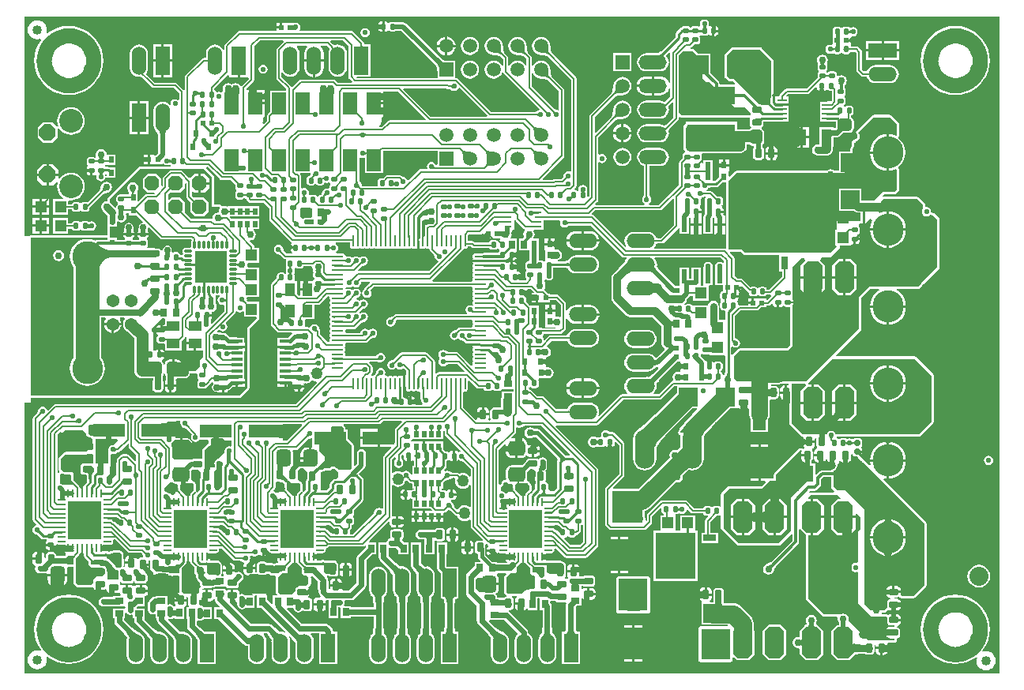
<source format=gtl>
G04 Layer_Physical_Order=1*
G04 Layer_Color=255*
%FSLAX25Y25*%
%MOIN*%
G70*
G01*
G75*
%ADD10C,0.06496*%
%ADD11C,0.00800*%
G04:AMPARAMS|DCode=12|XSize=22mil|YSize=24mil|CornerRadius=4.4mil|HoleSize=0mil|Usage=FLASHONLY|Rotation=180.000|XOffset=0mil|YOffset=0mil|HoleType=Round|Shape=RoundedRectangle|*
%AMROUNDEDRECTD12*
21,1,0.02200,0.01520,0,0,180.0*
21,1,0.01320,0.02400,0,0,180.0*
1,1,0.00880,-0.00660,0.00760*
1,1,0.00880,0.00660,0.00760*
1,1,0.00880,0.00660,-0.00760*
1,1,0.00880,-0.00660,-0.00760*
%
%ADD12ROUNDEDRECTD12*%
G04:AMPARAMS|DCode=13|XSize=23.62mil|YSize=24mil|CornerRadius=4.72mil|HoleSize=0mil|Usage=FLASHONLY|Rotation=90.000|XOffset=0mil|YOffset=0mil|HoleType=Round|Shape=RoundedRectangle|*
%AMROUNDEDRECTD13*
21,1,0.02362,0.01455,0,0,90.0*
21,1,0.01417,0.02400,0,0,90.0*
1,1,0.00945,0.00728,0.00709*
1,1,0.00945,0.00728,-0.00709*
1,1,0.00945,-0.00728,-0.00709*
1,1,0.00945,-0.00728,0.00709*
%
%ADD13ROUNDEDRECTD13*%
G04:AMPARAMS|DCode=14|XSize=105mil|YSize=105mil|CornerRadius=26.25mil|HoleSize=0mil|Usage=FLASHONLY|Rotation=180.000|XOffset=0mil|YOffset=0mil|HoleType=Round|Shape=RoundedRectangle|*
%AMROUNDEDRECTD14*
21,1,0.10500,0.05250,0,0,180.0*
21,1,0.05250,0.10500,0,0,180.0*
1,1,0.05250,-0.02625,0.02625*
1,1,0.05250,0.02625,0.02625*
1,1,0.05250,0.02625,-0.02625*
1,1,0.05250,-0.02625,-0.02625*
%
%ADD14ROUNDEDRECTD14*%
%ADD15R,0.04016X0.01165*%
G04:AMPARAMS|DCode=16|XSize=11.02mil|YSize=31.5mil|CornerRadius=4.41mil|HoleSize=0mil|Usage=FLASHONLY|Rotation=180.000|XOffset=0mil|YOffset=0mil|HoleType=Round|Shape=RoundedRectangle|*
%AMROUNDEDRECTD16*
21,1,0.01102,0.02268,0,0,180.0*
21,1,0.00220,0.03150,0,0,180.0*
1,1,0.00882,-0.00110,0.01134*
1,1,0.00882,0.00110,0.01134*
1,1,0.00882,0.00110,-0.01134*
1,1,0.00882,-0.00110,-0.01134*
%
%ADD16ROUNDEDRECTD16*%
G04:AMPARAMS|DCode=17|XSize=11.02mil|YSize=31.5mil|CornerRadius=4.41mil|HoleSize=0mil|Usage=FLASHONLY|Rotation=270.000|XOffset=0mil|YOffset=0mil|HoleType=Round|Shape=RoundedRectangle|*
%AMROUNDEDRECTD17*
21,1,0.01102,0.02268,0,0,270.0*
21,1,0.00220,0.03150,0,0,270.0*
1,1,0.00882,-0.01134,-0.00110*
1,1,0.00882,-0.01134,0.00110*
1,1,0.00882,0.01134,0.00110*
1,1,0.00882,0.01134,-0.00110*
%
%ADD17ROUNDEDRECTD17*%
%ADD18R,0.13700X0.13700*%
%ADD19R,0.03150X0.01165*%
%ADD20R,0.02638X0.03465*%
%ADD21R,0.02165X0.01968*%
%ADD22R,0.01968X0.02165*%
%ADD23O,0.05118X0.00984*%
%ADD24O,0.00984X0.05118*%
%ADD25R,0.03465X0.02638*%
G04:AMPARAMS|DCode=26|XSize=22mil|YSize=24mil|CornerRadius=4.4mil|HoleSize=0mil|Usage=FLASHONLY|Rotation=270.000|XOffset=0mil|YOffset=0mil|HoleType=Round|Shape=RoundedRectangle|*
%AMROUNDEDRECTD26*
21,1,0.02200,0.01520,0,0,270.0*
21,1,0.01320,0.02400,0,0,270.0*
1,1,0.00880,-0.00760,-0.00660*
1,1,0.00880,-0.00760,0.00660*
1,1,0.00880,0.00760,0.00660*
1,1,0.00880,0.00760,-0.00660*
%
%ADD26ROUNDEDRECTD26*%
%ADD27R,0.02800X0.05600*%
%ADD28R,0.19700X0.17000*%
%ADD29R,0.17000X0.19700*%
%ADD30R,0.05600X0.02800*%
G04:AMPARAMS|DCode=31|XSize=29.13mil|YSize=39.37mil|CornerRadius=5.83mil|HoleSize=0mil|Usage=FLASHONLY|Rotation=180.000|XOffset=0mil|YOffset=0mil|HoleType=Round|Shape=RoundedRectangle|*
%AMROUNDEDRECTD31*
21,1,0.02913,0.02772,0,0,180.0*
21,1,0.01748,0.03937,0,0,180.0*
1,1,0.01165,-0.00874,0.01386*
1,1,0.01165,0.00874,0.01386*
1,1,0.01165,0.00874,-0.01386*
1,1,0.01165,-0.00874,-0.01386*
%
%ADD31ROUNDEDRECTD31*%
G04:AMPARAMS|DCode=32|XSize=29.13mil|YSize=39.37mil|CornerRadius=5.83mil|HoleSize=0mil|Usage=FLASHONLY|Rotation=270.000|XOffset=0mil|YOffset=0mil|HoleType=Round|Shape=RoundedRectangle|*
%AMROUNDEDRECTD32*
21,1,0.02913,0.02772,0,0,270.0*
21,1,0.01748,0.03937,0,0,270.0*
1,1,0.01165,-0.01386,-0.00874*
1,1,0.01165,-0.01386,0.00874*
1,1,0.01165,0.01386,0.00874*
1,1,0.01165,0.01386,-0.00874*
%
%ADD32ROUNDEDRECTD32*%
%ADD33R,0.05512X0.13386*%
%ADD34R,0.13386X0.05512*%
G04:AMPARAMS|DCode=35|XSize=52mil|YSize=60mil|CornerRadius=13mil|HoleSize=0mil|Usage=FLASHONLY|Rotation=0.000|XOffset=0mil|YOffset=0mil|HoleType=Round|Shape=RoundedRectangle|*
%AMROUNDEDRECTD35*
21,1,0.05200,0.03400,0,0,0.0*
21,1,0.02600,0.06000,0,0,0.0*
1,1,0.02600,0.01300,-0.01700*
1,1,0.02600,-0.01300,-0.01700*
1,1,0.02600,-0.01300,0.01700*
1,1,0.02600,0.01300,0.01700*
%
%ADD35ROUNDEDRECTD35*%
G04:AMPARAMS|DCode=36|XSize=52mil|YSize=60mil|CornerRadius=13mil|HoleSize=0mil|Usage=FLASHONLY|Rotation=270.000|XOffset=0mil|YOffset=0mil|HoleType=Round|Shape=RoundedRectangle|*
%AMROUNDEDRECTD36*
21,1,0.05200,0.03400,0,0,270.0*
21,1,0.02600,0.06000,0,0,270.0*
1,1,0.02600,-0.01700,-0.01300*
1,1,0.02600,-0.01700,0.01300*
1,1,0.02600,0.01700,0.01300*
1,1,0.02600,0.01700,-0.01300*
%
%ADD36ROUNDEDRECTD36*%
%ADD37R,0.04331X0.06693*%
G04:AMPARAMS|DCode=38|XSize=63mil|YSize=71mil|CornerRadius=15.75mil|HoleSize=0mil|Usage=FLASHONLY|Rotation=180.000|XOffset=0mil|YOffset=0mil|HoleType=Round|Shape=RoundedRectangle|*
%AMROUNDEDRECTD38*
21,1,0.06300,0.03950,0,0,180.0*
21,1,0.03150,0.07100,0,0,180.0*
1,1,0.03150,-0.01575,0.01975*
1,1,0.03150,0.01575,0.01975*
1,1,0.03150,0.01575,-0.01975*
1,1,0.03150,-0.01575,-0.01975*
%
%ADD38ROUNDEDRECTD38*%
G04:AMPARAMS|DCode=39|XSize=63mil|YSize=71mil|CornerRadius=15.75mil|HoleSize=0mil|Usage=FLASHONLY|Rotation=90.000|XOffset=0mil|YOffset=0mil|HoleType=Round|Shape=RoundedRectangle|*
%AMROUNDEDRECTD39*
21,1,0.06300,0.03950,0,0,90.0*
21,1,0.03150,0.07100,0,0,90.0*
1,1,0.03150,0.01975,0.01575*
1,1,0.03150,0.01975,-0.01575*
1,1,0.03150,-0.01975,-0.01575*
1,1,0.03150,-0.01975,0.01575*
%
%ADD39ROUNDEDRECTD39*%
%ADD40R,0.02000X0.02600*%
%ADD41R,0.03543X0.12992*%
%ADD42R,0.05000X0.01500*%
G04:AMPARAMS|DCode=43|XSize=40mil|YSize=40mil|CornerRadius=20mil|HoleSize=0mil|Usage=FLASHONLY|Rotation=0.000|XOffset=0mil|YOffset=0mil|HoleType=Round|Shape=RoundedRectangle|*
%AMROUNDEDRECTD43*
21,1,0.04000,0.00000,0,0,0.0*
21,1,0.00000,0.04000,0,0,0.0*
1,1,0.04000,0.00000,0.00000*
1,1,0.04000,0.00000,0.00000*
1,1,0.04000,0.00000,0.00000*
1,1,0.04000,0.00000,0.00000*
%
%ADD43ROUNDEDRECTD43*%
%ADD44C,0.06000*%
%ADD45R,0.02400X0.06000*%
%ADD46R,0.04800X0.04800*%
%ADD47R,0.05433X0.07087*%
%ADD48R,0.05200X0.04200*%
%ADD49R,0.02362X0.03150*%
%ADD50R,0.07900X0.07900*%
%ADD51R,0.02000X0.02800*%
%ADD52R,0.07900X0.07900*%
%ADD53R,0.12600X0.06300*%
%ADD54R,0.02400X0.02400*%
%ADD55R,0.04800X0.04800*%
%ADD56R,0.04200X0.05200*%
%ADD57R,0.20079X0.07815*%
G04:AMPARAMS|DCode=58|XSize=50mil|YSize=50mil|CornerRadius=25mil|HoleSize=0mil|Usage=FLASHONLY|Rotation=270.000|XOffset=0mil|YOffset=0mil|HoleType=Round|Shape=RoundedRectangle|*
%AMROUNDEDRECTD58*
21,1,0.05000,0.00000,0,0,270.0*
21,1,0.00000,0.05000,0,0,270.0*
1,1,0.05000,0.00000,0.00000*
1,1,0.05000,0.00000,0.00000*
1,1,0.05000,0.00000,0.00000*
1,1,0.05000,0.00000,0.00000*
%
%ADD58ROUNDEDRECTD58*%
%ADD59R,0.05905X0.09173*%
%ADD60R,0.07087X0.05433*%
%ADD61R,0.14173X0.16142*%
%ADD62O,0.00984X0.03347*%
%ADD63O,0.03347X0.00984*%
%ADD64C,0.00600*%
%ADD65C,0.02200*%
%ADD66C,0.02000*%
%ADD67C,0.01000*%
%ADD68C,0.07500*%
%ADD69C,0.03000*%
%ADD70C,0.03600*%
%ADD71C,0.03200*%
%ADD72C,0.04000*%
%ADD73C,0.02700*%
%ADD74C,0.03400*%
%ADD75C,0.02500*%
%ADD76C,0.02400*%
%ADD77C,0.01200*%
%ADD78C,0.01500*%
%ADD79C,0.01100*%
%ADD80C,0.01150*%
%ADD81C,0.00950*%
%ADD82C,0.04500*%
%ADD83C,0.03500*%
%ADD84C,0.10000*%
%ADD85C,0.02800*%
%ADD86C,0.01600*%
%ADD87C,0.05000*%
%ADD88C,0.07000*%
%ADD89C,0.00900*%
%ADD90C,0.02300*%
%ADD91C,0.00700*%
%ADD92C,0.01800*%
%ADD93C,0.01400*%
%ADD94R,0.13200X0.12548*%
%ADD95R,0.13800X0.11600*%
%ADD96R,0.12300X0.13100*%
%ADD97R,0.12200X0.13300*%
%ADD98R,0.12300X0.13500*%
%ADD99R,0.12200X0.13400*%
%ADD100R,0.12800X0.13200*%
%ADD101R,0.18600X0.07825*%
%ADD102O,0.13000X0.13600*%
%ADD103R,0.05905X0.05905*%
%ADD104O,0.11811X0.05905*%
%ADD105C,0.05905*%
%ADD106O,0.06000X0.12000*%
%ADD107R,0.06000X0.12000*%
%ADD108R,0.05905X0.05905*%
%ADD109O,0.12000X0.06000*%
%ADD110O,0.08250X0.16500*%
%ADD111P,0.06711X8X22.5*%
%ADD112C,0.13050*%
%ADD113C,0.05400*%
%ADD114C,0.10000*%
%ADD115P,0.07577X8X292.5*%
%ADD116C,0.08000*%
G04:AMPARAMS|DCode=117|XSize=133mil|YSize=83mil|CornerRadius=0mil|HoleSize=0mil|Usage=FLASHONLY|Rotation=270.000|XOffset=0mil|YOffset=0mil|HoleType=Round|Shape=Octagon|*
%AMOCTAGOND117*
4,1,8,-0.02075,-0.06650,0.02075,-0.06650,0.04150,-0.04575,0.04150,0.04575,0.02075,0.06650,-0.02075,0.06650,-0.04150,0.04575,-0.04150,-0.04575,-0.02075,-0.06650,0.0*
%
%ADD117OCTAGOND117*%

%ADD118R,0.12000X0.06000*%
%ADD119C,0.03000*%
%ADD120C,0.02200*%
%ADD121C,0.02900*%
%ADD122C,0.03200*%
G36*
X111542Y-97861D02*
X111618Y-97918D01*
X111701Y-97968D01*
X111791Y-98011D01*
X111887Y-98047D01*
X111989Y-98076D01*
X112098Y-98099D01*
X112214Y-98114D01*
X112335Y-98123D01*
X112464Y-98125D01*
X111375Y-99214D01*
X111373Y-99086D01*
X111364Y-98964D01*
X111348Y-98848D01*
X111326Y-98740D01*
X111296Y-98637D01*
X111260Y-98541D01*
X111217Y-98452D01*
X111168Y-98369D01*
X111111Y-98292D01*
X111048Y-98222D01*
X111472Y-97798D01*
X111542Y-97861D01*
D02*
G37*
G36*
X-7951Y-99534D02*
X-7962Y-99511D01*
X-7979Y-99490D01*
X-8004Y-99471D01*
X-8036Y-99455D01*
X-8075Y-99442D01*
X-8121Y-99431D01*
X-8174Y-99422D01*
X-8234Y-99416D01*
X-8375Y-99411D01*
Y-98811D01*
X-8301Y-98810D01*
X-8174Y-98800D01*
X-8121Y-98791D01*
X-8075Y-98780D01*
X-8036Y-98767D01*
X-8004Y-98751D01*
X-7979Y-98732D01*
X-7962Y-98711D01*
X-7951Y-98688D01*
Y-99534D01*
D02*
G37*
G36*
X189364Y-97585D02*
X189400Y-97593D01*
X189452Y-97601D01*
X189607Y-97613D01*
X190122Y-97625D01*
X190293Y-97625D01*
Y-99625D01*
X189346Y-99675D01*
Y-97575D01*
X189364Y-97585D01*
D02*
G37*
G36*
X209875Y-97360D02*
X209880Y-97497D01*
X209894Y-97632D01*
X209919Y-97766D01*
X209954Y-97898D01*
X209998Y-98028D01*
X210052Y-98157D01*
X210116Y-98285D01*
X210190Y-98411D01*
X210274Y-98535D01*
X210368Y-98658D01*
X208282Y-98414D01*
X208395Y-98319D01*
X208495Y-98220D01*
X208584Y-98115D01*
X208661Y-98005D01*
X208727Y-97890D01*
X208780Y-97769D01*
X208822Y-97644D01*
X208851Y-97513D01*
X208869Y-97377D01*
X208875Y-97236D01*
X209875Y-97360D01*
D02*
G37*
G36*
X118225Y-96281D02*
X118052Y-98022D01*
X116372Y-96917D01*
X116439Y-96899D01*
X116499Y-96864D01*
X116552Y-96812D01*
X116598Y-96745D01*
X116637Y-96662D01*
X116668Y-96563D01*
X116693Y-96448D01*
X116711Y-96316D01*
X116721Y-96169D01*
X116725Y-96005D01*
X118225Y-96281D01*
D02*
G37*
G36*
X80789Y-97700D02*
X80661Y-97702D01*
X80539Y-97711D01*
X80423Y-97727D01*
X80314Y-97749D01*
X80212Y-97778D01*
X80116Y-97815D01*
X80027Y-97857D01*
X79944Y-97907D01*
X79867Y-97964D01*
X79797Y-98027D01*
X79373Y-97603D01*
X79436Y-97533D01*
X79493Y-97456D01*
X79542Y-97373D01*
X79585Y-97284D01*
X79621Y-97188D01*
X79651Y-97086D01*
X79673Y-96977D01*
X79689Y-96861D01*
X79698Y-96739D01*
X79700Y-96611D01*
X80789Y-97700D01*
D02*
G37*
G36*
X62864Y-97725D02*
X62735Y-97727D01*
X62613Y-97736D01*
X62498Y-97752D01*
X62389Y-97774D01*
X62287Y-97804D01*
X62191Y-97840D01*
X62101Y-97883D01*
X62018Y-97932D01*
X61942Y-97989D01*
X61872Y-98052D01*
X61448Y-97628D01*
X61511Y-97558D01*
X61568Y-97482D01*
X61617Y-97399D01*
X61660Y-97309D01*
X61696Y-97213D01*
X61726Y-97111D01*
X61748Y-97002D01*
X61764Y-96886D01*
X61773Y-96765D01*
X61775Y-96636D01*
X62864Y-97725D01*
D02*
G37*
G36*
X25159Y-101718D02*
X25183Y-102009D01*
X25203Y-102137D01*
X25231Y-102256D01*
X25264Y-102363D01*
X25302Y-102460D01*
X25348Y-102545D01*
X25398Y-102620D01*
X25455Y-102685D01*
X23356D01*
X23413Y-102620D01*
X23463Y-102545D01*
X23508Y-102460D01*
X23548Y-102363D01*
X23581Y-102256D01*
X23607Y-102137D01*
X23629Y-102009D01*
X23643Y-101869D01*
X23655Y-101557D01*
X25155D01*
X25159Y-101718D01*
D02*
G37*
G36*
X-5422Y-101909D02*
X-5387Y-101918D01*
X-5335Y-101925D01*
X-5179Y-101937D01*
X-4665Y-101949D01*
X-4494Y-101950D01*
Y-103950D01*
X-5441Y-104000D01*
Y-101900D01*
X-5422Y-101909D01*
D02*
G37*
G36*
X40666Y-104758D02*
X40605Y-104825D01*
X40548Y-104900D01*
X40497Y-104982D01*
X40450Y-105070D01*
X40407Y-105166D01*
X40370Y-105270D01*
X40337Y-105380D01*
X40309Y-105498D01*
X40267Y-105756D01*
X39327Y-104536D01*
X39449Y-104549D01*
X39566Y-104553D01*
X39677Y-104549D01*
X39783Y-104536D01*
X39883Y-104515D01*
X39977Y-104484D01*
X40066Y-104446D01*
X40149Y-104398D01*
X40227Y-104342D01*
X40299Y-104277D01*
X40666Y-104758D01*
D02*
G37*
G36*
X210241Y-100689D02*
X210232Y-100725D01*
X210225Y-100777D01*
X210212Y-100932D01*
X210201Y-101447D01*
X210200Y-101618D01*
X208200D01*
X208150Y-100671D01*
X210250D01*
X210241Y-100689D01*
D02*
G37*
G36*
X179375Y-99610D02*
X179035Y-99963D01*
X178512Y-100598D01*
X178329Y-100880D01*
X178198Y-101138D01*
X178118Y-101372D01*
X178091Y-101581D01*
X178115Y-101767D01*
X178192Y-101929D01*
X178320Y-102068D01*
X175219Y-99535D01*
X175384Y-99636D01*
X175571Y-99687D01*
X175780Y-99689D01*
X176010Y-99641D01*
X176262Y-99544D01*
X176535Y-99396D01*
X176831Y-99199D01*
X177148Y-98952D01*
X177486Y-98656D01*
X177847Y-98309D01*
X179375Y-99610D01*
D02*
G37*
G36*
X30404Y-99975D02*
X30385Y-99966D01*
X30350Y-99957D01*
X30298Y-99950D01*
X30142Y-99938D01*
X29628Y-99926D01*
X29457Y-99925D01*
Y-97925D01*
X30404Y-97875D01*
Y-99975D01*
D02*
G37*
G36*
X-5422Y-98071D02*
X-5387Y-98079D01*
X-5335Y-98087D01*
X-5179Y-98098D01*
X-4665Y-98111D01*
X-4494Y-98111D01*
Y-100111D01*
X-5441Y-100161D01*
Y-98061D01*
X-5422Y-98071D01*
D02*
G37*
G36*
X132304Y-97875D02*
X132285Y-97866D01*
X132250Y-97857D01*
X132198Y-97850D01*
X132042Y-97838D01*
X131528Y-97826D01*
X131357Y-97825D01*
Y-95825D01*
X132304Y-95775D01*
Y-97875D01*
D02*
G37*
G36*
X89863Y-91393D02*
X90077Y-91524D01*
X90180Y-91578D01*
X90281Y-91623D01*
X90380Y-91660D01*
X90476Y-91688D01*
X90570Y-91709D01*
X90662Y-91721D01*
X90752Y-91725D01*
X90853Y-92325D01*
X90755Y-92330D01*
X90661Y-92346D01*
X90569Y-92371D01*
X90479Y-92407D01*
X90392Y-92453D01*
X90308Y-92509D01*
X90227Y-92575D01*
X90148Y-92652D01*
X90071Y-92738D01*
X89998Y-92835D01*
X89753Y-91315D01*
X89863Y-91393D01*
D02*
G37*
G36*
X68927Y-92597D02*
X68864Y-92667D01*
X68807Y-92744D01*
X68757Y-92827D01*
X68715Y-92916D01*
X68678Y-93012D01*
X68649Y-93114D01*
X68627Y-93223D01*
X68611Y-93339D01*
X68602Y-93461D01*
X68600Y-93589D01*
X67511Y-92500D01*
X67639Y-92498D01*
X67761Y-92489D01*
X67877Y-92473D01*
X67986Y-92451D01*
X68088Y-92422D01*
X68184Y-92385D01*
X68273Y-92343D01*
X68356Y-92293D01*
X68433Y-92236D01*
X68503Y-92173D01*
X68927Y-92597D01*
D02*
G37*
G36*
X35963Y-93663D02*
X35860Y-93580D01*
X35658Y-93440D01*
X35559Y-93383D01*
X35462Y-93335D01*
X35365Y-93295D01*
X35269Y-93265D01*
X35175Y-93243D01*
X35082Y-93230D01*
X34990Y-93225D01*
X34933Y-92625D01*
X35029Y-92620D01*
X35124Y-92605D01*
X35217Y-92581D01*
X35308Y-92546D01*
X35398Y-92501D01*
X35486Y-92447D01*
X35573Y-92383D01*
X35658Y-92308D01*
X35741Y-92224D01*
X35822Y-92130D01*
X35963Y-93663D01*
D02*
G37*
G36*
X80058Y-92363D02*
X79963Y-92275D01*
X79868Y-92196D01*
X79773Y-92127D01*
X79679Y-92067D01*
X79584Y-92016D01*
X79490Y-91974D01*
X79396Y-91942D01*
X79302Y-91918D01*
X79208Y-91905D01*
X79114Y-91900D01*
X79100Y-91300D01*
X79195Y-91295D01*
X79289Y-91281D01*
X79383Y-91257D01*
X79476Y-91224D01*
X79568Y-91181D01*
X79660Y-91128D01*
X79752Y-91066D01*
X79842Y-90995D01*
X79933Y-90914D01*
X80022Y-90823D01*
X80058Y-92363D01*
D02*
G37*
G36*
X-4412Y-89566D02*
X-4448Y-89655D01*
X-4472Y-89742D01*
X-4482Y-89828D01*
X-4479Y-89912D01*
X-4462Y-89995D01*
X-4433Y-90076D01*
X-4391Y-90156D01*
X-4335Y-90233D01*
X-4266Y-90309D01*
X-4966Y-90459D01*
X-5029Y-90398D01*
X-5169Y-90279D01*
X-5246Y-90220D01*
X-5505Y-90046D01*
X-5601Y-89989D01*
X-5807Y-89876D01*
X-4362Y-89475D01*
X-4412Y-89566D01*
D02*
G37*
G36*
X36464Y-90825D02*
X36335Y-90827D01*
X36213Y-90836D01*
X36098Y-90852D01*
X35989Y-90874D01*
X35887Y-90904D01*
X35791Y-90940D01*
X35701Y-90983D01*
X35618Y-91032D01*
X35542Y-91089D01*
X35472Y-91152D01*
X35048Y-90728D01*
X35111Y-90658D01*
X35168Y-90582D01*
X35217Y-90499D01*
X35260Y-90409D01*
X35296Y-90313D01*
X35326Y-90211D01*
X35348Y-90102D01*
X35364Y-89986D01*
X35373Y-89865D01*
X35375Y-89736D01*
X36464Y-90825D01*
D02*
G37*
G36*
X62567Y-91381D02*
X62461Y-91352D01*
X62053Y-91264D01*
X61955Y-91250D01*
X61673Y-91227D01*
X61582Y-91225D01*
X61156Y-90625D01*
X61259Y-90620D01*
X61354Y-90605D01*
X61439Y-90579D01*
X61516Y-90543D01*
X61584Y-90496D01*
X61644Y-90439D01*
X61695Y-90372D01*
X61738Y-90294D01*
X61771Y-90206D01*
X61796Y-90108D01*
X62567Y-91381D01*
D02*
G37*
G36*
X55623Y-96328D02*
X55491Y-96271D01*
X55023Y-96101D01*
X54920Y-96074D01*
X54732Y-96037D01*
X54646Y-96028D01*
X54566Y-96025D01*
X54319Y-95425D01*
X54420Y-95420D01*
X54514Y-95404D01*
X54603Y-95377D01*
X54686Y-95340D01*
X54764Y-95292D01*
X54835Y-95234D01*
X54901Y-95165D01*
X54961Y-95085D01*
X55015Y-94995D01*
X55063Y-94894D01*
X55623Y-96328D01*
D02*
G37*
G36*
X28496Y-96558D02*
X28369Y-96513D01*
X27913Y-96380D01*
X27812Y-96359D01*
X27624Y-96331D01*
X27537Y-96324D01*
X27456Y-96321D01*
X27132Y-95721D01*
X27234Y-95716D01*
X27329Y-95700D01*
X27416Y-95674D01*
X27496Y-95637D01*
X27569Y-95589D01*
X27635Y-95531D01*
X27693Y-95462D01*
X27745Y-95383D01*
X27789Y-95293D01*
X27826Y-95192D01*
X28496Y-96558D01*
D02*
G37*
G36*
X198531Y-88953D02*
X199015Y-89050D01*
X200535D01*
X200982Y-88960D01*
X201575D01*
Y-89259D01*
X207975D01*
X208049Y-89728D01*
Y-96661D01*
X207988Y-96732D01*
X207975Y-96772D01*
X207950Y-96806D01*
X207913Y-96960D01*
X207863Y-97110D01*
X207866Y-97152D01*
X207856Y-97193D01*
X207852Y-97289D01*
X207846Y-97334D01*
X207838Y-97371D01*
X207827Y-97402D01*
X207815Y-97431D01*
X207798Y-97460D01*
X207776Y-97491D01*
X207747Y-97526D01*
X207708Y-97565D01*
X207627Y-97632D01*
X207589Y-97680D01*
X207320Y-97672D01*
X207062Y-97532D01*
X206993Y-97181D01*
X206719Y-96771D01*
X206377Y-96543D01*
X206330Y-96283D01*
X206330Y-96280D01*
X206357Y-96008D01*
X206699Y-95779D01*
X206973Y-95369D01*
X207069Y-94885D01*
Y-93365D01*
X206973Y-92881D01*
X206699Y-92471D01*
X206289Y-92197D01*
X205805Y-92101D01*
X204485D01*
X204001Y-92197D01*
X203591Y-92471D01*
X203169D01*
X203073Y-92327D01*
X202597Y-92009D01*
X202035Y-91897D01*
X201875D01*
Y-94125D01*
X200875D01*
Y-91897D01*
X200715D01*
X200602Y-91919D01*
X200102Y-91650D01*
Y-91650D01*
X199626Y-91594D01*
X199419Y-91284D01*
X197889Y-89754D01*
Y-89126D01*
X198385Y-88856D01*
X198531Y-88953D01*
D02*
G37*
G36*
X-10819Y-94778D02*
X-10899Y-94870D01*
X-10970Y-94963D01*
X-11031Y-95056D01*
X-11083Y-95149D01*
X-11125Y-95243D01*
X-11158Y-95336D01*
X-11181Y-95430D01*
X-11195Y-95524D01*
X-11200Y-95618D01*
X-11800D01*
X-11805Y-95524D01*
X-11819Y-95430D01*
X-11842Y-95336D01*
X-11875Y-95243D01*
X-11918Y-95149D01*
X-11969Y-95056D01*
X-12030Y-94963D01*
X-12101Y-94870D01*
X-12181Y-94778D01*
X-12270Y-94686D01*
X-10730D01*
X-10819Y-94778D01*
D02*
G37*
G36*
X178127Y-91370D02*
X178171Y-91402D01*
X178244Y-91431D01*
X178346Y-91456D01*
X178478Y-91477D01*
X178829Y-91508D01*
X179297Y-91523D01*
X179575Y-91525D01*
Y-93525D01*
X179297Y-93527D01*
X178346Y-93594D01*
X178244Y-93619D01*
X178171Y-93648D01*
X178127Y-93681D01*
X178112Y-93717D01*
Y-91333D01*
X178127Y-91370D01*
D02*
G37*
G36*
X71653Y-92844D02*
X71745Y-92924D01*
X71838Y-92995D01*
X71931Y-93056D01*
X72024Y-93108D01*
X72117Y-93150D01*
X72211Y-93183D01*
X72305Y-93206D01*
X72399Y-93221D01*
X72493Y-93225D01*
Y-93825D01*
X72399Y-93830D01*
X72305Y-93844D01*
X72211Y-93867D01*
X72117Y-93900D01*
X72024Y-93943D01*
X71931Y-93994D01*
X71838Y-94055D01*
X71745Y-94126D01*
X71653Y-94206D01*
X71560Y-94295D01*
Y-92755D01*
X71653Y-92844D01*
D02*
G37*
G36*
X189247Y-93525D02*
X189546D01*
Y-92975D01*
X189564Y-92985D01*
X189600Y-92993D01*
X189652Y-93001D01*
X189807Y-93013D01*
X190322Y-93025D01*
X190493Y-93025D01*
Y-93525D01*
X191428D01*
Y-94525D01*
X190493D01*
Y-95025D01*
X189546Y-95075D01*
Y-94525D01*
X189247D01*
Y-95964D01*
X188747Y-96374D01*
X188275Y-96280D01*
X187377Y-96459D01*
X186617Y-96967D01*
X186108Y-97728D01*
X185930Y-98625D01*
X186108Y-99523D01*
X186245Y-99727D01*
X185999Y-100259D01*
X185846Y-100289D01*
X185482Y-100532D01*
X185482Y-100532D01*
X180110Y-105904D01*
X178035D01*
X177866Y-105404D01*
X178085Y-105235D01*
X178694Y-104442D01*
X179077Y-103517D01*
X179204Y-102551D01*
X179247Y-102492D01*
X179264Y-102423D01*
X179297Y-102361D01*
X179309Y-102231D01*
X179339Y-102104D01*
X179328Y-102035D01*
X179335Y-101965D01*
X179296Y-101840D01*
X179276Y-101712D01*
X179239Y-101652D01*
X179218Y-101585D01*
X179154Y-101507D01*
X179213Y-101391D01*
X179336Y-101202D01*
X179798Y-100641D01*
X180110Y-100316D01*
X180127Y-100290D01*
X180151Y-100270D01*
X180233Y-100123D01*
X180324Y-99981D01*
X180330Y-99950D01*
X180345Y-99923D01*
X180358Y-99807D01*
X188213Y-91953D01*
X189247D01*
Y-93525D01*
D02*
G37*
G36*
X103282Y-103218D02*
X103282Y-103218D01*
X103646Y-103461D01*
X104075Y-103547D01*
X104075Y-103547D01*
X106322D01*
X106347Y-103669D01*
X106621Y-104079D01*
X107031Y-104353D01*
X107515Y-104449D01*
X108835D01*
X109319Y-104353D01*
X109729Y-104079D01*
X109769Y-104019D01*
X110370D01*
X110411Y-104079D01*
X110821Y-104353D01*
X111305Y-104449D01*
X112625D01*
X113108Y-104353D01*
X113519Y-104079D01*
X113564Y-104011D01*
X113842Y-103626D01*
X118721D01*
Y-104624D01*
X113842D01*
Y-107200D01*
X113675Y-108043D01*
Y-111490D01*
X112252D01*
X112053Y-111530D01*
X110378D01*
X109838Y-111637D01*
X109381Y-111943D01*
X109075Y-112400D01*
X108968Y-112939D01*
Y-115711D01*
X109075Y-116251D01*
X109245Y-116504D01*
X108992Y-117004D01*
X108413D01*
X108145Y-116504D01*
X108263Y-116329D01*
X108385Y-115711D01*
Y-114825D01*
X103410D01*
Y-115711D01*
X103486Y-116095D01*
X103217Y-116593D01*
X103147Y-116651D01*
X102992Y-116674D01*
X97575Y-111258D01*
Y-104985D01*
X98075Y-104668D01*
X98376Y-104728D01*
X98880Y-104627D01*
X99307Y-104342D01*
X99593Y-103914D01*
X99693Y-103410D01*
Y-100283D01*
X100155Y-100092D01*
X103282Y-103218D01*
D02*
G37*
G36*
X-18723Y-118265D02*
X-18714Y-118386D01*
X-18699Y-118502D01*
X-18676Y-118611D01*
X-18647Y-118713D01*
X-18611Y-118809D01*
X-18568Y-118899D01*
X-18518Y-118982D01*
X-18461Y-119058D01*
X-18398Y-119128D01*
X-18822Y-119552D01*
X-18892Y-119489D01*
X-18969Y-119432D01*
X-19052Y-119383D01*
X-19141Y-119340D01*
X-19237Y-119304D01*
X-19340Y-119274D01*
X-19448Y-119252D01*
X-19564Y-119236D01*
X-19686Y-119227D01*
X-19814Y-119225D01*
X-18725Y-118136D01*
X-18723Y-118265D01*
D02*
G37*
G36*
X91655Y-120303D02*
X91576Y-120396D01*
X91505Y-120488D01*
X91444Y-120581D01*
X91392Y-120674D01*
X91350Y-120768D01*
X91317Y-120861D01*
X91294Y-120955D01*
X91280Y-121049D01*
X91275Y-121143D01*
X90675D01*
X90670Y-121049D01*
X90656Y-120955D01*
X90632Y-120861D01*
X90600Y-120768D01*
X90557Y-120674D01*
X90506Y-120581D01*
X90444Y-120488D01*
X90374Y-120396D01*
X90294Y-120303D01*
X90205Y-120211D01*
X91745D01*
X91655Y-120303D01*
D02*
G37*
G36*
X88055Y-120603D02*
X87976Y-120695D01*
X87905Y-120788D01*
X87844Y-120881D01*
X87792Y-120974D01*
X87750Y-121068D01*
X87717Y-121161D01*
X87694Y-121255D01*
X87679Y-121349D01*
X87675Y-121443D01*
X87075D01*
X87070Y-121349D01*
X87056Y-121255D01*
X87033Y-121161D01*
X87000Y-121068D01*
X86957Y-120974D01*
X86906Y-120881D01*
X86844Y-120788D01*
X86774Y-120695D01*
X86694Y-120603D01*
X86605Y-120511D01*
X88145D01*
X88055Y-120603D01*
D02*
G37*
G36*
X115489Y-118895D02*
X115397Y-118806D01*
X115305Y-118726D01*
X115212Y-118656D01*
X115119Y-118594D01*
X115026Y-118543D01*
X114932Y-118500D01*
X114839Y-118467D01*
X114745Y-118444D01*
X114651Y-118430D01*
X114557Y-118425D01*
Y-117825D01*
X114651Y-117821D01*
X114745Y-117806D01*
X114839Y-117783D01*
X114932Y-117750D01*
X115026Y-117708D01*
X115119Y-117656D01*
X115212Y-117595D01*
X115305Y-117524D01*
X115397Y-117445D01*
X115489Y-117355D01*
Y-118895D01*
D02*
G37*
G36*
X-65338Y-118063D02*
X-65440Y-117980D01*
X-65642Y-117840D01*
X-65741Y-117783D01*
X-65838Y-117735D01*
X-65935Y-117695D01*
X-66031Y-117665D01*
X-66125Y-117643D01*
X-66218Y-117630D01*
X-66310Y-117625D01*
X-66367Y-117025D01*
X-66271Y-117020D01*
X-66176Y-117005D01*
X-66083Y-116981D01*
X-65992Y-116946D01*
X-65902Y-116901D01*
X-65814Y-116847D01*
X-65727Y-116782D01*
X-65642Y-116708D01*
X-65559Y-116624D01*
X-65478Y-116530D01*
X-65338Y-118063D01*
D02*
G37*
G36*
X71805Y-117609D02*
X69007Y-120407D01*
X68898Y-120569D01*
X68831D01*
X68675Y-120725D01*
Y-124322D01*
X68283Y-124633D01*
X65275Y-123925D01*
X62875Y-121525D01*
Y-120569D01*
X62475D01*
Y-124325D01*
Y-128081D01*
X67180D01*
X67371Y-128543D01*
X64625Y-131289D01*
X64082Y-131832D01*
X63839Y-132196D01*
X63753Y-132625D01*
X63753Y-132625D01*
Y-153986D01*
X63253Y-154227D01*
X62816Y-153935D01*
X62075Y-153788D01*
X61334Y-153935D01*
X60705Y-154355D01*
X60285Y-154984D01*
X60283Y-154992D01*
X60266Y-155004D01*
X60261Y-155010D01*
X60254Y-155015D01*
X60148Y-155174D01*
X60039Y-155331D01*
X60038Y-155339D01*
X60033Y-155346D01*
X59996Y-155533D01*
X59955Y-155720D01*
X59954Y-155819D01*
X59949Y-155880D01*
X59943Y-155930D01*
X59935Y-155967D01*
X59927Y-155993D01*
X59922Y-156008D01*
X59919Y-156014D01*
X59892Y-156044D01*
X59802Y-156193D01*
X59706Y-156338D01*
X59701Y-156363D01*
X59687Y-156385D01*
X59663Y-156551D01*
X51210Y-165004D01*
X50080D01*
X49763Y-164617D01*
X49769Y-164585D01*
Y-163487D01*
X50368Y-162888D01*
X50611Y-162524D01*
X50696Y-162095D01*
X50696Y-162095D01*
Y-161167D01*
X50819Y-161143D01*
X51229Y-160869D01*
X51503Y-160459D01*
X51599Y-159975D01*
Y-158655D01*
X51503Y-158171D01*
X51229Y-157761D01*
X51169Y-157721D01*
Y-157119D01*
X51229Y-157079D01*
X51503Y-156669D01*
X51599Y-156185D01*
Y-154865D01*
X51551Y-154623D01*
X55212Y-150962D01*
X55499Y-150532D01*
X55600Y-150025D01*
Y-142025D01*
X55499Y-141518D01*
X55212Y-141088D01*
X53660Y-139536D01*
X55972Y-137223D01*
X56370Y-136627D01*
X56510Y-135925D01*
Y-131538D01*
X56612Y-131025D01*
X56465Y-130284D01*
X56045Y-129655D01*
X55416Y-129235D01*
X55365Y-129225D01*
X54675Y-129088D01*
X53934Y-129235D01*
X53305Y-129655D01*
X52885Y-130284D01*
X52738Y-131025D01*
X52839Y-131538D01*
Y-135165D01*
X51856Y-136148D01*
X51394Y-135957D01*
Y-127425D01*
X51317Y-127035D01*
X51096Y-126704D01*
X48995Y-124604D01*
Y-120769D01*
X47912D01*
Y-120525D01*
X47765Y-119784D01*
X47345Y-119155D01*
X47182Y-119047D01*
X47334Y-118547D01*
X61975D01*
X61975Y-118547D01*
X62404Y-118461D01*
X62768Y-118218D01*
X63839Y-117147D01*
X71614D01*
X71805Y-117609D01*
D02*
G37*
G36*
X122153Y-117445D02*
X122245Y-117524D01*
X122338Y-117595D01*
X122431Y-117656D01*
X122524Y-117708D01*
X122617Y-117750D01*
X122711Y-117783D01*
X122805Y-117806D01*
X122899Y-117821D01*
X122993Y-117825D01*
Y-118425D01*
X122899Y-118430D01*
X122805Y-118444D01*
X122711Y-118467D01*
X122617Y-118500D01*
X122524Y-118543D01*
X122431Y-118594D01*
X122338Y-118656D01*
X122245Y-118726D01*
X122153Y-118806D01*
X122060Y-118895D01*
Y-117355D01*
X122153Y-117445D01*
D02*
G37*
G36*
X112564Y-121925D02*
X112435Y-121927D01*
X112313Y-121936D01*
X112198Y-121952D01*
X112089Y-121974D01*
X111987Y-122004D01*
X111891Y-122040D01*
X111801Y-122083D01*
X111718Y-122132D01*
X111642Y-122189D01*
X111572Y-122252D01*
X111148Y-121828D01*
X111211Y-121758D01*
X111268Y-121682D01*
X111317Y-121599D01*
X111360Y-121509D01*
X111396Y-121413D01*
X111426Y-121311D01*
X111448Y-121202D01*
X111464Y-121087D01*
X111473Y-120965D01*
X111475Y-120836D01*
X112564Y-121925D01*
D02*
G37*
G36*
X74356Y-121603D02*
X74276Y-121695D01*
X74205Y-121788D01*
X74144Y-121881D01*
X74092Y-121974D01*
X74050Y-122068D01*
X74017Y-122161D01*
X73994Y-122255D01*
X73980Y-122349D01*
X73975Y-122443D01*
X73375D01*
X73370Y-122349D01*
X73356Y-122255D01*
X73333Y-122161D01*
X73300Y-122068D01*
X73257Y-121974D01*
X73206Y-121881D01*
X73145Y-121788D01*
X73074Y-121695D01*
X72994Y-121603D01*
X72905Y-121511D01*
X74445D01*
X74356Y-121603D01*
D02*
G37*
G36*
X101955Y-121903D02*
X101876Y-121995D01*
X101805Y-122088D01*
X101744Y-122181D01*
X101692Y-122274D01*
X101650Y-122368D01*
X101617Y-122461D01*
X101594Y-122555D01*
X101579Y-122649D01*
X101575Y-122743D01*
X100975D01*
X100970Y-122649D01*
X100956Y-122555D01*
X100933Y-122461D01*
X100900Y-122368D01*
X100857Y-122274D01*
X100806Y-122181D01*
X100744Y-122088D01*
X100674Y-121995D01*
X100594Y-121903D01*
X100505Y-121811D01*
X102045D01*
X101955Y-121903D01*
D02*
G37*
G36*
X102153Y-120344D02*
X102245Y-120424D01*
X102338Y-120495D01*
X102431Y-120556D01*
X102524Y-120608D01*
X102617Y-120650D01*
X102711Y-120683D01*
X102805Y-120706D01*
X102899Y-120721D01*
X102993Y-120725D01*
Y-121325D01*
X102899Y-121330D01*
X102805Y-121344D01*
X102711Y-121368D01*
X102617Y-121400D01*
X102524Y-121443D01*
X102431Y-121494D01*
X102338Y-121555D01*
X102245Y-121626D01*
X102153Y-121706D01*
X102060Y-121795D01*
Y-120255D01*
X102153Y-120344D01*
D02*
G37*
G36*
X84856Y-120603D02*
X84776Y-120695D01*
X84705Y-120788D01*
X84644Y-120881D01*
X84592Y-120974D01*
X84550Y-121068D01*
X84517Y-121161D01*
X84494Y-121255D01*
X84479Y-121349D01*
X84475Y-121443D01*
X83875D01*
X83870Y-121349D01*
X83856Y-121255D01*
X83833Y-121161D01*
X83800Y-121068D01*
X83757Y-120974D01*
X83706Y-120881D01*
X83644Y-120788D01*
X83574Y-120695D01*
X83494Y-120603D01*
X83405Y-120511D01*
X84945D01*
X84856Y-120603D01*
D02*
G37*
G36*
X78456D02*
X78376Y-120695D01*
X78305Y-120788D01*
X78244Y-120881D01*
X78192Y-120974D01*
X78150Y-121068D01*
X78117Y-121161D01*
X78094Y-121255D01*
X78079Y-121349D01*
X78075Y-121443D01*
X77475D01*
X77470Y-121349D01*
X77456Y-121255D01*
X77433Y-121161D01*
X77400Y-121068D01*
X77357Y-120974D01*
X77306Y-120881D01*
X77245Y-120788D01*
X77174Y-120695D01*
X77094Y-120603D01*
X77005Y-120511D01*
X78545D01*
X78456Y-120603D01*
D02*
G37*
G36*
X107189Y-121795D02*
X107097Y-121706D01*
X107004Y-121626D01*
X106912Y-121555D01*
X106819Y-121494D01*
X106726Y-121443D01*
X106632Y-121400D01*
X106539Y-121368D01*
X106445Y-121344D01*
X106351Y-121330D01*
X106256Y-121325D01*
Y-120725D01*
X106351Y-120721D01*
X106445Y-120706D01*
X106539Y-120683D01*
X106632Y-120650D01*
X106726Y-120608D01*
X106819Y-120556D01*
X106912Y-120495D01*
X107004Y-120424D01*
X107097Y-120344D01*
X107189Y-120255D01*
Y-121795D01*
D02*
G37*
G36*
X94955Y-117103D02*
X94876Y-117195D01*
X94805Y-117288D01*
X94744Y-117381D01*
X94692Y-117474D01*
X94650Y-117568D01*
X94617Y-117661D01*
X94594Y-117755D01*
X94579Y-117849D01*
X94575Y-117944D01*
X93975D01*
X93970Y-117849D01*
X93956Y-117755D01*
X93932Y-117661D01*
X93900Y-117568D01*
X93857Y-117474D01*
X93806Y-117381D01*
X93744Y-117288D01*
X93674Y-117195D01*
X93594Y-117103D01*
X93505Y-117011D01*
X95045D01*
X94955Y-117103D01*
D02*
G37*
G36*
X45602Y-109722D02*
X45539Y-109792D01*
X45482Y-109869D01*
X45432Y-109952D01*
X45389Y-110041D01*
X45353Y-110137D01*
X45324Y-110240D01*
X45301Y-110348D01*
X45286Y-110464D01*
X45277Y-110586D01*
X45275Y-110714D01*
X44186Y-109625D01*
X44314Y-109623D01*
X44436Y-109614D01*
X44552Y-109599D01*
X44660Y-109576D01*
X44763Y-109547D01*
X44859Y-109511D01*
X44948Y-109468D01*
X45031Y-109418D01*
X45108Y-109361D01*
X45178Y-109298D01*
X45602Y-109722D01*
D02*
G37*
G36*
X127689Y-108874D02*
X127912Y-109061D01*
X128018Y-109136D01*
X128122Y-109199D01*
X128222Y-109249D01*
X128318Y-109287D01*
X128412Y-109313D01*
X128502Y-109326D01*
X128589Y-109328D01*
X127176Y-110881D01*
X127167Y-110797D01*
X127147Y-110710D01*
X127115Y-110619D01*
X127072Y-110524D01*
X127017Y-110426D01*
X126951Y-110325D01*
X126873Y-110219D01*
X126683Y-109998D01*
X126570Y-109881D01*
X127573Y-108763D01*
X127689Y-108874D01*
D02*
G37*
G36*
X89764Y-112425D02*
X89635Y-112427D01*
X89513Y-112436D01*
X89398Y-112452D01*
X89289Y-112474D01*
X89187Y-112504D01*
X89091Y-112540D01*
X89001Y-112583D01*
X88918Y-112632D01*
X88842Y-112689D01*
X88772Y-112752D01*
X88348Y-112328D01*
X88411Y-112258D01*
X88468Y-112182D01*
X88517Y-112099D01*
X88560Y-112009D01*
X88596Y-111913D01*
X88626Y-111811D01*
X88648Y-111702D01*
X88664Y-111586D01*
X88673Y-111465D01*
X88675Y-111336D01*
X89764Y-112425D01*
D02*
G37*
G36*
X39502Y-109322D02*
X39439Y-109392D01*
X39382Y-109469D01*
X39332Y-109552D01*
X39289Y-109641D01*
X39253Y-109737D01*
X39224Y-109840D01*
X39201Y-109949D01*
X39186Y-110064D01*
X39177Y-110186D01*
X39175Y-110314D01*
X38086Y-109225D01*
X38214Y-109223D01*
X38336Y-109214D01*
X38451Y-109199D01*
X38560Y-109176D01*
X38663Y-109147D01*
X38759Y-109111D01*
X38848Y-109068D01*
X38931Y-109018D01*
X39008Y-108961D01*
X39078Y-108898D01*
X39502Y-109322D01*
D02*
G37*
G36*
X234870Y-101645D02*
X234839Y-101748D01*
X234511Y-102126D01*
X234352D01*
Y-105125D01*
Y-108125D01*
X234726D01*
X234878Y-108094D01*
X235265Y-108412D01*
Y-113716D01*
X235265Y-118116D01*
X235342Y-118506D01*
X235563Y-118837D01*
X240173Y-123446D01*
X240504Y-123667D01*
X240743Y-123715D01*
X240906Y-123773D01*
X241109Y-124245D01*
X241060Y-124489D01*
Y-125375D01*
X241668D01*
Y-124855D01*
X241700Y-124878D01*
X241748Y-124898D01*
X241813Y-124916D01*
X241895Y-124932D01*
X241993Y-124945D01*
X242240Y-124964D01*
X242734Y-124975D01*
Y-125375D01*
X243548D01*
X246036D01*
Y-124603D01*
X246228Y-124328D01*
X246331Y-124241D01*
X246619Y-124489D01*
Y-127261D01*
X246726Y-127800D01*
X246977Y-128176D01*
X246908Y-128525D01*
X246819Y-128717D01*
X246660Y-128749D01*
X246137Y-129098D01*
X245787Y-129622D01*
X245664Y-130239D01*
Y-131125D01*
X248152D01*
Y-131625D01*
X248652D01*
Y-133716D01*
X249575D01*
X249576Y-133898D01*
X249615Y-134508D01*
X249643Y-134502D01*
X250167Y-134152D01*
X250517Y-133628D01*
X250570Y-133362D01*
X251080D01*
X251133Y-133628D01*
X251483Y-134152D01*
X252006Y-134502D01*
X252038Y-134508D01*
X252045Y-134457D01*
X252064Y-134211D01*
X252075Y-133716D01*
X252998D01*
Y-131625D01*
X253998D01*
Y-133716D01*
X254075D01*
X254076Y-133898D01*
X254118Y-134555D01*
X254131Y-134625D01*
X254254D01*
X254422Y-134800D01*
X254486Y-134899D01*
X254513Y-134964D01*
X254548Y-135099D01*
X254506Y-135162D01*
X254486Y-135261D01*
X254448Y-135353D01*
Y-135454D01*
X254428Y-135552D01*
X254448Y-135651D01*
Y-135751D01*
X254482Y-135925D01*
X254375Y-136464D01*
X254070Y-136920D01*
X253571Y-137254D01*
X253485Y-137271D01*
X253401Y-137327D01*
X253308Y-137365D01*
X253237Y-137436D01*
X253154Y-137492D01*
X253098Y-137576D01*
X253027Y-137647D01*
X252989Y-137739D01*
X252933Y-137823D01*
X252913Y-137921D01*
X252882Y-137998D01*
X249075D01*
X248529Y-138106D01*
X248065Y-138416D01*
X248065Y-138416D01*
X246581Y-139900D01*
X246081Y-139693D01*
Y-135082D01*
X244686D01*
X244655Y-134927D01*
X244633Y-134814D01*
Y-134032D01*
X244669Y-134008D01*
X244974Y-133551D01*
X245081Y-133011D01*
Y-130239D01*
X244974Y-129700D01*
X244723Y-129324D01*
X244792Y-128975D01*
X244881Y-128783D01*
X245040Y-128752D01*
X245563Y-128402D01*
X245913Y-127878D01*
X246036Y-127261D01*
Y-126375D01*
X243548D01*
X242734D01*
Y-126975D01*
X242553Y-126976D01*
X241895Y-127018D01*
X241813Y-127034D01*
X241748Y-127052D01*
X241700Y-127072D01*
X241668Y-127095D01*
Y-126375D01*
X241060D01*
Y-127261D01*
X241183Y-127878D01*
X241500Y-128352D01*
X241342Y-128830D01*
X240966Y-128963D01*
X240959Y-128963D01*
X240915Y-128945D01*
X240876Y-128913D01*
X240415Y-128667D01*
X240366Y-128652D01*
X240324Y-128624D01*
X240177Y-128595D01*
X240034Y-128551D01*
X239984Y-128556D01*
X239934Y-128546D01*
X239787Y-128576D01*
X239638Y-128590D01*
X239594Y-128614D01*
X239544Y-128624D01*
X239419Y-128707D01*
X239287Y-128778D01*
X239255Y-128817D01*
X239213Y-128845D01*
X228973Y-139085D01*
X228752Y-139415D01*
X228675Y-139806D01*
Y-141425D01*
X228658Y-141508D01*
X228574Y-141525D01*
X226955D01*
X226831Y-141550D01*
X226331Y-141204D01*
Y-135361D01*
X223075D01*
Y-142554D01*
X224851D01*
X225042Y-143016D01*
X223452Y-144606D01*
X209975D01*
X209585Y-144683D01*
X209254Y-144904D01*
X206654Y-147504D01*
X206433Y-147835D01*
X206355Y-148225D01*
Y-153021D01*
X205855Y-153288D01*
X205719Y-153197D01*
X205235Y-153101D01*
X203915D01*
X203431Y-153197D01*
X203021Y-153471D01*
X202981Y-153531D01*
X202379D01*
X202339Y-153471D01*
X201929Y-153197D01*
X201445Y-153101D01*
X200125D01*
X199641Y-153197D01*
X199231Y-153471D01*
X198957Y-153881D01*
X198933Y-154004D01*
X195139D01*
X192168Y-151032D01*
X191804Y-150789D01*
X191375Y-150704D01*
X191375Y-150704D01*
X181375D01*
X181375Y-150704D01*
X180946Y-150789D01*
X180582Y-151032D01*
X175382Y-156232D01*
X175139Y-156596D01*
X175053Y-157025D01*
X175053Y-157025D01*
Y-159003D01*
X174744Y-159276D01*
X174449Y-158880D01*
X174520Y-158525D01*
X174341Y-157628D01*
X174194Y-157408D01*
Y-155245D01*
X175269Y-154800D01*
X176220Y-154070D01*
X187245Y-143045D01*
X187875Y-143170D01*
X188772Y-142992D01*
X189533Y-142483D01*
X190041Y-141723D01*
X190220Y-140825D01*
X190095Y-140196D01*
X192573Y-137717D01*
X192889Y-137848D01*
X194175Y-138018D01*
X195460Y-137848D01*
X196659Y-137352D01*
X197687Y-136563D01*
X198477Y-135534D01*
X198973Y-134336D01*
X199142Y-133050D01*
Y-128124D01*
X199179Y-128083D01*
X199203Y-128011D01*
X199244Y-127947D01*
X199266Y-127825D01*
X199306Y-127706D01*
X199302Y-127631D01*
X199315Y-127556D01*
X199289Y-127434D01*
X199281Y-127310D01*
X199247Y-127241D01*
X199231Y-127167D01*
X199160Y-127065D01*
X199142Y-127029D01*
Y-124800D01*
X199064Y-124206D01*
X199071Y-124188D01*
X199596Y-123231D01*
X200323Y-122160D01*
X202442Y-119629D01*
X203810Y-118209D01*
X203833Y-118172D01*
X203867Y-118144D01*
X203940Y-118006D01*
X204025Y-117874D01*
X204032Y-117831D01*
X204053Y-117792D01*
X204061Y-117703D01*
X210089Y-111675D01*
X213099D01*
X213099Y-111675D01*
Y-111675D01*
X213574Y-111735D01*
X213772Y-111867D01*
X214389Y-111990D01*
X215275D01*
Y-109502D01*
X216275D01*
Y-111990D01*
X217161D01*
X217738Y-111875D01*
X217857Y-111887D01*
X218238Y-112091D01*
Y-114389D01*
X218386Y-115512D01*
X218819Y-116558D01*
X219019Y-116818D01*
Y-121882D01*
X226131D01*
Y-116818D01*
X226331Y-116558D01*
X226764Y-115512D01*
X226912Y-114389D01*
Y-108254D01*
X227412Y-107879D01*
X227624Y-107921D01*
X229372D01*
X229911Y-107814D01*
X230368Y-107508D01*
X230674Y-107051D01*
X230781Y-106511D01*
Y-105433D01*
X230843Y-105125D01*
X230781Y-104817D01*
Y-103739D01*
X230674Y-103200D01*
X230368Y-102743D01*
X229911Y-102437D01*
X229372Y-102330D01*
X227758D01*
X227484Y-102060D01*
X227385Y-101867D01*
X227422Y-101754D01*
X230083D01*
X231205Y-101607D01*
X231354Y-101545D01*
X234835D01*
X234870Y-101645D01*
D02*
G37*
G36*
X295084Y-97916D02*
Y-117416D01*
X289775Y-122725D01*
X277101D01*
X276875Y-122680D01*
X276648Y-122725D01*
X254743D01*
X254690Y-122459D01*
X254270Y-121830D01*
X253641Y-121410D01*
X252900Y-121263D01*
X252159Y-121410D01*
X251530Y-121830D01*
X251110Y-122459D01*
X251057Y-122725D01*
X240894D01*
X236284Y-118116D01*
X236284Y-113716D01*
Y-101545D01*
X242023D01*
X242230Y-102045D01*
X239925Y-104350D01*
Y-108925D01*
X244575D01*
Y-101775D01*
X243204D01*
X243052Y-101275D01*
X243096Y-101246D01*
X253426Y-90916D01*
X288084D01*
X295084Y-97916D01*
D02*
G37*
G36*
X60510Y-109495D02*
X60451Y-109559D01*
X60395Y-109630D01*
X60342Y-109710D01*
X60291Y-109797D01*
X60244Y-109892D01*
X60198Y-109994D01*
X60116Y-110223D01*
X60079Y-110349D01*
X60044Y-110483D01*
X59254Y-109161D01*
X59369Y-109187D01*
X59480Y-109203D01*
X59585Y-109208D01*
X59686Y-109203D01*
X59783Y-109188D01*
X59875Y-109162D01*
X59962Y-109127D01*
X60045Y-109081D01*
X60123Y-109025D01*
X60197Y-108959D01*
X60510Y-109495D01*
D02*
G37*
G36*
X-68011Y-115795D02*
X-68103Y-115706D01*
X-68195Y-115626D01*
X-68288Y-115556D01*
X-68381Y-115494D01*
X-68474Y-115443D01*
X-68568Y-115400D01*
X-68661Y-115367D01*
X-68755Y-115344D01*
X-68849Y-115330D01*
X-68944Y-115325D01*
Y-114725D01*
X-68849Y-114720D01*
X-68755Y-114706D01*
X-68661Y-114683D01*
X-68568Y-114650D01*
X-68474Y-114608D01*
X-68381Y-114556D01*
X-68288Y-114495D01*
X-68195Y-114424D01*
X-68103Y-114345D01*
X-68011Y-114255D01*
Y-115795D01*
D02*
G37*
G36*
X-41592Y-116145D02*
X-41684Y-116232D01*
X-41766Y-116320D01*
X-41838Y-116409D01*
X-41901Y-116498D01*
X-41954Y-116589D01*
X-41998Y-116681D01*
X-42032Y-116773D01*
X-42056Y-116867D01*
X-42070Y-116961D01*
X-42075Y-117056D01*
X-42675Y-117028D01*
X-42680Y-116935D01*
X-42693Y-116841D01*
X-42716Y-116747D01*
X-42748Y-116653D01*
X-42789Y-116557D01*
X-42839Y-116462D01*
X-42898Y-116366D01*
X-42966Y-116269D01*
X-43044Y-116172D01*
X-43130Y-116075D01*
X-41592Y-116145D01*
D02*
G37*
G36*
X-75736Y-116825D02*
X-75865Y-116827D01*
X-75986Y-116836D01*
X-76102Y-116852D01*
X-76211Y-116874D01*
X-76313Y-116904D01*
X-76409Y-116940D01*
X-76499Y-116983D01*
X-76582Y-117032D01*
X-76658Y-117089D01*
X-76728Y-117152D01*
X-77152Y-116728D01*
X-77089Y-116658D01*
X-77032Y-116582D01*
X-76983Y-116499D01*
X-76940Y-116409D01*
X-76904Y-116313D01*
X-76874Y-116211D01*
X-76852Y-116102D01*
X-76836Y-115987D01*
X-76827Y-115865D01*
X-76825Y-115736D01*
X-75736Y-116825D01*
D02*
G37*
G36*
X-48611Y-114495D02*
X-48703Y-114406D01*
X-48796Y-114326D01*
X-48888Y-114255D01*
X-48981Y-114194D01*
X-49074Y-114143D01*
X-49168Y-114100D01*
X-49261Y-114067D01*
X-49355Y-114044D01*
X-49449Y-114030D01*
X-49543Y-114025D01*
Y-113425D01*
X-49449Y-113420D01*
X-49355Y-113406D01*
X-49261Y-113383D01*
X-49168Y-113350D01*
X-49074Y-113308D01*
X-48981Y-113256D01*
X-48888Y-113195D01*
X-48796Y-113124D01*
X-48703Y-113045D01*
X-48611Y-112955D01*
Y-114495D01*
D02*
G37*
G36*
X142185Y-113861D02*
X142179Y-113805D01*
X142159Y-113754D01*
X142127Y-113710D01*
X142082Y-113671D01*
X142024Y-113639D01*
X141953Y-113612D01*
X141870Y-113591D01*
X141773Y-113576D01*
X141664Y-113567D01*
X141541Y-113565D01*
Y-112965D01*
X141664Y-112962D01*
X141773Y-112953D01*
X141870Y-112938D01*
X141953Y-112917D01*
X142024Y-112890D01*
X142082Y-112858D01*
X142127Y-112819D01*
X142159Y-112775D01*
X142179Y-112724D01*
X142185Y-112668D01*
Y-113861D01*
D02*
G37*
G36*
X133577Y-113165D02*
X133586Y-113286D01*
X133601Y-113402D01*
X133624Y-113511D01*
X133653Y-113613D01*
X133689Y-113709D01*
X133732Y-113799D01*
X133782Y-113882D01*
X133839Y-113958D01*
X133902Y-114028D01*
X133478Y-114452D01*
X133408Y-114389D01*
X133331Y-114332D01*
X133248Y-114283D01*
X133159Y-114240D01*
X133063Y-114204D01*
X132960Y-114174D01*
X132852Y-114152D01*
X132736Y-114136D01*
X132614Y-114127D01*
X132486Y-114125D01*
X133575Y-113036D01*
X133577Y-113165D01*
D02*
G37*
G36*
X-79836Y-114125D02*
X-79965Y-114127D01*
X-80086Y-114136D01*
X-80202Y-114152D01*
X-80311Y-114174D01*
X-80413Y-114204D01*
X-80509Y-114240D01*
X-80599Y-114283D01*
X-80682Y-114332D01*
X-80758Y-114389D01*
X-80828Y-114452D01*
X-81252Y-114028D01*
X-81189Y-113958D01*
X-81132Y-113882D01*
X-81083Y-113799D01*
X-81040Y-113709D01*
X-81004Y-113613D01*
X-80974Y-113511D01*
X-80952Y-113402D01*
X-80936Y-113286D01*
X-80927Y-113165D01*
X-80925Y-113036D01*
X-79836Y-114125D01*
D02*
G37*
G36*
X-36013Y-88210D02*
X-35983Y-88213D01*
X-35869Y-88218D01*
X-35105Y-88225D01*
X-34925Y-90225D01*
X-35096Y-90226D01*
X-35827Y-90274D01*
X-35865Y-90287D01*
X-35886Y-90301D01*
X-36026Y-88206D01*
X-36013Y-88210D01*
D02*
G37*
G36*
X-11475Y-67754D02*
X-13575D01*
X-13566Y-67736D01*
X-13557Y-67700D01*
X-13550Y-67648D01*
X-13538Y-67493D01*
X-13526Y-66978D01*
X-13525Y-66807D01*
X-11525D01*
X-11475Y-67754D01*
D02*
G37*
G36*
X41320Y-64973D02*
X41251Y-65320D01*
X41351Y-65824D01*
X41408Y-65908D01*
X41610Y-66304D01*
X41408Y-66699D01*
X41351Y-66784D01*
X41251Y-67288D01*
X41351Y-67792D01*
X41408Y-67877D01*
X41610Y-68273D01*
X41408Y-68668D01*
X41351Y-68752D01*
X41251Y-69257D01*
X41351Y-69761D01*
X41408Y-69845D01*
X41610Y-70241D01*
X41408Y-70636D01*
X41351Y-70721D01*
X41251Y-71225D01*
X41351Y-71729D01*
X41408Y-71814D01*
X41610Y-72210D01*
X41408Y-72605D01*
X41351Y-72689D01*
X41251Y-73194D01*
X41351Y-73698D01*
X41408Y-73782D01*
X41610Y-74178D01*
X41408Y-74573D01*
X41351Y-74658D01*
X41251Y-75162D01*
X41351Y-75666D01*
X41408Y-75751D01*
X41610Y-76147D01*
X41408Y-76542D01*
X41351Y-76626D01*
X41251Y-77131D01*
X41351Y-77635D01*
X41408Y-77719D01*
X41610Y-78115D01*
X41408Y-78510D01*
X41351Y-78595D01*
X41251Y-79099D01*
X41351Y-79603D01*
X41408Y-79688D01*
X41610Y-80084D01*
X41408Y-80479D01*
X41351Y-80564D01*
X41251Y-81068D01*
X41351Y-81572D01*
X41408Y-81656D01*
X41610Y-82052D01*
X41408Y-82447D01*
X41351Y-82532D01*
X41251Y-83036D01*
X41324Y-83404D01*
X41039Y-83904D01*
X40499D01*
X37331Y-80735D01*
Y-79510D01*
X37309Y-79399D01*
X37345Y-79254D01*
X37342Y-79228D01*
X37347Y-79203D01*
X37313Y-79032D01*
X37287Y-78860D01*
X37274Y-78838D01*
X37269Y-78813D01*
X37172Y-78668D01*
X37083Y-78519D01*
X37056Y-78488D01*
X37053Y-78483D01*
X37047Y-78468D01*
X37040Y-78442D01*
X37032Y-78404D01*
X37025Y-78355D01*
X37021Y-78294D01*
X37019Y-78194D01*
X36979Y-78008D01*
X36942Y-77821D01*
X36937Y-77814D01*
X36935Y-77806D01*
X36827Y-77649D01*
X36744Y-77525D01*
X36721Y-77490D01*
X36714Y-77485D01*
X36709Y-77478D01*
X36691Y-77467D01*
X36690Y-77459D01*
X36270Y-76830D01*
X35641Y-76410D01*
X34900Y-76263D01*
X34159Y-76410D01*
X33530Y-76830D01*
X33110Y-77459D01*
X33097Y-77525D01*
X32954D01*
X32700Y-77634D01*
X32562Y-77650D01*
X32200Y-77578D01*
X32200Y-77578D01*
X31045D01*
X30778Y-77078D01*
X30865Y-76949D01*
X30961Y-76465D01*
Y-74945D01*
X30903Y-74654D01*
X31215Y-74154D01*
X34731D01*
Y-68047D01*
X36401D01*
X36401Y-68047D01*
X36830Y-67961D01*
X37194Y-67718D01*
X38213Y-66699D01*
X40439Y-64473D01*
X41025D01*
X41320Y-64973D01*
D02*
G37*
G36*
X230900Y-69128D02*
X231160D01*
X231722Y-69016D01*
X232198Y-68698D01*
X232270Y-68591D01*
X232846Y-68554D01*
X233256Y-68828D01*
X233740Y-68924D01*
X235260D01*
X235455Y-69085D01*
Y-85103D01*
X234052Y-86506D01*
X214275D01*
X213885Y-86583D01*
X213554Y-86804D01*
X211200Y-89158D01*
X210700Y-88951D01*
Y-85926D01*
X210918Y-85796D01*
X211200Y-85717D01*
X211759Y-86090D01*
X212500Y-86237D01*
X213241Y-86090D01*
X213870Y-85670D01*
X214290Y-85041D01*
X214437Y-84300D01*
X214290Y-83559D01*
X213870Y-82930D01*
X213241Y-82510D01*
X213233Y-82509D01*
X213222Y-82491D01*
X213215Y-82486D01*
X213210Y-82479D01*
X213051Y-82373D01*
X212895Y-82265D01*
X212886Y-82263D01*
X212879Y-82258D01*
X212692Y-82221D01*
X212506Y-82181D01*
X212406Y-82179D01*
X212345Y-82174D01*
X212321Y-82171D01*
Y-72865D01*
X214608Y-70578D01*
X221414D01*
X221414Y-70578D01*
X221843Y-70493D01*
X222207Y-70249D01*
X223347Y-69109D01*
X225428D01*
Y-68447D01*
X226285D01*
X226285Y-68447D01*
X226714Y-68361D01*
X227078Y-68118D01*
X227722Y-67474D01*
X227888Y-67542D01*
X228184Y-67720D01*
X228284Y-68222D01*
X228602Y-68698D01*
X229078Y-69016D01*
X229640Y-69128D01*
X229900D01*
Y-67000D01*
X230900D01*
Y-69128D01*
D02*
G37*
G36*
X-7663Y-67680D02*
X-9763D01*
X-9753Y-67662D01*
X-9745Y-67626D01*
X-9737Y-67574D01*
X-9725Y-67419D01*
X-9713Y-66904D01*
X-9713Y-66733D01*
X-7713D01*
X-7663Y-67680D01*
D02*
G37*
G36*
X-1783Y-66125D02*
X-2383Y-67025D01*
X-2389Y-66911D01*
X-2407Y-66809D01*
X-2437Y-66719D01*
X-2479Y-66641D01*
X-2533Y-66575D01*
X-2599Y-66521D01*
X-2655Y-66491D01*
X-2683Y-66500D01*
X-2776Y-66543D01*
X-2869Y-66594D01*
X-2962Y-66655D01*
X-3055Y-66726D01*
X-3147Y-66806D01*
X-3240Y-66895D01*
Y-65355D01*
X-3147Y-65444D01*
X-3055Y-65524D01*
X-2962Y-65595D01*
X-2869Y-65656D01*
X-2776Y-65708D01*
X-2683Y-65750D01*
X-2655Y-65760D01*
X-2599Y-65729D01*
X-2533Y-65675D01*
X-2479Y-65609D01*
X-2437Y-65531D01*
X-2407Y-65441D01*
X-2389Y-65339D01*
X-2383Y-65225D01*
X-1783Y-66125D01*
D02*
G37*
G36*
X109237Y-65838D02*
X109114Y-65797D01*
X108667Y-65674D01*
X108566Y-65655D01*
X108377Y-65628D01*
X108290Y-65622D01*
X108206Y-65620D01*
X107862Y-65020D01*
X107964Y-65014D01*
X108058Y-64999D01*
X108145Y-64972D01*
X108225Y-64935D01*
X108297Y-64888D01*
X108361Y-64830D01*
X108418Y-64761D01*
X108467Y-64682D01*
X108509Y-64593D01*
X108544Y-64492D01*
X109237Y-65838D01*
D02*
G37*
G36*
X5353Y-66052D02*
X5336Y-66161D01*
X5329Y-66265D01*
X5332Y-66365D01*
X5346Y-66461D01*
X5370Y-66552D01*
X5406Y-66639D01*
X5451Y-66722D01*
X5507Y-66800D01*
X5573Y-66874D01*
X5026Y-67175D01*
X4963Y-67117D01*
X4892Y-67062D01*
X4814Y-67009D01*
X4727Y-66957D01*
X4632Y-66908D01*
X4420Y-66817D01*
X4301Y-66775D01*
X4041Y-66697D01*
X5381Y-65938D01*
X5353Y-66052D01*
D02*
G37*
G36*
X101677Y-70449D02*
X101679Y-70505D01*
X101690Y-70562D01*
X101708Y-70622D01*
X101735Y-70683D01*
X101769Y-70745D01*
X101812Y-70810D01*
X101862Y-70876D01*
X101920Y-70943D01*
X101987Y-71013D01*
X101563Y-71437D01*
X101501Y-71379D01*
X101441Y-71329D01*
X101381Y-71288D01*
X101323Y-71254D01*
X101266Y-71229D01*
X101211Y-71212D01*
X101156Y-71203D01*
X101102Y-71202D01*
X101050Y-71210D01*
X100999Y-71225D01*
X101682Y-70395D01*
X101677Y-70449D01*
D02*
G37*
G36*
X-31136Y-70285D02*
X-31100Y-70293D01*
X-31048Y-70301D01*
X-30893Y-70313D01*
X-30378Y-70325D01*
X-30207Y-70325D01*
Y-72325D01*
X-31154Y-72375D01*
Y-70275D01*
X-31136Y-70285D01*
D02*
G37*
G36*
X186689Y-68760D02*
X186725Y-68768D01*
X186777Y-68775D01*
X186932Y-68787D01*
X187447Y-68800D01*
X187618Y-68800D01*
Y-70800D01*
X186931Y-70836D01*
X186954Y-70868D01*
X187096Y-71035D01*
X187413Y-71367D01*
X185831Y-72613D01*
X184873Y-71112D01*
X186671Y-70680D01*
Y-68750D01*
X186689Y-68760D01*
D02*
G37*
G36*
X114092Y-69915D02*
X114158Y-69971D01*
X114311Y-70084D01*
X114398Y-70140D01*
X114700Y-70312D01*
X114936Y-70427D01*
X113497Y-70920D01*
X113542Y-70823D01*
X113574Y-70728D01*
X113594Y-70635D01*
X113601Y-70545D01*
X113596Y-70457D01*
X113578Y-70372D01*
X113547Y-70289D01*
X113504Y-70209D01*
X113449Y-70131D01*
X113381Y-70055D01*
X114033Y-69859D01*
X114092Y-69915D01*
D02*
G37*
G36*
X52447Y-68825D02*
X52318Y-68827D01*
X52196Y-68836D01*
X52081Y-68852D01*
X51972Y-68874D01*
X51869Y-68904D01*
X51774Y-68940D01*
X51684Y-68983D01*
X51601Y-69032D01*
X51525Y-69089D01*
X51455Y-69152D01*
X51030Y-68728D01*
X51094Y-68658D01*
X51150Y-68582D01*
X51200Y-68499D01*
X51243Y-68409D01*
X51279Y-68313D01*
X51308Y-68211D01*
X51331Y-68102D01*
X51347Y-67987D01*
X51355Y-67865D01*
X51358Y-67736D01*
X52447Y-68825D01*
D02*
G37*
G36*
X55559Y-68825D02*
X55430Y-68829D01*
X55308Y-68839D01*
X55192Y-68856D01*
X55083Y-68879D01*
X54980Y-68909D01*
X54884Y-68945D01*
X54795Y-68989D01*
X54712Y-69039D01*
X54636Y-69095D01*
X54566Y-69159D01*
X54137Y-68739D01*
X54200Y-68669D01*
X54257Y-68592D01*
X54306Y-68509D01*
X54349Y-68420D01*
X54384Y-68324D01*
X54413Y-68222D01*
X54435Y-68113D01*
X54449Y-67998D01*
X54457Y-67876D01*
X54458Y-67748D01*
X55559Y-68825D01*
D02*
G37*
G36*
X111702Y-69887D02*
X111717Y-70040D01*
X111731Y-70106D01*
X111748Y-70165D01*
X111770Y-70217D01*
X111795Y-70262D01*
X111824Y-70300D01*
X111857Y-70331D01*
X111894Y-70355D01*
X110901Y-70332D01*
X110939Y-70310D01*
X110973Y-70281D01*
X111003Y-70245D01*
X111028Y-70202D01*
X111050Y-70152D01*
X111068Y-70095D01*
X111082Y-70032D01*
X111092Y-69961D01*
X111098Y-69884D01*
X111100Y-69800D01*
X111700D01*
X111702Y-69887D01*
D02*
G37*
G36*
X114955Y-64903D02*
X114876Y-64995D01*
X114805Y-65088D01*
X114744Y-65181D01*
X114692Y-65274D01*
X114650Y-65368D01*
X114617Y-65461D01*
X114594Y-65555D01*
X114579Y-65649D01*
X114575Y-65743D01*
X113975D01*
X113970Y-65649D01*
X113956Y-65555D01*
X113933Y-65461D01*
X113900Y-65368D01*
X113857Y-65274D01*
X113806Y-65181D01*
X113744Y-65088D01*
X113674Y-64995D01*
X113594Y-64903D01*
X113505Y-64811D01*
X115045D01*
X114955Y-64903D01*
D02*
G37*
G36*
X109489Y-60800D02*
X109361Y-60802D01*
X109239Y-60811D01*
X109123Y-60827D01*
X109014Y-60849D01*
X108912Y-60878D01*
X108816Y-60915D01*
X108727Y-60957D01*
X108644Y-61007D01*
X108567Y-61064D01*
X108497Y-61127D01*
X108073Y-60703D01*
X108136Y-60633D01*
X108193Y-60556D01*
X108242Y-60473D01*
X108285Y-60384D01*
X108321Y-60288D01*
X108351Y-60186D01*
X108373Y-60077D01*
X108389Y-59961D01*
X108398Y-59839D01*
X108400Y-59711D01*
X109489Y-60800D01*
D02*
G37*
G36*
X215716Y-46808D02*
X216046Y-47029D01*
X216437Y-47107D01*
X230988D01*
Y-54039D01*
Y-54087D01*
X232067D01*
Y-56247D01*
X231675Y-56639D01*
X231414Y-56900D01*
X229189Y-59125D01*
X226710Y-61604D01*
X225767D01*
X225703Y-61281D01*
X225429Y-60871D01*
X225019Y-60597D01*
X224535Y-60501D01*
X223215D01*
X222731Y-60597D01*
X222321Y-60871D01*
X222281Y-60931D01*
X221679D01*
X221639Y-60871D01*
X221229Y-60597D01*
X220745Y-60501D01*
X219425D01*
X218941Y-60597D01*
X218906Y-60620D01*
X215593Y-57307D01*
X215229Y-57064D01*
X214800Y-56978D01*
X214800Y-56978D01*
X213214D01*
X213061Y-56825D01*
X212096Y-55861D01*
Y-48625D01*
X212011Y-48196D01*
X211768Y-47832D01*
X211768Y-47832D01*
X210142Y-46207D01*
X210334Y-45745D01*
X214652Y-45745D01*
X215716Y-46808D01*
D02*
G37*
G36*
X217807Y-62693D02*
X217807Y-62693D01*
X218161Y-62929D01*
Y-63285D01*
X218257Y-63769D01*
X218531Y-64179D01*
X218941Y-64453D01*
X219425Y-64549D01*
X220745D01*
X221229Y-64453D01*
X221639Y-64179D01*
X221679Y-64119D01*
X222281D01*
X222321Y-64179D01*
X222731Y-64453D01*
X223215Y-64549D01*
X224535D01*
X225019Y-64453D01*
X225429Y-64179D01*
X225651Y-63847D01*
X227175D01*
X227175Y-63847D01*
X227634Y-64265D01*
X227649Y-64375D01*
X225928Y-66097D01*
X225428Y-65945D01*
Y-65541D01*
X221887D01*
Y-65341D01*
X220305D01*
Y-67325D01*
X219805D01*
Y-67825D01*
X217722D01*
Y-68335D01*
X214144D01*
X214144Y-68335D01*
X214099Y-68344D01*
X213599Y-67942D01*
Y-67565D01*
X213503Y-67081D01*
X213229Y-66671D01*
Y-66632D01*
X213399Y-66184D01*
X213691Y-65747D01*
X213803Y-65185D01*
Y-64925D01*
X211675D01*
Y-63925D01*
X213803D01*
Y-63665D01*
X213747Y-63384D01*
X214100Y-62884D01*
X214280D01*
X214255Y-62829D01*
X214192Y-62715D01*
X214119Y-62606D01*
X214036Y-62501D01*
X213944Y-62401D01*
X214651Y-61694D01*
X214751Y-61787D01*
X214855Y-61870D01*
X214953Y-61935D01*
Y-61400D01*
X212870D01*
Y-60400D01*
X215175D01*
X215415Y-60301D01*
X217807Y-62693D01*
D02*
G37*
G36*
X58367Y-58847D02*
X56345Y-60869D01*
X56300Y-60877D01*
X56293Y-60882D01*
X56285Y-60883D01*
X56126Y-60989D01*
X55966Y-61093D01*
X55961Y-61100D01*
X55954Y-61104D01*
X55848Y-61263D01*
X55739Y-61420D01*
X55738Y-61428D01*
X55733Y-61435D01*
X55696Y-61622D01*
X55655Y-61809D01*
X55655Y-61822D01*
X55605Y-61855D01*
X55185Y-62484D01*
X55038Y-63225D01*
X55185Y-63967D01*
X55605Y-64595D01*
X56234Y-65015D01*
X56975Y-65162D01*
X57716Y-65015D01*
X58345Y-64595D01*
X58765Y-63967D01*
X58912Y-63225D01*
X58765Y-62484D01*
X58419Y-61967D01*
X59850Y-60536D01*
X101261D01*
X101556Y-61036D01*
X101487Y-61383D01*
X101588Y-61887D01*
X101644Y-61971D01*
X101846Y-62367D01*
X101644Y-62762D01*
X101588Y-62847D01*
X101487Y-63351D01*
X101588Y-63855D01*
X101644Y-63940D01*
X101846Y-64335D01*
X101644Y-64731D01*
X101588Y-64815D01*
X101487Y-65320D01*
X101588Y-65824D01*
X101644Y-65908D01*
X101846Y-66304D01*
X101644Y-66699D01*
X101588Y-66784D01*
X101487Y-67288D01*
X101588Y-67792D01*
X101644Y-67877D01*
X101781Y-68145D01*
X101446Y-68480D01*
X101341Y-68410D01*
X100600Y-68263D01*
X99859Y-68410D01*
X99230Y-68830D01*
X98810Y-69459D01*
X98663Y-70200D01*
X98810Y-70941D01*
X99230Y-71570D01*
X99281Y-71604D01*
X99129Y-72104D01*
X69175D01*
X69175Y-72104D01*
X68746Y-72189D01*
X68382Y-72432D01*
X68382Y-72432D01*
X67826Y-72988D01*
X67660Y-73013D01*
X67638Y-73026D01*
X67613Y-73031D01*
X67468Y-73128D01*
X67319Y-73217D01*
X67288Y-73244D01*
X67283Y-73247D01*
X67268Y-73253D01*
X67242Y-73260D01*
X67204Y-73268D01*
X67155Y-73274D01*
X67094Y-73279D01*
X66994Y-73281D01*
X66808Y-73321D01*
X66621Y-73358D01*
X66614Y-73363D01*
X66606Y-73365D01*
X66449Y-73473D01*
X66290Y-73579D01*
X66285Y-73586D01*
X66278Y-73591D01*
X66267Y-73609D01*
X66259Y-73610D01*
X65630Y-74030D01*
X65210Y-74659D01*
X65063Y-75400D01*
X65210Y-76141D01*
X65630Y-76770D01*
X66259Y-77190D01*
X67000Y-77337D01*
X67741Y-77190D01*
X68370Y-76770D01*
X68790Y-76141D01*
X68791Y-76133D01*
X68809Y-76122D01*
X68814Y-76115D01*
X68821Y-76110D01*
X68927Y-75951D01*
X69035Y-75795D01*
X69037Y-75786D01*
X69042Y-75779D01*
X69079Y-75592D01*
X69119Y-75406D01*
X69121Y-75306D01*
X69125Y-75245D01*
X69132Y-75195D01*
X69140Y-75158D01*
X69147Y-75133D01*
X69153Y-75117D01*
X69156Y-75112D01*
X69183Y-75081D01*
X69272Y-74932D01*
X69369Y-74787D01*
X69374Y-74762D01*
X69387Y-74740D01*
X69412Y-74574D01*
X69639Y-74347D01*
X101240D01*
X101550Y-74847D01*
X101487Y-75162D01*
X101588Y-75666D01*
X101644Y-75751D01*
X101846Y-76147D01*
X101644Y-76542D01*
X101588Y-76626D01*
X101487Y-77131D01*
X101502Y-77204D01*
X101091Y-77704D01*
X96075D01*
X95646Y-77789D01*
X95282Y-78032D01*
X95282Y-78032D01*
X94730Y-78584D01*
X94707Y-78589D01*
X94561Y-78611D01*
X94516Y-78638D01*
X94466Y-78651D01*
X94347Y-78740D01*
X94220Y-78816D01*
X94187Y-78845D01*
X94183Y-78848D01*
X94170Y-78854D01*
X94148Y-78863D01*
X94116Y-78873D01*
X94086Y-78881D01*
X93932Y-78903D01*
X93843Y-78909D01*
X93657Y-78958D01*
X93471Y-79005D01*
X93466Y-79009D01*
X93459Y-79011D01*
X93306Y-79128D01*
X93152Y-79243D01*
X93149Y-79249D01*
X93143Y-79253D01*
X93116Y-79300D01*
X92584Y-79655D01*
X92164Y-80284D01*
X92016Y-81025D01*
X92164Y-81766D01*
X92584Y-82395D01*
X93212Y-82815D01*
X93954Y-82962D01*
X94695Y-82815D01*
X95157Y-82506D01*
X95503Y-82433D01*
X95850Y-82506D01*
X96216Y-82751D01*
X96243Y-82797D01*
X96249Y-82802D01*
X96252Y-82808D01*
X96406Y-82922D01*
X96559Y-83039D01*
X96566Y-83041D01*
X96571Y-83045D01*
X96757Y-83092D01*
X96943Y-83142D01*
X97047Y-83148D01*
X97115Y-83157D01*
X97171Y-83166D01*
X97215Y-83177D01*
X97248Y-83187D01*
X97270Y-83196D01*
X97283Y-83202D01*
X97287Y-83205D01*
X97320Y-83235D01*
X97447Y-83311D01*
X97566Y-83400D01*
X97616Y-83412D01*
X97661Y-83439D01*
X97807Y-83461D01*
X97830Y-83467D01*
X98382Y-84018D01*
X98382Y-84018D01*
X98746Y-84261D01*
X99175Y-84347D01*
X100904D01*
X101034Y-84505D01*
X104872D01*
Y-85505D01*
X101383D01*
X101399Y-85587D01*
X101729Y-86080D01*
X101756Y-86217D01*
X101588Y-86469D01*
X101487Y-86973D01*
X101588Y-87477D01*
X101644Y-87562D01*
X101846Y-87958D01*
X101644Y-88353D01*
X101588Y-88438D01*
X101487Y-88942D01*
X101588Y-89446D01*
X101644Y-89530D01*
X101846Y-89926D01*
X101644Y-90322D01*
X101588Y-90406D01*
X101487Y-90910D01*
X101588Y-91414D01*
X101644Y-91499D01*
X101846Y-91895D01*
X101644Y-92290D01*
X101588Y-92375D01*
X101487Y-92879D01*
X101588Y-93383D01*
X101644Y-93467D01*
X101663Y-93504D01*
X101604Y-93611D01*
X100986Y-93700D01*
X95618Y-88332D01*
X95254Y-88089D01*
X94825Y-88004D01*
X94825Y-88004D01*
X91364D01*
X91230Y-87904D01*
X91205Y-87897D01*
X91183Y-87883D01*
X91013Y-87849D01*
X90844Y-87807D01*
X90803Y-87805D01*
X90797Y-87803D01*
X90782Y-87796D01*
X90759Y-87783D01*
X90727Y-87762D01*
X90688Y-87732D01*
X90641Y-87692D01*
X90570Y-87623D01*
X90409Y-87519D01*
X90250Y-87413D01*
X90242Y-87412D01*
X90235Y-87407D01*
X90048Y-87373D01*
X89860Y-87336D01*
X89852Y-87337D01*
X89844Y-87336D01*
X89823Y-87340D01*
X89816Y-87335D01*
X89075Y-87188D01*
X88333Y-87335D01*
X87705Y-87755D01*
X87285Y-88384D01*
X87138Y-89125D01*
X87285Y-89867D01*
X87705Y-90495D01*
X87599Y-91026D01*
X87310Y-91459D01*
X87163Y-92200D01*
X87310Y-92941D01*
X87730Y-93570D01*
X88359Y-93990D01*
X89100Y-94137D01*
X89841Y-93990D01*
X90064Y-93841D01*
X90137Y-93845D01*
X90148Y-93842D01*
X90160Y-93842D01*
X90335Y-93777D01*
X90513Y-93716D01*
X90522Y-93708D01*
X90533Y-93703D01*
X90670Y-93576D01*
X90810Y-93452D01*
X90862Y-93384D01*
X90887Y-93355D01*
X90899Y-93344D01*
X90906Y-93343D01*
X90963Y-93329D01*
X91022Y-93331D01*
X91154Y-93280D01*
X91292Y-93246D01*
X91339Y-93211D01*
X91393Y-93190D01*
X91439Y-93147D01*
X95261D01*
X98162Y-96048D01*
X97971Y-96510D01*
X87377D01*
X86947Y-96596D01*
X86584Y-96839D01*
X86584Y-96839D01*
X86237Y-97185D01*
X85775Y-96994D01*
Y-92054D01*
X85690Y-91624D01*
X85447Y-91260D01*
X85447Y-91260D01*
X82693Y-88507D01*
X82329Y-88264D01*
X81900Y-88178D01*
X81900Y-88178D01*
X71800D01*
X71800Y-88178D01*
X71371Y-88264D01*
X71007Y-88507D01*
X71007Y-88507D01*
X68326Y-91188D01*
X68160Y-91213D01*
X68138Y-91226D01*
X68113Y-91231D01*
X67968Y-91328D01*
X67819Y-91417D01*
X67788Y-91444D01*
X67783Y-91447D01*
X67768Y-91453D01*
X67742Y-91460D01*
X67704Y-91468D01*
X67655Y-91474D01*
X67594Y-91479D01*
X67494Y-91481D01*
X67308Y-91521D01*
X67121Y-91558D01*
X67114Y-91563D01*
X67106Y-91565D01*
X66949Y-91673D01*
X66790Y-91779D01*
X66785Y-91786D01*
X66778Y-91791D01*
X66767Y-91809D01*
X66759Y-91810D01*
X66130Y-92230D01*
X65710Y-92859D01*
X65563Y-93600D01*
X65710Y-94341D01*
X66130Y-94970D01*
X66759Y-95390D01*
X67500Y-95537D01*
X68241Y-95390D01*
X68859Y-94977D01*
X69001Y-94895D01*
X69405D01*
X70034Y-95315D01*
X70775Y-95462D01*
X71516Y-95315D01*
X71523Y-95310D01*
X71544Y-95315D01*
X71552Y-95313D01*
X71560Y-95315D01*
X71747Y-95278D01*
X71935Y-95243D01*
X71942Y-95239D01*
X71951Y-95237D01*
X72109Y-95131D01*
X72269Y-95028D01*
X72341Y-94959D01*
X72388Y-94918D01*
X72427Y-94888D01*
X72442Y-94879D01*
X73632Y-96069D01*
Y-97492D01*
X73285Y-97723D01*
Y-101343D01*
Y-104832D01*
X73367Y-104816D01*
X73861Y-104486D01*
X73997Y-104459D01*
X74249Y-104627D01*
X74753Y-104728D01*
X75258Y-104627D01*
X75342Y-104571D01*
X75738Y-104369D01*
X76133Y-104571D01*
X76218Y-104627D01*
X76722Y-104728D01*
X77226Y-104627D01*
X77311Y-104571D01*
X77706Y-104369D01*
X78102Y-104571D01*
X78186Y-104627D01*
X78690Y-104728D01*
X79132Y-104640D01*
X79277Y-104685D01*
X79632Y-104937D01*
Y-107804D01*
X79632Y-107804D01*
X79717Y-108233D01*
X79948Y-108579D01*
X80085Y-109266D01*
X80505Y-109895D01*
X80518Y-109904D01*
X80366Y-110404D01*
X77755D01*
X77345Y-109904D01*
X77364Y-109806D01*
Y-109546D01*
X75236D01*
Y-109046D01*
X74736D01*
Y-106817D01*
X74576D01*
X74014Y-106929D01*
X73538Y-107247D01*
X73442Y-107392D01*
X73020D01*
X72610Y-107118D01*
X72219Y-107040D01*
Y-105213D01*
X72285Y-105158D01*
Y-101343D01*
Y-97855D01*
X72203Y-97871D01*
X71709Y-98201D01*
X71573Y-98228D01*
X71321Y-98059D01*
X70816Y-97959D01*
X70312Y-98059D01*
X70228Y-98116D01*
X69832Y-98318D01*
X69437Y-98116D01*
X69352Y-98059D01*
X68848Y-97959D01*
X68344Y-98059D01*
X68259Y-98116D01*
X67864Y-98318D01*
X67468Y-98116D01*
X67384Y-98059D01*
X66879Y-97959D01*
X66375Y-98059D01*
X66291Y-98116D01*
X65895Y-98318D01*
X65500Y-98116D01*
X65415Y-98059D01*
X64911Y-97959D01*
X64864Y-97968D01*
X64563Y-97518D01*
X64665Y-97366D01*
X64812Y-96625D01*
X64665Y-95884D01*
X64245Y-95255D01*
X63616Y-94835D01*
X62875Y-94688D01*
X62134Y-94835D01*
X61505Y-95255D01*
X61085Y-95884D01*
X61083Y-95892D01*
X61066Y-95904D01*
X61061Y-95911D01*
X61054Y-95915D01*
X60948Y-96074D01*
X60839Y-96231D01*
X60838Y-96239D01*
X60833Y-96246D01*
X60796Y-96433D01*
X60755Y-96620D01*
X60754Y-96719D01*
X60749Y-96781D01*
X60743Y-96830D01*
X60735Y-96867D01*
X60728Y-96893D01*
X60722Y-96908D01*
X60719Y-96914D01*
X60692Y-96944D01*
X60602Y-97093D01*
X60506Y-97238D01*
X60501Y-97263D01*
X60487Y-97285D01*
X60463Y-97451D01*
X60181Y-97733D01*
X60101Y-97853D01*
X59510Y-98059D01*
X59113Y-97980D01*
X58953Y-97672D01*
X58916Y-97470D01*
X59093Y-97293D01*
X59093Y-97293D01*
X59336Y-96929D01*
X59422Y-96500D01*
Y-94400D01*
X59422Y-94400D01*
X59336Y-93971D01*
X59093Y-93607D01*
X59093Y-93607D01*
X58033Y-92547D01*
X58240Y-92047D01*
X60996D01*
X61040Y-92089D01*
X61112Y-92116D01*
X61176Y-92160D01*
X61296Y-92186D01*
X61412Y-92230D01*
X61489Y-92228D01*
X61565Y-92245D01*
X61622Y-92246D01*
X61840Y-92264D01*
X61873Y-92269D01*
X62217Y-92342D01*
X62293Y-92363D01*
X62309Y-92365D01*
X62324Y-92371D01*
X62507Y-92380D01*
X62690Y-92393D01*
X62705Y-92388D01*
X62721Y-92389D01*
X62894Y-92327D01*
X63068Y-92269D01*
X63080Y-92259D01*
X63095Y-92254D01*
X63144Y-92209D01*
X63616Y-92115D01*
X64245Y-91695D01*
X64665Y-91066D01*
X64812Y-90325D01*
X64665Y-89584D01*
X64245Y-88955D01*
X63616Y-88535D01*
X62875Y-88388D01*
X62134Y-88535D01*
X61505Y-88955D01*
X61334Y-89211D01*
X61277Y-89231D01*
X61273Y-89235D01*
X61268Y-89236D01*
X61125Y-89367D01*
X60980Y-89497D01*
X60978Y-89501D01*
X60975Y-89505D01*
X60912Y-89639D01*
X60828Y-89677D01*
X60720Y-89704D01*
X60648Y-89757D01*
X60566Y-89794D01*
X60557Y-89804D01*
X48236D01*
X47948Y-89304D01*
X48020Y-88942D01*
X47919Y-88438D01*
X47863Y-88353D01*
X47661Y-87958D01*
X47863Y-87562D01*
X47919Y-87477D01*
X48020Y-86973D01*
X47919Y-86469D01*
X47863Y-86385D01*
X47661Y-85989D01*
X47863Y-85593D01*
X47919Y-85509D01*
X48020Y-85005D01*
X47969Y-84747D01*
X48305Y-84247D01*
X56375D01*
X56375Y-84247D01*
X56804Y-84161D01*
X57168Y-83918D01*
X58549Y-82537D01*
X58715Y-82513D01*
X58737Y-82499D01*
X58762Y-82494D01*
X58907Y-82398D01*
X59056Y-82308D01*
X59086Y-82281D01*
X59092Y-82278D01*
X59107Y-82272D01*
X59133Y-82265D01*
X59170Y-82257D01*
X59219Y-82251D01*
X59281Y-82246D01*
X59380Y-82245D01*
X59567Y-82204D01*
X59754Y-82167D01*
X59761Y-82162D01*
X59769Y-82161D01*
X59926Y-82052D01*
X60085Y-81946D01*
X60089Y-81939D01*
X60096Y-81934D01*
X60108Y-81917D01*
X60116Y-81915D01*
X60745Y-81495D01*
X61165Y-80866D01*
X61312Y-80125D01*
X61165Y-79384D01*
X60745Y-78755D01*
X60116Y-78335D01*
X59375Y-78188D01*
X58634Y-78335D01*
X58005Y-78755D01*
X57996Y-78769D01*
X57584D01*
X57436Y-78707D01*
X56841Y-78310D01*
X56100Y-78163D01*
X55359Y-78310D01*
X54730Y-78730D01*
X54310Y-79359D01*
X54182Y-80004D01*
X48208D01*
X47939Y-79504D01*
X48020Y-79099D01*
X47970Y-78847D01*
X48309Y-78347D01*
X51575D01*
X51575Y-78347D01*
X52004Y-78261D01*
X52368Y-78018D01*
X54743Y-75643D01*
X54909Y-75619D01*
X54936Y-75602D01*
X54967Y-75596D01*
X55106Y-75501D01*
X55250Y-75414D01*
X55281Y-75386D01*
X55289Y-75383D01*
X55306Y-75376D01*
X55333Y-75368D01*
X55372Y-75360D01*
X55423Y-75352D01*
X55486Y-75347D01*
X55586Y-75344D01*
X55772Y-75302D01*
X55959Y-75263D01*
X55966Y-75258D01*
X55974Y-75256D01*
X56130Y-75146D01*
X56288Y-75038D01*
X56292Y-75031D01*
X56299Y-75027D01*
X56311Y-75007D01*
X56927Y-74595D01*
X57347Y-73966D01*
X57495Y-73225D01*
X57347Y-72484D01*
X56927Y-71855D01*
X56299Y-71435D01*
X55558Y-71288D01*
X54816Y-71435D01*
X54354Y-71744D01*
X54150Y-71787D01*
X53935Y-71631D01*
X53883Y-71003D01*
X54743Y-70143D01*
X54909Y-70119D01*
X54936Y-70102D01*
X54967Y-70096D01*
X55106Y-70001D01*
X55250Y-69914D01*
X55281Y-69886D01*
X55289Y-69883D01*
X55306Y-69876D01*
X55333Y-69868D01*
X55372Y-69860D01*
X55423Y-69852D01*
X55486Y-69847D01*
X55586Y-69844D01*
X55772Y-69802D01*
X55959Y-69763D01*
X55966Y-69758D01*
X55974Y-69756D01*
X56130Y-69646D01*
X56288Y-69538D01*
X56292Y-69531D01*
X56299Y-69526D01*
X56311Y-69507D01*
X56927Y-69095D01*
X57347Y-68467D01*
X57495Y-67725D01*
X57347Y-66984D01*
X56927Y-66355D01*
X56299Y-65935D01*
X55558Y-65788D01*
X54816Y-65935D01*
X54354Y-66244D01*
X54008Y-66317D01*
X53661Y-66244D01*
X53199Y-65935D01*
X52635Y-65823D01*
X52628Y-65312D01*
X52672Y-65302D01*
X52859Y-65263D01*
X52866Y-65258D01*
X52874Y-65256D01*
X53030Y-65146D01*
X53188Y-65038D01*
X53192Y-65031D01*
X53199Y-65026D01*
X53211Y-65007D01*
X53827Y-64595D01*
X54247Y-63967D01*
X54395Y-63225D01*
X54247Y-62484D01*
X53827Y-61855D01*
X53199Y-61435D01*
X52457Y-61288D01*
X51716Y-61435D01*
X51254Y-61744D01*
X50907Y-61817D01*
X50561Y-61744D01*
X50099Y-61435D01*
X49358Y-61288D01*
X48616Y-61435D01*
X48504Y-61510D01*
X48343Y-61468D01*
X47993Y-61250D01*
X47940Y-60983D01*
X48050Y-60767D01*
X48591Y-60587D01*
X48634Y-60615D01*
X49375Y-60762D01*
X50116Y-60615D01*
X50578Y-60306D01*
X50925Y-60233D01*
X51272Y-60306D01*
X51733Y-60615D01*
X52475Y-60762D01*
X53216Y-60615D01*
X53845Y-60195D01*
X54265Y-59566D01*
X54266Y-59558D01*
X54284Y-59547D01*
X54289Y-59540D01*
X54296Y-59535D01*
X54402Y-59376D01*
X54510Y-59220D01*
X54512Y-59211D01*
X54517Y-59204D01*
X54554Y-59017D01*
X54594Y-58831D01*
X54596Y-58731D01*
X54600Y-58670D01*
X54607Y-58621D01*
X54615Y-58583D01*
X54622Y-58558D01*
X54628Y-58542D01*
X54631Y-58537D01*
X54658Y-58507D01*
X54747Y-58357D01*
X54754Y-58347D01*
X58160D01*
X58367Y-58847D01*
D02*
G37*
G36*
X53902Y-57822D02*
X53839Y-57892D01*
X53782Y-57969D01*
X53732Y-58052D01*
X53689Y-58141D01*
X53653Y-58237D01*
X53624Y-58340D01*
X53601Y-58448D01*
X53586Y-58564D01*
X53577Y-58686D01*
X53575Y-58814D01*
X52486Y-57725D01*
X52614Y-57723D01*
X52736Y-57714D01*
X52851Y-57699D01*
X52960Y-57676D01*
X53063Y-57647D01*
X53159Y-57611D01*
X53248Y-57568D01*
X53331Y-57518D01*
X53408Y-57461D01*
X53478Y-57398D01*
X53902Y-57822D01*
D02*
G37*
G36*
X-34959Y-57595D02*
X-35049Y-57694D01*
X-35129Y-57800D01*
X-35200Y-57913D01*
X-35261Y-58034D01*
X-35313Y-58161D01*
X-35355Y-58297D01*
X-35387Y-58439D01*
X-35409Y-58589D01*
X-35422Y-58746D01*
X-35425Y-58910D01*
X-36910Y-57425D01*
X-36746Y-57422D01*
X-36589Y-57409D01*
X-36439Y-57387D01*
X-36296Y-57355D01*
X-36161Y-57313D01*
X-36033Y-57261D01*
X-35913Y-57200D01*
X-35800Y-57129D01*
X-35694Y-57049D01*
X-35595Y-56959D01*
X-34959Y-57595D01*
D02*
G37*
G36*
X131025Y-58954D02*
X128925D01*
X128934Y-58936D01*
X128943Y-58900D01*
X128950Y-58848D01*
X128962Y-58693D01*
X128974Y-58178D01*
X128975Y-58007D01*
X130975D01*
X131025Y-58954D01*
D02*
G37*
G36*
X49347Y-64325D02*
X49218Y-64327D01*
X49096Y-64336D01*
X48981Y-64352D01*
X48872Y-64374D01*
X48770Y-64404D01*
X48674Y-64440D01*
X48584Y-64483D01*
X48501Y-64532D01*
X48425Y-64589D01*
X48355Y-64652D01*
X47930Y-64228D01*
X47994Y-64158D01*
X48050Y-64082D01*
X48100Y-63999D01*
X48143Y-63909D01*
X48179Y-63813D01*
X48208Y-63711D01*
X48231Y-63602D01*
X48247Y-63486D01*
X48256Y-63365D01*
X48258Y-63236D01*
X49347Y-64325D01*
D02*
G37*
G36*
X52459Y-64325D02*
X52330Y-64329D01*
X52208Y-64339D01*
X52092Y-64355D01*
X51983Y-64379D01*
X51880Y-64409D01*
X51784Y-64446D01*
X51695Y-64489D01*
X51612Y-64539D01*
X51536Y-64595D01*
X51466Y-64658D01*
X51037Y-64239D01*
X51100Y-64169D01*
X51157Y-64092D01*
X51206Y-64009D01*
X51249Y-63920D01*
X51284Y-63824D01*
X51313Y-63722D01*
X51335Y-63613D01*
X51349Y-63498D01*
X51357Y-63376D01*
X51358Y-63248D01*
X52459Y-64325D01*
D02*
G37*
G36*
X-26285Y-64415D02*
X-26293Y-64450D01*
X-26301Y-64502D01*
X-26313Y-64658D01*
X-26325Y-65172D01*
X-26325Y-65343D01*
X-28325D01*
X-28375Y-64396D01*
X-26275D01*
X-26285Y-64415D01*
D02*
G37*
G36*
X-5184Y-63951D02*
X-5140Y-63983D01*
X-5150Y-64592D01*
X-5395Y-64755D01*
X-5815Y-65384D01*
X-5962Y-66125D01*
X-5815Y-66866D01*
X-5395Y-67495D01*
X-4766Y-67915D01*
X-4025Y-68062D01*
X-3704Y-67999D01*
X-3204Y-68409D01*
Y-70918D01*
X-8390Y-76104D01*
X-8890Y-75897D01*
Y-74365D01*
X-8827Y-74323D01*
X-8509Y-73847D01*
X-8397Y-73285D01*
Y-73025D01*
X-10525D01*
Y-72025D01*
X-8397D01*
Y-71765D01*
X-8509Y-71203D01*
X-8442Y-71042D01*
X-7815Y-70918D01*
X-7054Y-70409D01*
X-6546Y-69649D01*
X-6368Y-68751D01*
X-6546Y-67854D01*
X-6647Y-67702D01*
X-6643Y-67680D01*
X-6648Y-67653D01*
X-6644Y-67626D01*
X-6694Y-66679D01*
X-6737Y-66512D01*
X-6766Y-66368D01*
Y-65286D01*
X-6862Y-64803D01*
X-6959Y-64657D01*
X-6815Y-64051D01*
X-6609Y-63949D01*
X-6567Y-63977D01*
X-6083Y-64073D01*
X-5862D01*
X-5378Y-63977D01*
X-5305Y-63928D01*
X-5184Y-63951D01*
D02*
G37*
G36*
X-22475Y-62154D02*
X-24575D01*
X-24566Y-62136D01*
X-24557Y-62100D01*
X-24550Y-62048D01*
X-24538Y-61893D01*
X-24526Y-61378D01*
X-24525Y-61207D01*
X-22525D01*
X-22475Y-62154D01*
D02*
G37*
G36*
X57275Y-61890D02*
X57287Y-62085D01*
X57293Y-62117D01*
X57299Y-62143D01*
X57307Y-62163D01*
X57315Y-62176D01*
X57325Y-62182D01*
X56625D01*
X56634Y-62176D01*
X56643Y-62163D01*
X56650Y-62143D01*
X56657Y-62117D01*
X56662Y-62085D01*
X56667Y-62046D01*
X56673Y-61948D01*
X56675Y-61825D01*
X57275D01*
X57275Y-61890D01*
D02*
G37*
G36*
X-26275Y-62254D02*
X-28375D01*
X-28366Y-62236D01*
X-28357Y-62200D01*
X-28350Y-62148D01*
X-28338Y-61993D01*
X-28326Y-61478D01*
X-28325Y-61307D01*
X-26325D01*
X-26275Y-62254D01*
D02*
G37*
G36*
X127443Y-62779D02*
X127251Y-63241D01*
X126622D01*
Y-64725D01*
X128705D01*
Y-65225D01*
X129205D01*
Y-67210D01*
X130787D01*
Y-67010D01*
X134327D01*
Y-66047D01*
X136661D01*
X138778Y-68165D01*
Y-73100D01*
X138338Y-73336D01*
X138072Y-73159D01*
X137175Y-72980D01*
X136889Y-73037D01*
X136502Y-72720D01*
Y-71125D01*
X134321D01*
X132140D01*
Y-73200D01*
X132340D01*
Y-77600D01*
X136302D01*
Y-77600D01*
X136341Y-77568D01*
X136474Y-77604D01*
X136409Y-78104D01*
X131150D01*
X131129Y-78071D01*
X130719Y-77797D01*
X130235Y-77701D01*
X130068D01*
X129609Y-77600D01*
Y-72850D01*
X129609D01*
Y-68250D01*
X125647D01*
X125647Y-68250D01*
Y-68250D01*
X125284Y-67959D01*
X124189Y-66863D01*
Y-65765D01*
X124093Y-65281D01*
X123819Y-64871D01*
X123876Y-64756D01*
X123561Y-64427D01*
X123441Y-64305D01*
X124403Y-63343D01*
Y-63225D01*
X122275D01*
Y-62225D01*
X124403D01*
Y-61965D01*
X124397Y-61933D01*
X124714Y-61547D01*
X126210D01*
X127443Y-62779D01*
D02*
G37*
G36*
X37266Y-85482D02*
X37268Y-85602D01*
X37278Y-85715D01*
X37296Y-85823D01*
X37321Y-85924D01*
X37354Y-86019D01*
X37395Y-86109D01*
X37444Y-86192D01*
X37500Y-86269D01*
X37564Y-86340D01*
X37112Y-86736D01*
X37043Y-86674D01*
X36967Y-86617D01*
X36885Y-86566D01*
X36796Y-86521D01*
X36699Y-86482D01*
X36596Y-86449D01*
X36486Y-86421D01*
X36369Y-86399D01*
X36246Y-86383D01*
X36115Y-86373D01*
X37272Y-85356D01*
X37266Y-85482D01*
D02*
G37*
G36*
X-5593Y-84778D02*
X-5557Y-84787D01*
X-5504Y-84796D01*
X-5434Y-84803D01*
X-5124Y-84819D01*
X-4661Y-84824D01*
X-4704Y-86824D01*
X-5646Y-86867D01*
X-5612Y-84767D01*
X-5593Y-84778D01*
D02*
G37*
G36*
X125991Y-84515D02*
X126009Y-84685D01*
X126039Y-84835D01*
X126081Y-84965D01*
X126135Y-85075D01*
X126201Y-85165D01*
X126279Y-85235D01*
X126369Y-85285D01*
X126471Y-85315D01*
X126585Y-85325D01*
Y-85925D01*
X126471Y-85935D01*
X126369Y-85965D01*
X126279Y-86015D01*
X126201Y-86085D01*
X126135Y-86175D01*
X126081Y-86285D01*
X126039Y-86415D01*
X126009Y-86565D01*
X125991Y-86735D01*
X125985Y-86925D01*
X124985Y-85625D01*
X125985Y-84325D01*
X125991Y-84515D01*
D02*
G37*
G36*
X30648Y-84421D02*
X29751Y-86296D01*
X29733Y-86271D01*
X29699Y-86249D01*
X29648Y-86229D01*
X29580Y-86212D01*
X29495Y-86198D01*
X29392Y-86186D01*
X29137Y-86170D01*
X28814Y-86165D01*
X28928Y-84165D01*
X30648Y-84421D01*
D02*
G37*
G36*
X200775Y-82923D02*
X198775Y-82905D01*
X198774Y-82735D01*
X198742Y-82220D01*
X198727Y-82132D01*
X198710Y-82061D01*
X198690Y-82007D01*
X198668Y-81970D01*
X198643Y-81949D01*
X200635Y-81284D01*
X200775Y-82923D01*
D02*
G37*
G36*
X-5619Y-80846D02*
X-5584Y-80855D01*
X-5532Y-80862D01*
X-5376Y-80874D01*
X-4862Y-80886D01*
X-4691Y-80887D01*
Y-82887D01*
X-5638Y-82937D01*
Y-80837D01*
X-5619Y-80846D01*
D02*
G37*
G36*
X211567Y-82936D02*
X211644Y-82993D01*
X211727Y-83043D01*
X211816Y-83085D01*
X211912Y-83122D01*
X212014Y-83151D01*
X212123Y-83173D01*
X212239Y-83189D01*
X212361Y-83198D01*
X212489Y-83200D01*
X211400Y-84289D01*
X211398Y-84161D01*
X211389Y-84039D01*
X211373Y-83923D01*
X211351Y-83814D01*
X211321Y-83712D01*
X211285Y-83616D01*
X211243Y-83527D01*
X211193Y-83444D01*
X211136Y-83367D01*
X211073Y-83297D01*
X211497Y-82873D01*
X211567Y-82936D01*
D02*
G37*
G36*
X-1555Y-87895D02*
X-1208Y-88049D01*
X-1102Y-88086D01*
X-902Y-88141D01*
X-809Y-88158D01*
X-721Y-88168D01*
X-637Y-88171D01*
X-440Y-88771D01*
X-540Y-88777D01*
X-635Y-88792D01*
X-725Y-88819D01*
X-810Y-88856D01*
X-890Y-88903D01*
X-966Y-88962D01*
X-1037Y-89030D01*
X-1103Y-89110D01*
X-1164Y-89200D01*
X-1220Y-89300D01*
X-1681Y-87830D01*
X-1555Y-87895D01*
D02*
G37*
G36*
X89953Y-88445D02*
X90045Y-88524D01*
X90138Y-88595D01*
X90231Y-88656D01*
X90324Y-88708D01*
X90417Y-88750D01*
X90511Y-88783D01*
X90605Y-88806D01*
X90699Y-88820D01*
X90793Y-88825D01*
Y-89425D01*
X90699Y-89430D01*
X90605Y-89444D01*
X90511Y-89468D01*
X90417Y-89500D01*
X90324Y-89543D01*
X90231Y-89594D01*
X90138Y-89656D01*
X90045Y-89726D01*
X89953Y-89806D01*
X89860Y-89895D01*
Y-88355D01*
X89953Y-88445D01*
D02*
G37*
G36*
X37524Y-89385D02*
X37537Y-89393D01*
X37557Y-89401D01*
X37583Y-89407D01*
X37615Y-89413D01*
X37654Y-89417D01*
X37752Y-89423D01*
X37875Y-89425D01*
Y-90025D01*
X37810Y-90026D01*
X37615Y-90038D01*
X37583Y-90043D01*
X37557Y-90050D01*
X37537Y-90057D01*
X37524Y-90066D01*
X37518Y-90075D01*
Y-89375D01*
X37524Y-89385D01*
D02*
G37*
G36*
X27075Y-88450D02*
X26252Y-89256D01*
X26166Y-89164D01*
X26078Y-89081D01*
X25990Y-89009D01*
X25900Y-88946D01*
X25810Y-88892D01*
X25718Y-88849D01*
X25626Y-88815D01*
X25532Y-88791D01*
X25438Y-88776D01*
X25343Y-88771D01*
X25373Y-88171D01*
X25466Y-88167D01*
X25560Y-88153D01*
X25654Y-88130D01*
X25749Y-88099D01*
X25844Y-88058D01*
X25940Y-88008D01*
X26036Y-87949D01*
X26230Y-87804D01*
X26328Y-87718D01*
X27075Y-88450D01*
D02*
G37*
G36*
X114365Y-85601D02*
X112803Y-87005D01*
X112798Y-86981D01*
X112780Y-86946D01*
X112749Y-86900D01*
X112705Y-86843D01*
X112580Y-86698D01*
X112175Y-86277D01*
X113691Y-84964D01*
X114365Y-85601D01*
D02*
G37*
G36*
X131136Y-89001D02*
X131115Y-88987D01*
X131077Y-88974D01*
X131022Y-88963D01*
X130951Y-88953D01*
X130759Y-88937D01*
X130175Y-88925D01*
X130355Y-86925D01*
X131276Y-86906D01*
X131136Y-89001D01*
D02*
G37*
G36*
X27920Y-87804D02*
X28114Y-87949D01*
X28210Y-88008D01*
X28306Y-88058D01*
X28401Y-88099D01*
X28495Y-88130D01*
X28590Y-88153D01*
X28683Y-88167D01*
X28776Y-88171D01*
X28807Y-88771D01*
X28712Y-88776D01*
X28617Y-88791D01*
X28524Y-88815D01*
X28431Y-88849D01*
X28340Y-88892D01*
X28249Y-88946D01*
X28160Y-89009D01*
X28071Y-89081D01*
X27984Y-89164D01*
X27897Y-89256D01*
X27075Y-88450D01*
X27822Y-87718D01*
X27920Y-87804D01*
D02*
G37*
G36*
X142185Y-82759D02*
X142179Y-82702D01*
X142159Y-82652D01*
X142127Y-82608D01*
X142082Y-82569D01*
X142024Y-82536D01*
X141953Y-82510D01*
X141870Y-82489D01*
X141773Y-82474D01*
X141664Y-82465D01*
X141541Y-82462D01*
Y-81862D01*
X141664Y-81859D01*
X141773Y-81850D01*
X141870Y-81836D01*
X141953Y-81815D01*
X142024Y-81788D01*
X142082Y-81756D01*
X142127Y-81717D01*
X142159Y-81672D01*
X142179Y-81622D01*
X142185Y-81566D01*
Y-82759D01*
D02*
G37*
G36*
X68427Y-74397D02*
X68364Y-74467D01*
X68307Y-74544D01*
X68257Y-74627D01*
X68215Y-74716D01*
X68178Y-74812D01*
X68149Y-74914D01*
X68127Y-75023D01*
X68111Y-75139D01*
X68102Y-75261D01*
X68100Y-75389D01*
X67011Y-74300D01*
X67139Y-74298D01*
X67261Y-74289D01*
X67377Y-74273D01*
X67486Y-74251D01*
X67588Y-74221D01*
X67684Y-74185D01*
X67773Y-74142D01*
X67856Y-74093D01*
X67933Y-74036D01*
X68003Y-73973D01*
X68427Y-74397D01*
D02*
G37*
G36*
X136104Y-76375D02*
X136003Y-76280D01*
X135898Y-76195D01*
X135788Y-76120D01*
X135672Y-76055D01*
X135553Y-76000D01*
X135428Y-75955D01*
X135298Y-75920D01*
X135163Y-75895D01*
X135024Y-75880D01*
X134879Y-75875D01*
Y-74775D01*
X135024Y-74770D01*
X135163Y-74755D01*
X135298Y-74730D01*
X135428Y-74695D01*
X135553Y-74650D01*
X135672Y-74595D01*
X135788Y-74530D01*
X135898Y-74455D01*
X136003Y-74370D01*
X136104Y-74275D01*
Y-76375D01*
D02*
G37*
G36*
X-28253Y-73925D02*
Y-76309D01*
X-28753Y-76719D01*
X-28865Y-76697D01*
X-29125D01*
Y-78825D01*
X-29625D01*
Y-79325D01*
X-31853D01*
Y-79485D01*
X-31742Y-80047D01*
X-31423Y-80523D01*
X-31279Y-80620D01*
Y-81041D01*
X-31553Y-81451D01*
X-31650Y-81935D01*
Y-83255D01*
X-31553Y-83739D01*
X-31279Y-84149D01*
X-30869Y-84423D01*
X-30385Y-84519D01*
X-28865D01*
X-28553Y-84457D01*
X-28053Y-84759D01*
Y-87267D01*
X-21253D01*
Y-83539D01*
X-19932Y-82218D01*
X-19932Y-82218D01*
X-19689Y-81854D01*
X-19625Y-81533D01*
X-19125Y-81583D01*
Y-83867D01*
X-15525D01*
Y-84367D01*
X-15025D01*
Y-87467D01*
X-12220D01*
Y-90056D01*
X-13500Y-91335D01*
Y-94288D01*
X-15370Y-96158D01*
X-21040D01*
Y-95725D01*
X-24685D01*
Y-95225D01*
X-25185D01*
Y-91180D01*
X-25985D01*
X-26882Y-91359D01*
X-27643Y-91867D01*
X-28152Y-92628D01*
X-28302Y-93385D01*
X-28812D01*
X-28947Y-92706D01*
X-29411Y-92011D01*
X-29519Y-91939D01*
X-29567Y-91867D01*
X-29419Y-91365D01*
X-29303Y-91342D01*
X-28827Y-91023D01*
X-28509Y-90547D01*
X-28397Y-89985D01*
Y-89725D01*
X-28496D01*
Y-90275D01*
X-28515Y-90266D01*
X-28550Y-90257D01*
X-28602Y-90250D01*
X-28758Y-90238D01*
X-29272Y-90226D01*
X-29443Y-90225D01*
Y-89725D01*
X-30525D01*
Y-89225D01*
X-31025D01*
Y-86997D01*
X-31185D01*
X-31747Y-87109D01*
X-32223Y-87427D01*
X-32320Y-87571D01*
X-32741D01*
X-32988Y-87406D01*
Y-77457D01*
X-29388Y-73857D01*
X-28725D01*
X-28253Y-73925D01*
D02*
G37*
G36*
X22878Y-74321D02*
X21974Y-75296D01*
X20489Y-73811D01*
X20511Y-73802D01*
X20550Y-73775D01*
X20606Y-73730D01*
X20874Y-73486D01*
X21464Y-72907D01*
X22878Y-74321D01*
D02*
G37*
G36*
X48572Y-73995D02*
X48480Y-73906D01*
X48387Y-73826D01*
X48294Y-73756D01*
X48202Y-73694D01*
X48108Y-73643D01*
X48015Y-73600D01*
X47921Y-73567D01*
X47828Y-73544D01*
X47734Y-73530D01*
X47639Y-73525D01*
Y-72925D01*
X47734Y-72921D01*
X47828Y-72906D01*
X47921Y-72883D01*
X48015Y-72850D01*
X48108Y-72808D01*
X48202Y-72756D01*
X48294Y-72695D01*
X48387Y-72624D01*
X48480Y-72544D01*
X48572Y-72455D01*
Y-73995D01*
D02*
G37*
G36*
X55559Y-74325D02*
X55430Y-74329D01*
X55308Y-74339D01*
X55192Y-74356D01*
X55083Y-74379D01*
X54980Y-74409D01*
X54884Y-74445D01*
X54795Y-74489D01*
X54712Y-74539D01*
X54636Y-74595D01*
X54566Y-74659D01*
X54137Y-74239D01*
X54200Y-74169D01*
X54257Y-74092D01*
X54306Y-74009D01*
X54349Y-73920D01*
X54384Y-73824D01*
X54413Y-73722D01*
X54435Y-73613D01*
X54449Y-73498D01*
X54457Y-73376D01*
X54458Y-73248D01*
X55559Y-74325D01*
D02*
G37*
G36*
X52530Y-74323D02*
X52399Y-74335D01*
X52157Y-74375D01*
X52047Y-74403D01*
X51944Y-74437D01*
X51848Y-74477D01*
X51759Y-74522D01*
X51676Y-74573D01*
X51601Y-74630D01*
X51532Y-74692D01*
X51075Y-74301D01*
X51139Y-74230D01*
X51196Y-74152D01*
X51244Y-74069D01*
X51285Y-73980D01*
X51317Y-73885D01*
X51342Y-73783D01*
X51359Y-73676D01*
X51368Y-73563D01*
X51369Y-73444D01*
X51362Y-73319D01*
X52530Y-74323D01*
D02*
G37*
G36*
X101031Y-80344D02*
X101124Y-80424D01*
X101216Y-80495D01*
X101310Y-80556D01*
X101403Y-80608D01*
X101496Y-80650D01*
X101590Y-80683D01*
X101683Y-80706D01*
X101778Y-80721D01*
X101872Y-80725D01*
Y-81325D01*
X101778Y-81330D01*
X101683Y-81344D01*
X101590Y-81367D01*
X101496Y-81400D01*
X101403Y-81443D01*
X101310Y-81494D01*
X101216Y-81555D01*
X101124Y-81626D01*
X101031Y-81706D01*
X100939Y-81795D01*
Y-80255D01*
X101031Y-80344D01*
D02*
G37*
G36*
X29953Y-82424D02*
X29938Y-82418D01*
X29906Y-82413D01*
X29857Y-82409D01*
X29484Y-82397D01*
X29023Y-82395D01*
X28898Y-80395D01*
X29069Y-80394D01*
X29798Y-80351D01*
X29836Y-80339D01*
X29856Y-80326D01*
X29953Y-82424D01*
D02*
G37*
G36*
X98147Y-81218D02*
X98151Y-81338D01*
X98162Y-81452D01*
X98181Y-81560D01*
X98207Y-81661D01*
X98241Y-81757D01*
X98282Y-81846D01*
X98331Y-81930D01*
X98387Y-82007D01*
X98451Y-82077D01*
X98005Y-82479D01*
X97936Y-82417D01*
X97860Y-82360D01*
X97777Y-82310D01*
X97688Y-82265D01*
X97592Y-82227D01*
X97489Y-82194D01*
X97379Y-82168D01*
X97262Y-82147D01*
X97139Y-82133D01*
X97009Y-82124D01*
X98151Y-81092D01*
X98147Y-81218D01*
D02*
G37*
G36*
X59364Y-81225D02*
X59235Y-81227D01*
X59114Y-81236D01*
X58998Y-81252D01*
X58889Y-81274D01*
X58787Y-81304D01*
X58691Y-81340D01*
X58601Y-81383D01*
X58518Y-81432D01*
X58442Y-81489D01*
X58372Y-81552D01*
X57948Y-81128D01*
X58011Y-81058D01*
X58068Y-80982D01*
X58117Y-80899D01*
X58160Y-80809D01*
X58196Y-80713D01*
X58226Y-80611D01*
X58248Y-80502D01*
X58264Y-80387D01*
X58273Y-80265D01*
X58275Y-80136D01*
X59364Y-81225D01*
D02*
G37*
G36*
X-4053Y-75986D02*
X-4112Y-76071D01*
X-4155Y-76156D01*
X-4180Y-76240D01*
X-4189Y-76325D01*
X-4180Y-76410D01*
X-4155Y-76495D01*
X-4112Y-76580D01*
X-4053Y-76665D01*
X-3977Y-76749D01*
X-4401Y-77174D01*
X-4486Y-77097D01*
X-4571Y-77038D01*
X-4656Y-76995D01*
X-4740Y-76970D01*
X-4825Y-76962D01*
X-4910Y-76970D01*
X-4995Y-76995D01*
X-5080Y-77038D01*
X-5165Y-77097D01*
X-5249Y-77174D01*
X-5037Y-76113D01*
X-3977Y-75901D01*
X-4053Y-75986D01*
D02*
G37*
G36*
X36002Y-78339D02*
X36011Y-78461D01*
X36027Y-78577D01*
X36049Y-78686D01*
X36079Y-78788D01*
X36115Y-78884D01*
X36158Y-78973D01*
X36207Y-79056D01*
X36264Y-79133D01*
X36327Y-79203D01*
X35903Y-79627D01*
X35833Y-79564D01*
X35756Y-79507D01*
X35673Y-79457D01*
X35584Y-79415D01*
X35488Y-79378D01*
X35386Y-79349D01*
X35277Y-79327D01*
X35161Y-79311D01*
X35039Y-79302D01*
X34911Y-79300D01*
X36000Y-78211D01*
X36002Y-78339D01*
D02*
G37*
G36*
X95351Y-79973D02*
X95287Y-80044D01*
X95231Y-80121D01*
X95182Y-80204D01*
X95141Y-80293D01*
X95107Y-80389D01*
X95081Y-80490D01*
X95062Y-80598D01*
X95051Y-80712D01*
X95047Y-80832D01*
X95051Y-80958D01*
X93909Y-79926D01*
X94039Y-79918D01*
X94279Y-79883D01*
X94389Y-79856D01*
X94492Y-79824D01*
X94588Y-79785D01*
X94677Y-79741D01*
X94760Y-79690D01*
X94836Y-79634D01*
X94905Y-79571D01*
X95351Y-79973D01*
D02*
G37*
G36*
X-61422Y-122428D02*
X-61315Y-122967D01*
X-60895Y-123595D01*
X-60267Y-124015D01*
X-59728Y-124122D01*
X-59354Y-124496D01*
Y-124681D01*
X-59169D01*
X-58725Y-125125D01*
Y-126425D01*
Y-127625D01*
X-61347Y-130247D01*
X-70166Y-130247D01*
X-70556Y-130324D01*
X-70887Y-130545D01*
X-72746Y-132404D01*
X-72967Y-132735D01*
X-73045Y-133125D01*
Y-137525D01*
X-72967Y-137915D01*
X-72746Y-138246D01*
X-72653Y-138340D01*
X-72743Y-138872D01*
X-73070Y-139103D01*
X-73554Y-138911D01*
Y-123040D01*
X-72375Y-121861D01*
X-71928Y-122121D01*
X-71997Y-122650D01*
Y-122897D01*
X-70225Y-121125D01*
X-62725D01*
X-61422Y-122428D01*
D02*
G37*
G36*
X137409Y-169497D02*
X137497Y-170434D01*
X137410Y-170353D01*
X137320Y-170281D01*
X137226Y-170217D01*
X137129Y-170162D01*
X137029Y-170115D01*
X136925Y-170077D01*
X136817Y-170048D01*
X136706Y-170026D01*
X136591Y-170014D01*
X136473Y-170009D01*
X135873Y-169409D01*
X135984Y-169407D01*
X136078Y-169399D01*
X136154Y-169385D01*
X136213Y-169366D01*
X136255Y-169341D01*
X136279Y-169311D01*
X136285Y-169276D01*
X136274Y-169235D01*
X136246Y-169189D01*
X136200Y-169137D01*
X137409Y-169497D01*
D02*
G37*
G36*
X-3629D02*
X-3541Y-170434D01*
X-3628Y-170353D01*
X-3718Y-170281D01*
X-3811Y-170217D01*
X-3909Y-170162D01*
X-4009Y-170115D01*
X-4113Y-170077D01*
X-4221Y-170048D01*
X-4332Y-170026D01*
X-4447Y-170014D01*
X-4565Y-170009D01*
X-5165Y-169409D01*
X-5055Y-169405D01*
X-4966Y-169393D01*
X-4897Y-169371D01*
X-4849Y-169342D01*
X-4821Y-169303D01*
X-4814Y-169257D01*
X-4827Y-169202D01*
X-4861Y-169138D01*
X-4915Y-169066D01*
X-4989Y-168985D01*
X-3629Y-169497D01*
D02*
G37*
G36*
X-36504Y-170942D02*
X-36529Y-170844D01*
X-36562Y-170756D01*
X-36605Y-170678D01*
X-36656Y-170611D01*
X-36716Y-170554D01*
X-36784Y-170508D01*
X-36861Y-170472D01*
X-36946Y-170446D01*
X-37041Y-170430D01*
X-37143Y-170425D01*
X-36718Y-169825D01*
X-36627Y-169824D01*
X-36345Y-169800D01*
X-36247Y-169786D01*
X-35944Y-169725D01*
X-35733Y-169669D01*
X-36504Y-170942D01*
D02*
G37*
G36*
X56591Y-169815D02*
X56634Y-170264D01*
X53233Y-173665D01*
X52791Y-174327D01*
X52636Y-175107D01*
Y-185480D01*
X49430Y-188686D01*
X46815D01*
X46405Y-188186D01*
X46440Y-188011D01*
Y-187125D01*
X41464D01*
Y-187801D01*
X41159Y-188177D01*
X40881Y-188011D01*
Y-185239D01*
X40774Y-184700D01*
X40637Y-184494D01*
Y-184298D01*
X40482Y-183517D01*
X40111Y-182962D01*
X40229Y-182618D01*
X40353Y-182462D01*
X40908D01*
X41284Y-182713D01*
X41824Y-182821D01*
X43572D01*
X44111Y-182713D01*
X44568Y-182408D01*
X44874Y-181950D01*
X44981Y-181411D01*
Y-178639D01*
X44912Y-178290D01*
D01*
Y-178025D01*
X44765Y-177284D01*
X44345Y-176655D01*
X43716Y-176235D01*
X42975Y-176088D01*
X40064D01*
X40005Y-176041D01*
X39893Y-176010D01*
X39789Y-175961D01*
X39704Y-175956D01*
X39622Y-175934D01*
X38346Y-175834D01*
X38227Y-175848D01*
X38107Y-175843D01*
X38031Y-175871D01*
X37951Y-175881D01*
X37846Y-175939D01*
X37734Y-175981D01*
X37686Y-176025D01*
X36279D01*
X35962Y-175639D01*
X35986Y-175517D01*
Y-174835D01*
X34465D01*
Y-173835D01*
X35986D01*
Y-173461D01*
X35986Y-173154D01*
X36464Y-172995D01*
X38323D01*
X38827Y-172895D01*
X39255Y-172609D01*
X39540Y-172182D01*
X39641Y-171678D01*
X39571Y-171331D01*
X39721Y-170990D01*
X39898Y-170810D01*
X40220Y-170746D01*
X40584Y-170502D01*
X40839Y-170247D01*
X55075D01*
X55075Y-170247D01*
X55504Y-170161D01*
X55868Y-169918D01*
X56149Y-169637D01*
X56591Y-169815D01*
D02*
G37*
G36*
X-36138Y-168563D02*
X-36240Y-168480D01*
X-36442Y-168340D01*
X-36541Y-168283D01*
X-36639Y-168235D01*
X-36735Y-168195D01*
X-36831Y-168165D01*
X-36925Y-168143D01*
X-37018Y-168130D01*
X-37110Y-168125D01*
X-37167Y-167525D01*
X-37071Y-167520D01*
X-36976Y-167505D01*
X-36883Y-167481D01*
X-36792Y-167446D01*
X-36702Y-167401D01*
X-36614Y-167347D01*
X-36527Y-167282D01*
X-36442Y-167208D01*
X-36359Y-167124D01*
X-36277Y-167030D01*
X-36138Y-168563D01*
D02*
G37*
G36*
X240395Y-129812D02*
X240310Y-130239D01*
Y-131125D01*
X242798D01*
Y-131625D01*
X243298D01*
Y-134747D01*
X243675Y-135123D01*
X243675Y-141725D01*
X235975Y-149425D01*
Y-163525D01*
X235175Y-164325D01*
X230675Y-168825D01*
X213875Y-168825D01*
X207375Y-162325D01*
X207375Y-148225D01*
X209975Y-145625D01*
X223875D01*
X226955Y-142545D01*
X228675D01*
X229065Y-142467D01*
X229396Y-142246D01*
X229617Y-141915D01*
X229694Y-141525D01*
Y-139806D01*
X239934Y-129566D01*
X240395Y-129812D01*
D02*
G37*
G36*
X-43944Y-172493D02*
X-43944Y-172493D01*
X-43580Y-172736D01*
X-43150Y-172822D01*
X-43150Y-172822D01*
X-38115D01*
X-37919Y-173018D01*
X-37892Y-173097D01*
X-37876Y-173204D01*
X-37828Y-173283D01*
X-37798Y-173371D01*
X-37726Y-173452D01*
X-37670Y-173545D01*
X-37640Y-173578D01*
X-37637Y-173582D01*
X-37630Y-173593D01*
X-37619Y-173614D01*
X-37605Y-173646D01*
X-37589Y-173689D01*
X-37576Y-173731D01*
X-37541Y-173900D01*
X-37527Y-173998D01*
X-37463Y-174180D01*
X-37401Y-174364D01*
X-37398Y-174368D01*
X-37396Y-174373D01*
X-37372Y-174400D01*
X-37500Y-174788D01*
X-37596Y-174900D01*
X-38451D01*
X-39069Y-175023D01*
X-39592Y-175373D01*
X-40116Y-175258D01*
X-40183Y-174922D01*
X-40533Y-174398D01*
X-41056Y-174048D01*
X-41674Y-173926D01*
X-42048D01*
Y-176925D01*
X-42548D01*
Y-177425D01*
X-45036D01*
Y-178311D01*
X-44992Y-178531D01*
X-45323Y-178868D01*
X-45645Y-178443D01*
X-45619Y-178311D01*
Y-175539D01*
X-45690Y-175181D01*
Y-173625D01*
X-45830Y-172923D01*
X-46227Y-172327D01*
X-46823Y-171930D01*
X-47525Y-171790D01*
X-48813D01*
X-49325Y-171688D01*
X-50067Y-171835D01*
X-50157Y-171896D01*
X-50186Y-171891D01*
X-50208Y-171896D01*
X-50231Y-171893D01*
X-50402Y-171940D01*
X-50574Y-171978D01*
X-50593Y-171991D01*
X-50615Y-171997D01*
X-50755Y-172105D01*
X-50881Y-172194D01*
X-50885Y-172195D01*
X-50915Y-172200D01*
X-50956Y-172204D01*
X-51038Y-172206D01*
X-51062Y-172211D01*
X-51087Y-172208D01*
X-51175Y-172233D01*
X-51567Y-172245D01*
X-51723Y-172281D01*
X-51825Y-172296D01*
X-51928Y-172281D01*
X-52083Y-172245D01*
X-53300Y-172208D01*
X-53452Y-172134D01*
X-53654Y-171945D01*
X-53680Y-171904D01*
X-54340Y-172000D01*
X-54578Y-171235D01*
X-55273D01*
Y-170235D01*
X-54598D01*
X-54434Y-169550D01*
X-53752Y-169604D01*
Y-169554D01*
X-53274Y-169395D01*
X-51415D01*
X-50911Y-169295D01*
X-50483Y-169009D01*
X-50197Y-168582D01*
X-50097Y-168078D01*
X-50166Y-167731D01*
X-49871Y-167231D01*
X-49205D01*
X-43944Y-172493D01*
D02*
G37*
G36*
X-52114Y-173264D02*
X-51825Y-173527D01*
X-52909Y-174512D01*
X-52926Y-174448D01*
X-52954Y-174391D01*
X-52994Y-174340D01*
X-53044Y-174296D01*
X-53105Y-174259D01*
X-53177Y-174229D01*
X-53260Y-174205D01*
X-53354Y-174188D01*
X-53459Y-174178D01*
X-53575Y-174175D01*
X-53390Y-173225D01*
X-52114Y-173264D01*
D02*
G37*
G36*
X5089Y-175895D02*
X4997Y-175806D01*
X4905Y-175726D01*
X4812Y-175655D01*
X4719Y-175594D01*
X4626Y-175543D01*
X4532Y-175500D01*
X4439Y-175468D01*
X4345Y-175444D01*
X4251Y-175430D01*
X4157Y-175425D01*
Y-174825D01*
X4251Y-174820D01*
X4345Y-174806D01*
X4439Y-174783D01*
X4532Y-174750D01*
X4626Y-174708D01*
X4719Y-174656D01*
X4812Y-174595D01*
X4905Y-174524D01*
X4997Y-174444D01*
X5089Y-174355D01*
Y-175895D01*
D02*
G37*
G36*
X107822Y-169245D02*
X107847Y-169369D01*
X108121Y-169779D01*
Y-170201D01*
X107977Y-170297D01*
X107658Y-170773D01*
X107547Y-171335D01*
Y-171495D01*
X109775D01*
Y-171995D01*
X110275D01*
Y-174123D01*
X110535D01*
X111097Y-174012D01*
X111573Y-173693D01*
X111891Y-173217D01*
X111948Y-172933D01*
X111962Y-172920D01*
X112491Y-172740D01*
X112722Y-172895D01*
X113226Y-172995D01*
X115085D01*
X115564Y-173154D01*
X115564Y-173461D01*
Y-173835D01*
X117085D01*
Y-174835D01*
X115564D01*
Y-175517D01*
X115680Y-176099D01*
X116009Y-176592D01*
X116073Y-176635D01*
X115922Y-177135D01*
X111912D01*
Y-176693D01*
X109878D01*
X106955Y-173771D01*
Y-172316D01*
X107036Y-171911D01*
Y-169357D01*
X107491Y-169075D01*
X107822Y-169245D01*
D02*
G37*
G36*
X-50057Y-174447D02*
X-50120Y-174395D01*
X-50190Y-174349D01*
X-50264Y-174308D01*
X-50344Y-174273D01*
X-50430Y-174243D01*
X-50477Y-174230D01*
X-50546Y-174259D01*
X-50607Y-174296D01*
X-50657Y-174340D01*
X-50696Y-174391D01*
X-50724Y-174448D01*
X-50741Y-174512D01*
X-51825Y-173527D01*
X-51536Y-173264D01*
X-51008Y-173248D01*
X-51010Y-173225D01*
X-50897Y-173222D01*
X-50790Y-173212D01*
X-50690Y-173197D01*
X-50596Y-173175D01*
X-50508Y-173146D01*
X-50426Y-173112D01*
X-50351Y-173071D01*
X-50281Y-173024D01*
X-50218Y-172970D01*
X-50161Y-172910D01*
X-50057Y-174447D01*
D02*
G37*
G36*
X4689Y-171195D02*
X4597Y-171106D01*
X4504Y-171026D01*
X4412Y-170956D01*
X4319Y-170894D01*
X4226Y-170843D01*
X4132Y-170800D01*
X4039Y-170767D01*
X3945Y-170744D01*
X3851Y-170730D01*
X3757Y-170725D01*
Y-170125D01*
X3851Y-170121D01*
X3945Y-170106D01*
X4039Y-170083D01*
X4132Y-170050D01*
X4226Y-170008D01*
X4319Y-169956D01*
X4412Y-169895D01*
X4504Y-169824D01*
X4597Y-169745D01*
X4689Y-169655D01*
Y-171195D01*
D02*
G37*
G36*
X9329Y-173280D02*
X9207Y-173213D01*
X8865Y-173053D01*
X8759Y-173014D01*
X8560Y-172957D01*
X8467Y-172939D01*
X8378Y-172929D01*
X8293Y-172925D01*
X8115Y-172325D01*
X8214Y-172320D01*
X8309Y-172304D01*
X8399Y-172278D01*
X8485Y-172241D01*
X8567Y-172194D01*
X8644Y-172136D01*
X8717Y-172067D01*
X8785Y-171988D01*
X8849Y-171899D01*
X8909Y-171799D01*
X9329Y-173280D01*
D02*
G37*
G36*
X-36477Y-172442D02*
X-36400Y-172498D01*
X-36316Y-172546D01*
X-36228Y-172584D01*
X-36133Y-172615D01*
X-36033Y-172636D01*
X-35928Y-172649D01*
X-35816Y-172653D01*
X-35700Y-172649D01*
X-35577Y-172636D01*
X-36517Y-173856D01*
X-36536Y-173723D01*
X-36588Y-173480D01*
X-36620Y-173370D01*
X-36658Y-173266D01*
X-36700Y-173170D01*
X-36747Y-173082D01*
X-36799Y-173000D01*
X-36855Y-172925D01*
X-36917Y-172858D01*
X-36549Y-172377D01*
X-36477Y-172442D01*
D02*
G37*
G36*
X147947Y-161005D02*
X148153Y-161134D01*
Y-168161D01*
X146810Y-169504D01*
X142877D01*
X140289Y-166915D01*
X140501Y-166420D01*
X140897Y-166342D01*
X141373Y-166023D01*
X141469Y-165879D01*
X141891D01*
X142301Y-166153D01*
X142785Y-166250D01*
X144105D01*
X144589Y-166153D01*
X144999Y-165879D01*
X145273Y-165469D01*
X145298Y-165342D01*
X145704Y-165261D01*
X146068Y-165018D01*
X146868Y-164218D01*
X147111Y-163854D01*
X147196Y-163425D01*
X147196Y-163425D01*
Y-161167D01*
X147319Y-161143D01*
X147653Y-160919D01*
X147947Y-161005D01*
D02*
G37*
G36*
X132059Y-147081D02*
X132088Y-147242D01*
X132135Y-147385D01*
X132202Y-147508D01*
X132287Y-147613D01*
X132392Y-147698D01*
X132515Y-147765D01*
X132658Y-147812D01*
X132819Y-147841D01*
X133000Y-147850D01*
X131575Y-148800D01*
X130150Y-147850D01*
X130330Y-147841D01*
X130492Y-147812D01*
X130634Y-147765D01*
X130758Y-147698D01*
X130862Y-147613D01*
X130948Y-147508D01*
X131014Y-147385D01*
X131062Y-147242D01*
X131090Y-147081D01*
X131100Y-146900D01*
X132050D01*
X132059Y-147081D01*
D02*
G37*
G36*
X92706Y-152848D02*
X92715Y-152970D01*
X92731Y-153085D01*
X92753Y-153194D01*
X92782Y-153297D01*
X92818Y-153393D01*
X92861Y-153482D01*
X92911Y-153565D01*
X92968Y-153642D01*
X93031Y-153712D01*
X92607Y-154136D01*
X92537Y-154072D01*
X92460Y-154016D01*
X92377Y-153966D01*
X92288Y-153923D01*
X92192Y-153887D01*
X92089Y-153858D01*
X91981Y-153835D01*
X91865Y-153820D01*
X91743Y-153811D01*
X91615Y-153809D01*
X92704Y-152720D01*
X92706Y-152848D01*
D02*
G37*
G36*
X91593Y-153809D02*
X91465Y-153811D01*
X91343Y-153820D01*
X91227Y-153835D01*
X91118Y-153858D01*
X91016Y-153887D01*
X90920Y-153923D01*
X90830Y-153966D01*
X90747Y-154016D01*
X90671Y-154072D01*
X90601Y-154136D01*
X90177Y-153712D01*
X90240Y-153642D01*
X90297Y-153565D01*
X90346Y-153482D01*
X90389Y-153393D01*
X90425Y-153297D01*
X90455Y-153194D01*
X90477Y-153085D01*
X90493Y-152970D01*
X90502Y-152848D01*
X90504Y-152720D01*
X91593Y-153809D01*
D02*
G37*
G36*
X-16025Y-144025D02*
Y-146377D01*
X-17180Y-147532D01*
X-17424Y-147896D01*
X-17509Y-148325D01*
X-17864Y-148625D01*
X-19488D01*
X-19585Y-148479D01*
X-21825Y-146239D01*
Y-145856D01*
X-21779Y-145625D01*
X-21825Y-145394D01*
Y-144225D01*
X-21125Y-143525D01*
X-16525D01*
X-16025Y-144025D01*
D02*
G37*
G36*
X-24327Y-143436D02*
X-23400Y-143620D01*
X-23195D01*
X-23168Y-143634D01*
X-22814Y-144072D01*
X-22845Y-144225D01*
Y-145394D01*
X-22825Y-145493D01*
Y-145593D01*
X-22819Y-145625D01*
X-22825Y-145657D01*
Y-145758D01*
X-22845Y-145856D01*
Y-146239D01*
X-22767Y-146629D01*
X-22703Y-146725D01*
X-22970Y-147225D01*
X-25525D01*
X-26079Y-147779D01*
X-26318Y-147755D01*
X-26946Y-147335D01*
X-27687Y-147188D01*
X-27930Y-147236D01*
X-28425Y-146825D01*
Y-145525D01*
X-25925Y-143025D01*
X-24941D01*
X-24327Y-143436D01*
D02*
G37*
G36*
X124903Y-143553D02*
X124985Y-143966D01*
X125375Y-144550D01*
Y-146377D01*
X124220Y-147532D01*
X123976Y-147896D01*
X123891Y-148325D01*
X123536Y-148625D01*
X121913D01*
X121815Y-148479D01*
X119575Y-146239D01*
Y-145956D01*
X119621Y-145725D01*
X119575Y-145494D01*
Y-144225D01*
X120275Y-143525D01*
X124875D01*
X124903Y-143553D01*
D02*
G37*
G36*
X23527Y-141878D02*
X23681Y-142108D01*
X23911Y-142262D01*
X25113Y-143463D01*
X25087Y-143525D01*
X28475D01*
X28975Y-144025D01*
Y-146377D01*
X27819Y-147532D01*
X27576Y-147896D01*
X27491Y-148325D01*
X27136Y-148625D01*
X25512D01*
X25415Y-148479D01*
X23186Y-146250D01*
X23310Y-145625D01*
X23175Y-144945D01*
Y-144225D01*
X23200Y-144200D01*
X23225Y-144071D01*
X23254Y-144003D01*
X23254Y-143903D01*
X23273Y-143804D01*
X23254Y-143705D01*
X23254Y-143605D01*
X23215Y-143512D01*
X23196Y-143414D01*
X23140Y-143330D01*
X23101Y-143238D01*
X23030Y-143166D01*
X22975Y-143083D01*
X22196Y-142304D01*
X21865Y-142083D01*
X21475Y-142006D01*
X20955D01*
X20475Y-141525D01*
X20458D01*
X20199Y-141097D01*
X20879Y-139799D01*
X21373Y-139724D01*
X23527Y-141878D01*
D02*
G37*
G36*
X-5286Y-162661D02*
X-5329Y-162594D01*
X-5380Y-162535D01*
X-5438Y-162482D01*
X-5505Y-162437D01*
X-5579Y-162398D01*
X-5662Y-162366D01*
X-5752Y-162342D01*
X-5850Y-162325D01*
X-5956Y-162314D01*
X-6069Y-162310D01*
X-5776Y-161360D01*
X-5663Y-161359D01*
X-5452Y-161344D01*
X-5355Y-161331D01*
X-5175Y-161294D01*
X-5094Y-161270D01*
X-5017Y-161242D01*
X-4946Y-161211D01*
X-4880Y-161176D01*
X-5286Y-162661D01*
D02*
G37*
G36*
X135871Y-162667D02*
X135835Y-162599D01*
X135790Y-162538D01*
X135736Y-162485D01*
X135674Y-162439D01*
X135603Y-162399D01*
X135524Y-162367D01*
X135435Y-162343D01*
X135339Y-162325D01*
X135233Y-162314D01*
X135119Y-162310D01*
X135523Y-161360D01*
X135638Y-161359D01*
X135947Y-161338D01*
X136038Y-161326D01*
X136202Y-161293D01*
X136275Y-161272D01*
X136343Y-161248D01*
X136404Y-161222D01*
X135871Y-162667D01*
D02*
G37*
G36*
X-81122Y-163212D02*
X-81110Y-163289D01*
X-81090Y-163366D01*
X-81061Y-163445D01*
X-81024Y-163524D01*
X-80978Y-163604D01*
X-80924Y-163684D01*
X-80862Y-163766D01*
X-80791Y-163848D01*
X-80712Y-163931D01*
X-81419Y-164638D01*
X-81502Y-164559D01*
X-81666Y-164426D01*
X-81747Y-164372D01*
X-81826Y-164327D01*
X-81906Y-164289D01*
X-81984Y-164261D01*
X-82061Y-164241D01*
X-82138Y-164229D01*
X-82214Y-164225D01*
X-81125Y-163136D01*
X-81122Y-163212D01*
D02*
G37*
G36*
X39768Y-162648D02*
X39718Y-162584D01*
X39661Y-162527D01*
X39597Y-162476D01*
X39526Y-162432D01*
X39448Y-162395D01*
X39363Y-162364D01*
X39271Y-162341D01*
X39172Y-162324D01*
X39066Y-162314D01*
X38952Y-162310D01*
X39138Y-161360D01*
X39251Y-161358D01*
X39461Y-161340D01*
X39558Y-161324D01*
X39650Y-161303D01*
X39737Y-161278D01*
X39819Y-161248D01*
X39896Y-161214D01*
X39967Y-161175D01*
X40034Y-161131D01*
X39768Y-162648D01*
D02*
G37*
G36*
X189189Y-155295D02*
X189133Y-155244D01*
X189070Y-155198D01*
X189001Y-155157D01*
X188926Y-155122D01*
X188843Y-155093D01*
X188755Y-155068D01*
X188660Y-155050D01*
X188558Y-155036D01*
X188450Y-155028D01*
X188335Y-155025D01*
Y-154025D01*
X188450Y-154023D01*
X188660Y-154001D01*
X188755Y-153982D01*
X188843Y-153958D01*
X188926Y-153928D01*
X189001Y-153893D01*
X189070Y-153852D01*
X189133Y-153806D01*
X189189Y-153755D01*
Y-155295D01*
D02*
G37*
G36*
X62064Y-156825D02*
X61935Y-156827D01*
X61813Y-156836D01*
X61698Y-156852D01*
X61589Y-156874D01*
X61487Y-156904D01*
X61391Y-156940D01*
X61301Y-156983D01*
X61218Y-157032D01*
X61142Y-157089D01*
X61072Y-157152D01*
X60648Y-156728D01*
X60711Y-156658D01*
X60768Y-156582D01*
X60817Y-156499D01*
X60860Y-156409D01*
X60896Y-156313D01*
X60926Y-156211D01*
X60948Y-156102D01*
X60964Y-155986D01*
X60973Y-155865D01*
X60975Y-155736D01*
X62064Y-156825D01*
D02*
G37*
G36*
X-50419Y-159067D02*
X-50456Y-158999D01*
X-50501Y-158938D01*
X-50554Y-158885D01*
X-50617Y-158839D01*
X-50688Y-158800D01*
X-50767Y-158767D01*
X-50855Y-158742D01*
X-50952Y-158725D01*
X-51058Y-158714D01*
X-51172Y-158710D01*
X-50767Y-157760D01*
X-50653Y-157759D01*
X-50344Y-157738D01*
X-50253Y-157726D01*
X-50089Y-157693D01*
X-50016Y-157672D01*
X-49948Y-157648D01*
X-49887Y-157622D01*
X-50419Y-159067D01*
D02*
G37*
G36*
X255675Y-148325D02*
X256963Y-149613D01*
X256771Y-150075D01*
X255400D01*
X252825Y-152650D01*
Y-157225D01*
X257975D01*
X263125D01*
Y-156429D01*
X263587Y-156237D01*
X265175Y-157825D01*
Y-162625D01*
X264075Y-163725D01*
Y-176853D01*
X263575Y-177187D01*
X263075Y-177088D01*
X262333Y-177235D01*
X261705Y-177655D01*
X261285Y-178284D01*
X261138Y-179025D01*
X261285Y-179766D01*
X261705Y-180395D01*
X262333Y-180815D01*
X263075Y-180962D01*
X263575Y-180863D01*
X264075Y-181198D01*
Y-194025D01*
X269875Y-199825D01*
X276074D01*
X276392Y-200212D01*
X276379Y-200274D01*
Y-202022D01*
X276486Y-202561D01*
X276792Y-203019D01*
X277250Y-203325D01*
X277789Y-203432D01*
X279475D01*
Y-204015D01*
X277789D01*
X277171Y-204137D01*
X276648Y-204487D01*
X276298Y-205011D01*
X276175Y-205628D01*
Y-206002D01*
X279175D01*
Y-207002D01*
X276175D01*
Y-207376D01*
X276298Y-207994D01*
X276648Y-208517D01*
X277171Y-208867D01*
X277789Y-208990D01*
X279475D01*
Y-209725D01*
X268475D01*
X260130Y-201380D01*
X260245Y-200800D01*
X260067Y-199903D01*
X259558Y-199142D01*
X258797Y-198633D01*
X257900Y-198455D01*
X257003Y-198633D01*
X256716Y-198825D01*
X249875D01*
X243075Y-192025D01*
Y-165375D01*
X244075D01*
Y-157725D01*
Y-150075D01*
X243075D01*
Y-149525D01*
X244275Y-148325D01*
X255675Y-148325D01*
D02*
G37*
G36*
X134146Y-205518D02*
X134234Y-206461D01*
X134310Y-206842D01*
X134408Y-207165D01*
X134528Y-207427D01*
X134670Y-207630D01*
X134834Y-207774D01*
X135019Y-207857D01*
X135226Y-207881D01*
X130845Y-207997D01*
X131052Y-207961D01*
X131237Y-207867D01*
X131401Y-207714D01*
X131543Y-207501D01*
X131663Y-207230D01*
X131761Y-206899D01*
X131837Y-206509D01*
X131892Y-206061D01*
X131924Y-205553D01*
X131935Y-204986D01*
X134135Y-204958D01*
X134146Y-205518D01*
D02*
G37*
G36*
X63066Y-205489D02*
X63161Y-206566D01*
X63245Y-207004D01*
X63352Y-207374D01*
X63483Y-207677D01*
X63638Y-207912D01*
X63816Y-208079D01*
X64019Y-208180D01*
X64245Y-208212D01*
X59464Y-208232D01*
X59690Y-208197D01*
X59892Y-208095D01*
X60071Y-207926D01*
X60226Y-207689D01*
X60357Y-207386D01*
X60464Y-207015D01*
X60547Y-206576D01*
X60607Y-206071D01*
X60642Y-205498D01*
X60654Y-204858D01*
X63054Y-204849D01*
X63066Y-205489D01*
D02*
G37*
G36*
X-42099Y-205593D02*
X-41516Y-206086D01*
X-41219Y-206304D01*
X-40612Y-206686D01*
X-40303Y-206849D01*
X-39990Y-206993D01*
X-39672Y-207119D01*
X-39351Y-207226D01*
X-43418Y-209368D01*
X-43231Y-209234D01*
X-43111Y-209067D01*
X-43059Y-208866D01*
X-43075Y-208631D01*
X-43158Y-208362D01*
X-43309Y-208059D01*
X-43527Y-207722D01*
X-43814Y-207351D01*
X-44168Y-206946D01*
X-44589Y-206508D01*
X-42384Y-205319D01*
X-42099Y-205593D01*
D02*
G37*
G36*
X144247Y-205031D02*
X144283Y-205441D01*
X144343Y-205803D01*
X144427Y-206116D01*
X144535Y-206382D01*
X144667Y-206599D01*
X144823Y-206768D01*
X145003Y-206888D01*
X145207Y-206961D01*
X145435Y-206985D01*
X140635D01*
X140863Y-206961D01*
X141067Y-206888D01*
X141247Y-206768D01*
X141403Y-206599D01*
X141535Y-206382D01*
X141643Y-206116D01*
X141727Y-205803D01*
X141787Y-205441D01*
X141823Y-205031D01*
X141835Y-204573D01*
X144235D01*
X144247Y-205031D01*
D02*
G37*
G36*
X-17497Y-176916D02*
X-17477Y-177016D01*
X-17234Y-177380D01*
X-15825Y-178788D01*
Y-181287D01*
X-15039Y-182073D01*
Y-183123D01*
X-14884Y-183903D01*
X-14442Y-184565D01*
X-13396Y-185611D01*
Y-186397D01*
X-13288Y-186936D01*
X-13212Y-187050D01*
X-13787Y-187625D01*
Y-189325D01*
X-14587Y-190125D01*
X-19987D01*
X-21087Y-189025D01*
Y-179226D01*
X-19459Y-177597D01*
X-19177Y-177175D01*
X-19078Y-176678D01*
Y-176516D01*
X-18787Y-176225D01*
X-18187D01*
X-17497Y-176916D01*
D02*
G37*
G36*
X27766Y-177380D02*
X29375Y-178988D01*
Y-181425D01*
X30415Y-182466D01*
X31561D01*
X32368Y-183273D01*
Y-185239D01*
Y-185823D01*
X31561Y-186630D01*
X28120D01*
X27399Y-187352D01*
X27317Y-187406D01*
X27263Y-187488D01*
X27213Y-187538D01*
Y-187562D01*
X27012Y-187864D01*
X26904Y-188403D01*
Y-188696D01*
X25175Y-190425D01*
X20543D01*
X19858Y-189740D01*
X19475Y-189357D01*
Y-183125D01*
X21075Y-181525D01*
X23275D01*
X23675Y-181125D01*
Y-179191D01*
X23858Y-178916D01*
X23858Y-178916D01*
X23855Y-178913D01*
X24121Y-178516D01*
X24124Y-178500D01*
X25415Y-177209D01*
X25415Y-177209D01*
X25463Y-177137D01*
X25475Y-177125D01*
X27596D01*
X27766Y-177380D01*
D02*
G37*
G36*
X64245Y-190228D02*
X64019Y-190261D01*
X63816Y-190361D01*
X63638Y-190529D01*
X63483Y-190764D01*
X63352Y-191067D01*
X63245Y-191437D01*
X63161Y-191875D01*
X63102Y-192379D01*
X63066Y-192952D01*
X63054Y-193592D01*
X60654Y-193583D01*
X60642Y-192943D01*
X60547Y-191865D01*
X60464Y-191426D01*
X60357Y-191055D01*
X60226Y-190752D01*
X60071Y-190515D01*
X59892Y-190346D01*
X59690Y-190244D01*
X59464Y-190209D01*
X64245Y-190228D01*
D02*
G37*
G36*
X7691Y-211261D02*
X7679Y-211249D01*
X7642Y-211239D01*
X7579Y-211230D01*
X7490Y-211222D01*
X6878Y-211202D01*
X6418Y-211200D01*
Y-208800D01*
X7977Y-208745D01*
X7691Y-211261D01*
D02*
G37*
G36*
X27536Y-206404D02*
X28306Y-207039D01*
X28640Y-207254D01*
X28939Y-207402D01*
X29204Y-207481D01*
X29436Y-207493D01*
X29633Y-207436D01*
X29795Y-207312D01*
X29924Y-207120D01*
X27691Y-211655D01*
X27774Y-211418D01*
X27800Y-211158D01*
X27771Y-210875D01*
X27685Y-210570D01*
X27542Y-210243D01*
X27344Y-209892D01*
X27089Y-209519D01*
X26777Y-209124D01*
X26410Y-208705D01*
X25985Y-208264D01*
X27099Y-205984D01*
X27536Y-206404D01*
D02*
G37*
G36*
X262110Y-210310D02*
X262174Y-210565D01*
X262306Y-210790D01*
X262505Y-210985D01*
X262771Y-211150D01*
X263105Y-211285D01*
X263506Y-211390D01*
X263974Y-211465D01*
X264510Y-211510D01*
X265113Y-211525D01*
Y-214525D01*
X264437Y-214540D01*
X263287Y-214660D01*
X262813Y-214765D01*
X262406Y-214900D01*
X262067Y-215065D01*
X261794Y-215260D01*
X261590Y-215485D01*
X261452Y-215740D01*
X261382Y-216025D01*
X262113Y-210025D01*
X262110Y-210310D01*
D02*
G37*
G36*
X-13186Y-205800D02*
X-12290Y-206561D01*
X-11896Y-206837D01*
X-11539Y-207043D01*
X-11217Y-207179D01*
X-10932Y-207245D01*
X-10683Y-207241D01*
X-10470Y-207168D01*
X-10294Y-207024D01*
X-13476Y-210606D01*
X-13350Y-210412D01*
X-13291Y-210185D01*
X-13297Y-209926D01*
X-13369Y-209635D01*
X-13507Y-209311D01*
X-13711Y-208956D01*
X-13981Y-208568D01*
X-14316Y-208148D01*
X-15185Y-207212D01*
X-13688Y-205315D01*
X-13186Y-205800D01*
D02*
G37*
G36*
X111246Y-205552D02*
X111525Y-205790D01*
X111817Y-206013D01*
X112440Y-206418D01*
X112771Y-206600D01*
X113475Y-206921D01*
X113847Y-207061D01*
X114232Y-207187D01*
X110134Y-209534D01*
X110315Y-209394D01*
X110427Y-209220D01*
X110472Y-209012D01*
X110449Y-208770D01*
X110358Y-208494D01*
X110200Y-208183D01*
X109973Y-207839D01*
X109679Y-207460D01*
X109317Y-207047D01*
X108887Y-206600D01*
X110981Y-205301D01*
X111246Y-205552D01*
D02*
G37*
G36*
X-32844Y-206085D02*
X-32111Y-206694D01*
X-31785Y-206913D01*
X-31485Y-207074D01*
X-31211Y-207178D01*
X-30964Y-207225D01*
X-30743Y-207214D01*
X-30549Y-207146D01*
X-30380Y-207021D01*
X-33490Y-210109D01*
X-33364Y-209942D01*
X-33295Y-209748D01*
X-33283Y-209528D01*
X-33329Y-209282D01*
X-33432Y-209010D01*
X-33592Y-208711D01*
X-33809Y-208385D01*
X-34084Y-208033D01*
X-34416Y-207655D01*
X-34805Y-207250D01*
X-33250Y-205695D01*
X-32844Y-206085D01*
D02*
G37*
G36*
X18442Y-205929D02*
X19275Y-206626D01*
X19646Y-206880D01*
X19987Y-207069D01*
X20299Y-207196D01*
X20581Y-207258D01*
X20832Y-207258D01*
X21054Y-207193D01*
X21246Y-207065D01*
X17691Y-210273D01*
X17835Y-210097D01*
X17916Y-209891D01*
X17931Y-209654D01*
X17882Y-209385D01*
X17767Y-209086D01*
X17589Y-208755D01*
X17345Y-208394D01*
X17037Y-208001D01*
X16664Y-207578D01*
X16226Y-207123D01*
X17982Y-205485D01*
X18442Y-205929D01*
D02*
G37*
G36*
X124166Y-177380D02*
X125775Y-178988D01*
Y-181425D01*
X126815Y-182466D01*
X127568D01*
X127886Y-182852D01*
X127775Y-183425D01*
X127775Y-185225D01*
Y-187825D01*
X126997Y-187988D01*
X126975D01*
X126233Y-188135D01*
X126207Y-188153D01*
X123475Y-188725D01*
X122134Y-189925D01*
X116443D01*
X115875Y-189357D01*
Y-183125D01*
X117475Y-181525D01*
X119675D01*
X120075Y-181125D01*
Y-179456D01*
X120360Y-179029D01*
X120451Y-178573D01*
X121815Y-177209D01*
X121815Y-177209D01*
X121863Y-177137D01*
X121875Y-177125D01*
X123996D01*
X124166Y-177380D01*
D02*
G37*
G36*
X22666Y-178093D02*
X22878Y-178548D01*
X22827Y-178624D01*
X22789Y-178717D01*
X22733Y-178801D01*
X22713Y-178899D01*
X22675Y-178992D01*
Y-179092D01*
X22655Y-179191D01*
Y-180506D01*
X21075D01*
X20685Y-180583D01*
X20354Y-180804D01*
X19833Y-181325D01*
X16817D01*
X16496Y-181004D01*
X16165Y-180783D01*
X15775Y-180706D01*
X14697D01*
X14598Y-180725D01*
X14498D01*
X14405Y-180764D01*
X14307Y-180783D01*
X14223Y-180839D01*
X14130Y-180877D01*
X13868Y-181053D01*
X13626Y-181101D01*
X12078D01*
X11875Y-181061D01*
Y-178425D01*
X12252Y-178048D01*
X16884D01*
X17133Y-178215D01*
X17875Y-178362D01*
X18616Y-178215D01*
X18866Y-178048D01*
X22605D01*
X22666Y-178093D01*
D02*
G37*
G36*
X136413Y-177650D02*
X136444Y-177706D01*
X136481Y-177765D01*
X136575Y-177894D01*
X136631Y-177963D01*
X136838Y-178193D01*
X136920Y-178276D01*
X136655Y-179103D01*
X136837Y-179216D01*
X137138Y-179372D01*
X137442Y-179499D01*
X137750Y-179598D01*
X138062Y-179669D01*
X138378Y-179711D01*
X138698Y-179725D01*
X136675Y-181725D01*
X134175Y-179725D01*
X134183Y-179717D01*
X133617Y-179083D01*
X133468Y-178932D01*
X135675Y-178311D01*
X135960Y-178580D01*
X135992Y-178606D01*
X136389Y-177598D01*
X136413Y-177650D01*
D02*
G37*
G36*
X228478Y-178471D02*
X228375Y-178580D01*
X228284Y-178691D01*
X228205Y-178803D01*
X228137Y-178918D01*
X228081Y-179034D01*
X228036Y-179151D01*
X228003Y-179271D01*
X227981Y-179392D01*
X227971Y-179515D01*
X227972Y-179639D01*
X226419Y-178226D01*
X226544Y-178216D01*
X226667Y-178196D01*
X226788Y-178166D01*
X226908Y-178125D01*
X227026Y-178074D01*
X227141Y-178013D01*
X227255Y-177942D01*
X227367Y-177860D01*
X227477Y-177768D01*
X227586Y-177666D01*
X228478Y-178471D01*
D02*
G37*
G36*
X135067Y-176969D02*
X134296Y-178242D01*
X134277Y-178177D01*
X134247Y-178119D01*
X134207Y-178068D01*
X134155Y-178023D01*
X134093Y-177986D01*
X134021Y-177955D01*
X133937Y-177931D01*
X133843Y-177914D01*
X133738Y-177904D01*
X133622Y-177900D01*
X134482Y-176950D01*
X135067Y-176969D01*
D02*
G37*
G36*
X-66763Y-174159D02*
X-66602Y-174474D01*
X-66767Y-174721D01*
X-66845Y-175111D01*
Y-177625D01*
X-69125D01*
X-70025Y-176725D01*
Y-175025D01*
X-69025Y-174025D01*
X-66888D01*
X-66763Y-174159D01*
D02*
G37*
G36*
X39543Y-176950D02*
X38679Y-178119D01*
X38668Y-178059D01*
X38644Y-178004D01*
X38610Y-177956D01*
X38563Y-177915D01*
X38505Y-177880D01*
X38435Y-177851D01*
X38353Y-177829D01*
X38260Y-177813D01*
X38155Y-177803D01*
X38038Y-177800D01*
X38266Y-176850D01*
X39543Y-176950D01*
D02*
G37*
G36*
X-9657D02*
X-10521Y-178119D01*
X-10532Y-178059D01*
X-10556Y-178004D01*
X-10590Y-177956D01*
X-10637Y-177915D01*
X-10695Y-177880D01*
X-10765Y-177851D01*
X-10847Y-177829D01*
X-10940Y-177813D01*
X-11045Y-177803D01*
X-11162Y-177800D01*
X-10934Y-176850D01*
X-9657Y-176950D01*
D02*
G37*
G36*
X127528Y-178626D02*
X128025Y-178725D01*
X131275D01*
X131775Y-179225D01*
Y-182225D01*
X131275Y-182725D01*
X129975D01*
X128475Y-181225D01*
X127017D01*
X126794Y-181003D01*
Y-178988D01*
X126782Y-178925D01*
X126779Y-178910D01*
X127157Y-178425D01*
X127227D01*
X127528Y-178626D01*
D02*
G37*
G36*
X-55664Y-176125D02*
X-52825D01*
X-50037Y-178914D01*
X-49773Y-179308D01*
X-49379Y-179571D01*
X-48825Y-180125D01*
X-48125D01*
X-47936Y-180893D01*
X-47937Y-180900D01*
Y-181600D01*
X-47896Y-181808D01*
Y-183987D01*
X-52026D01*
X-52425Y-183588D01*
Y-179725D01*
X-52979Y-179171D01*
X-53242Y-178777D01*
X-53510Y-178598D01*
X-53604Y-178504D01*
X-53731Y-178420D01*
X-54325Y-177825D01*
X-58983D01*
X-59306Y-177503D01*
Y-176561D01*
X-59306Y-176561D01*
X-58882Y-176125D01*
X-55717D01*
X-55602Y-175892D01*
X-55528Y-175868D01*
X-55491Y-175858D01*
X-55416Y-175842D01*
X-55379Y-175836D01*
X-55264Y-175826D01*
X-55225Y-175825D01*
X-55664Y-176125D01*
D02*
G37*
G36*
X-62300Y-173250D02*
Y-174121D01*
X-62300Y-174121D01*
X-62215Y-174550D01*
X-61972Y-174914D01*
X-60325Y-176561D01*
Y-177925D01*
X-59025Y-179225D01*
X-54325D01*
X-53825Y-179725D01*
Y-181825D01*
X-54725Y-182725D01*
X-57225D01*
X-58525Y-184025D01*
Y-185725D01*
X-59325Y-186525D01*
X-64725D01*
X-65825Y-185425D01*
Y-175111D01*
X-64323Y-173609D01*
X-64323Y-173609D01*
X-64080Y-173245D01*
X-64063Y-173163D01*
X-63525Y-172625D01*
X-62925D01*
X-62300Y-173250D01*
D02*
G37*
G36*
X115781Y-181777D02*
X115154Y-182404D01*
X114933Y-182735D01*
X114855Y-183125D01*
Y-189357D01*
X114933Y-189747D01*
X115154Y-190078D01*
X115722Y-190646D01*
X115996Y-190830D01*
X115997Y-190864D01*
X115824Y-191330D01*
X115284Y-191437D01*
X114827Y-191743D01*
X114742Y-191870D01*
X113307D01*
Y-191688D01*
X111912D01*
Y-191525D01*
X111765Y-190784D01*
X111354Y-190169D01*
X111786Y-189837D01*
X112199Y-189299D01*
X112459Y-188672D01*
X112547Y-188000D01*
Y-186525D01*
X109375D01*
Y-189325D01*
X104475D01*
X102814Y-187664D01*
Y-184186D01*
X103575Y-183425D01*
X109275D01*
X109375Y-183525D01*
Y-185525D01*
X112547D01*
Y-184050D01*
X112459Y-183378D01*
X112199Y-182752D01*
X111820Y-182257D01*
X111912Y-181757D01*
D01*
X112052Y-181315D01*
X115589D01*
X115781Y-181777D01*
D02*
G37*
G36*
X31028Y-178526D02*
X31525Y-178625D01*
X34875D01*
X35275Y-179025D01*
Y-181425D01*
X30817D01*
X30394Y-181003D01*
Y-178988D01*
X30329Y-178661D01*
X30469Y-178501D01*
X30735Y-178330D01*
X31028Y-178526D01*
D02*
G37*
G36*
X-21780Y-177983D02*
X-21779Y-178476D01*
X-21808Y-178505D01*
X-22029Y-178836D01*
X-22107Y-179226D01*
Y-181475D01*
X-22138Y-181506D01*
X-26122D01*
X-26188Y-181463D01*
X-27025Y-180625D01*
Y-178825D01*
X-26725Y-178525D01*
X-24125D01*
X-23481Y-177881D01*
Y-177637D01*
X-22138Y-177628D01*
X-21780Y-177983D01*
D02*
G37*
G36*
X-13972Y-178526D02*
X-13475Y-178625D01*
X-13125D01*
Y-179125D01*
X-11297Y-180953D01*
X-11243Y-181225D01*
X-11531Y-181725D01*
X-14089D01*
X-14097Y-181683D01*
X-14318Y-181352D01*
X-14806Y-180865D01*
Y-178788D01*
X-14818Y-178725D01*
X-14729Y-178606D01*
X-14394Y-178244D01*
X-13972Y-178526D01*
D02*
G37*
G36*
X22254Y-143804D02*
X22233Y-143835D01*
X22155Y-144225D01*
Y-144945D01*
X22175Y-145044D01*
Y-145144D01*
X22271Y-145625D01*
X22186Y-146051D01*
Y-146152D01*
X22166Y-146250D01*
X22186Y-146349D01*
Y-146449D01*
X22224Y-146542D01*
X22244Y-146640D01*
X22300Y-146724D01*
X22300Y-146725D01*
X22164Y-147055D01*
X22052Y-147209D01*
X22033Y-147225D01*
X19475D01*
X19164Y-147536D01*
X18666Y-147487D01*
X18645Y-147455D01*
X18016Y-147035D01*
X17717Y-146976D01*
X17553Y-146433D01*
X18068Y-145918D01*
X18068Y-145918D01*
X18311Y-145554D01*
X18396Y-145125D01*
X18396Y-145125D01*
Y-143704D01*
X19075Y-143025D01*
X21475D01*
X22254Y-143804D01*
D02*
G37*
G36*
X-34719Y-129578D02*
X-34799Y-129670D01*
X-34870Y-129763D01*
X-34931Y-129856D01*
X-34982Y-129949D01*
X-35025Y-130043D01*
X-35058Y-130136D01*
X-35081Y-130230D01*
X-35095Y-130324D01*
X-35100Y-130418D01*
X-35700D01*
X-35705Y-130324D01*
X-35719Y-130230D01*
X-35742Y-130136D01*
X-35775Y-130043D01*
X-35818Y-129949D01*
X-35869Y-129856D01*
X-35930Y-129763D01*
X-36001Y-129670D01*
X-36081Y-129578D01*
X-36170Y-129486D01*
X-34630D01*
X-34719Y-129578D01*
D02*
G37*
G36*
X89699Y-121363D02*
X89733Y-121534D01*
X89747Y-121555D01*
X89753Y-121580D01*
X89853Y-121714D01*
Y-122525D01*
X89853Y-122525D01*
X89939Y-122954D01*
X90182Y-123318D01*
X96480Y-129617D01*
X96335Y-130095D01*
X96134Y-130135D01*
X95634Y-130469D01*
X95416Y-130143D01*
X94940Y-129824D01*
X94378Y-129713D01*
X94218D01*
Y-131941D01*
Y-134169D01*
X94378D01*
X94940Y-134057D01*
X95416Y-133739D01*
X95649Y-133391D01*
X96134Y-133715D01*
X96142Y-133717D01*
X96153Y-133734D01*
X96160Y-133739D01*
X96165Y-133746D01*
X96324Y-133852D01*
X96480Y-133961D01*
X96489Y-133962D01*
X96496Y-133967D01*
X96683Y-134004D01*
X96869Y-134045D01*
X96969Y-134046D01*
X97030Y-134051D01*
X97079Y-134057D01*
X97117Y-134065D01*
X97142Y-134072D01*
X97158Y-134078D01*
X97163Y-134081D01*
X97193Y-134108D01*
X97343Y-134198D01*
X97487Y-134294D01*
X97513Y-134299D01*
X97535Y-134313D01*
X97701Y-134337D01*
X100753Y-137390D01*
Y-140456D01*
X100253Y-140625D01*
X99828Y-140072D01*
X99139Y-139543D01*
X98336Y-139210D01*
X97475Y-139097D01*
X96613Y-139210D01*
X96071Y-139435D01*
X95953Y-139317D01*
X95589Y-139074D01*
X95160Y-138989D01*
X95160Y-138989D01*
X93106D01*
X92971Y-138889D01*
X92946Y-138883D01*
X92925Y-138868D01*
X92754Y-138834D01*
X92586Y-138792D01*
X92545Y-138790D01*
X92539Y-138788D01*
X92524Y-138781D01*
X92501Y-138768D01*
X92469Y-138747D01*
X92429Y-138717D01*
X92383Y-138677D01*
X92311Y-138608D01*
X92151Y-138504D01*
X91992Y-138398D01*
X91984Y-138397D01*
X91977Y-138392D01*
X91789Y-138358D01*
X91602Y-138321D01*
X91594Y-138322D01*
X91585Y-138321D01*
X91565Y-138325D01*
X91558Y-138321D01*
X90816Y-138173D01*
X90075Y-138321D01*
X90040Y-138344D01*
X89499Y-138104D01*
X89472Y-137916D01*
X90237Y-137151D01*
X90525Y-136721D01*
X90626Y-136213D01*
Y-133962D01*
X91092Y-133869D01*
X91502Y-133595D01*
X91924D01*
X92020Y-133739D01*
X92496Y-134057D01*
X93058Y-134169D01*
X93218D01*
Y-131941D01*
Y-129713D01*
X93058D01*
X92496Y-129824D01*
X92020Y-130143D01*
X91924Y-130287D01*
X91502D01*
X91092Y-130013D01*
X90608Y-129917D01*
X90091D01*
X89172Y-128997D01*
Y-125848D01*
X83047D01*
Y-125648D01*
X81547D01*
Y-127948D01*
X80547D01*
Y-125648D01*
X79047D01*
Y-125848D01*
X76047D01*
Y-125848D01*
X75994Y-125859D01*
X75801Y-125700D01*
X75589Y-125326D01*
X75713Y-125032D01*
X76047Y-124691D01*
X89172D01*
Y-121328D01*
X89172Y-121328D01*
X89192Y-121314D01*
X89672Y-121255D01*
X89699Y-121363D01*
D02*
G37*
G36*
X-43497Y-126836D02*
Y-127875D01*
X-43497Y-127875D01*
X-43411Y-128304D01*
X-43168Y-128668D01*
X-43111Y-128725D01*
X-40347Y-131490D01*
Y-133864D01*
X-40809Y-134056D01*
X-43332Y-131532D01*
X-43696Y-131289D01*
X-44125Y-131204D01*
X-44125Y-131204D01*
X-46125D01*
X-46125Y-131204D01*
X-46554Y-131289D01*
X-46918Y-131532D01*
X-48284Y-132898D01*
X-48528Y-133262D01*
X-48613Y-133691D01*
X-48613Y-133691D01*
Y-134547D01*
X-49113Y-134958D01*
X-49274Y-134926D01*
X-49648D01*
Y-137925D01*
X-50648D01*
Y-134893D01*
X-50741Y-134835D01*
X-51041Y-134433D01*
X-51018Y-132290D01*
X-51018Y-132286D01*
X-51006Y-132222D01*
Y-131478D01*
X-50506Y-131087D01*
X-50125Y-131162D01*
X-49384Y-131015D01*
X-49377Y-131010D01*
X-49356Y-131015D01*
X-49348Y-131013D01*
X-49340Y-131015D01*
X-49153Y-130978D01*
X-48965Y-130943D01*
X-48958Y-130939D01*
X-48950Y-130937D01*
X-48791Y-130831D01*
X-48630Y-130728D01*
X-48559Y-130658D01*
X-48512Y-130618D01*
X-48473Y-130588D01*
X-48441Y-130567D01*
X-48418Y-130554D01*
X-48403Y-130547D01*
X-48397Y-130546D01*
X-48356Y-130543D01*
X-48187Y-130501D01*
X-48017Y-130467D01*
X-47995Y-130453D01*
X-47970Y-130447D01*
X-47831Y-130343D01*
X-47803Y-130324D01*
X-47714Y-130265D01*
X-47696Y-130261D01*
X-47332Y-130018D01*
X-46931Y-129617D01*
X-43959Y-126645D01*
X-43497Y-126836D01*
D02*
G37*
G36*
X-49247Y-128544D02*
X-49155Y-128624D01*
X-49062Y-128695D01*
X-48969Y-128756D01*
X-48876Y-128808D01*
X-48783Y-128850D01*
X-48689Y-128883D01*
X-48595Y-128906D01*
X-48501Y-128920D01*
X-48407Y-128925D01*
Y-129525D01*
X-48501Y-129530D01*
X-48595Y-129544D01*
X-48689Y-129568D01*
X-48783Y-129600D01*
X-48876Y-129643D01*
X-48969Y-129694D01*
X-49062Y-129755D01*
X-49155Y-129826D01*
X-49247Y-129906D01*
X-49340Y-129995D01*
Y-128455D01*
X-49247Y-128544D01*
D02*
G37*
G36*
X8151Y-126700D02*
X8147Y-126816D01*
X8151Y-126928D01*
X8164Y-127033D01*
X8185Y-127133D01*
X8215Y-127228D01*
X8254Y-127316D01*
X8302Y-127400D01*
X8358Y-127477D01*
X8423Y-127550D01*
X7942Y-127917D01*
X7875Y-127855D01*
X7800Y-127799D01*
X7718Y-127747D01*
X7630Y-127700D01*
X7534Y-127658D01*
X7430Y-127620D01*
X7320Y-127587D01*
X7202Y-127559D01*
X6944Y-127517D01*
X8164Y-126577D01*
X8151Y-126700D01*
D02*
G37*
G36*
X-5500Y-125256D02*
X-25D01*
Y-127525D01*
X-510Y-128010D01*
X-1125Y-127888D01*
X-1867Y-128035D01*
X-2495Y-128455D01*
X-2915Y-129084D01*
X-3009Y-129556D01*
X-3053Y-129605D01*
X-3074Y-129661D01*
X-3109Y-129710D01*
X-3141Y-129847D01*
X-3189Y-129979D01*
X-3187Y-130039D01*
X-3200Y-130098D01*
X-3222Y-130722D01*
X-5628Y-133128D01*
X-6166Y-133235D01*
X-6795Y-133655D01*
X-7215Y-134284D01*
X-7362Y-135025D01*
X-7260Y-135538D01*
Y-136625D01*
X-11525D01*
Y-129621D01*
X-9790Y-127885D01*
X-9355Y-127595D01*
X-8935Y-126967D01*
X-8788Y-126225D01*
X-8881Y-125756D01*
X-8532Y-125256D01*
X-7900D01*
Y-121500D01*
X-5500D01*
Y-125256D01*
D02*
G37*
G36*
X15106Y-127537D02*
X15005Y-127585D01*
X14915Y-127639D01*
X14835Y-127699D01*
X14766Y-127765D01*
X14708Y-127836D01*
X14660Y-127914D01*
X14623Y-127997D01*
X14596Y-128085D01*
X14580Y-128180D01*
X14575Y-128281D01*
X13975Y-128034D01*
X13972Y-127954D01*
X13963Y-127868D01*
X13948Y-127777D01*
X13899Y-127577D01*
X13866Y-127469D01*
X13729Y-127109D01*
X13672Y-126977D01*
X15106Y-127537D01*
D02*
G37*
G36*
X142701Y-131338D02*
X142510Y-131800D01*
X140894D01*
X130066Y-120972D01*
X129537Y-120618D01*
X128913Y-120494D01*
X128500D01*
X128348Y-120389D01*
X128340Y-120388D01*
X128334Y-120383D01*
X128146Y-120346D01*
X127959Y-120306D01*
X127822Y-120304D01*
X127591Y-120288D01*
X127525Y-120279D01*
X127471Y-120268D01*
X127448Y-120262D01*
X127446Y-120261D01*
X127420Y-120251D01*
X127419Y-120250D01*
X127371Y-120223D01*
X127236Y-120133D01*
X127199Y-120126D01*
X127166Y-120107D01*
X127005Y-120087D01*
X126846Y-120056D01*
X126824Y-120060D01*
X126672Y-119959D01*
X125775Y-119780D01*
X124877Y-119959D01*
X124117Y-120467D01*
X123608Y-121228D01*
X123430Y-122125D01*
X123608Y-123023D01*
X124117Y-123783D01*
X124877Y-124292D01*
X125775Y-124470D01*
X126672Y-124292D01*
X126824Y-124190D01*
X126846Y-124195D01*
X127005Y-124163D01*
X127166Y-124143D01*
X127199Y-124125D01*
X127236Y-124117D01*
X127371Y-124027D01*
X127419Y-124000D01*
X127419Y-124000D01*
X127446Y-123990D01*
X127448Y-123988D01*
X127471Y-123982D01*
X127525Y-123971D01*
X127591Y-123963D01*
X127822Y-123947D01*
X127959Y-123945D01*
X128146Y-123905D01*
X128334Y-123867D01*
X128340Y-123863D01*
X128343Y-123862D01*
X133205Y-128725D01*
X136881Y-132400D01*
X136908Y-132565D01*
X136909Y-132567D01*
X136909Y-132569D01*
X137015Y-132737D01*
X137118Y-132903D01*
X137220Y-133012D01*
X137481Y-133421D01*
X137405Y-133577D01*
X137321Y-133729D01*
X137318Y-133755D01*
X137307Y-133778D01*
X137296Y-133952D01*
X137277Y-134124D01*
X137284Y-134149D01*
X137283Y-134176D01*
X137334Y-134325D01*
X137321Y-134391D01*
Y-136771D01*
Y-144325D01*
X137346Y-144453D01*
Y-145315D01*
X135836Y-146825D01*
X134475D01*
X133488Y-145839D01*
X133499Y-145785D01*
Y-144265D01*
X133403Y-143781D01*
X133129Y-143371D01*
X133129D01*
X132719Y-143097D01*
X132494Y-143052D01*
X132483Y-143041D01*
X132296Y-142518D01*
X132474Y-142251D01*
X132581Y-141711D01*
Y-138939D01*
X132474Y-138400D01*
X132340Y-138198D01*
X132345Y-138195D01*
X132445Y-138095D01*
X132865Y-137467D01*
X133012Y-136725D01*
Y-135388D01*
Y-134425D01*
X132865Y-133684D01*
X132445Y-133055D01*
X131816Y-132635D01*
X131075Y-132488D01*
X130333Y-132635D01*
X129705Y-133055D01*
X129696Y-133066D01*
X129319Y-133255D01*
X129060Y-133133D01*
X128900Y-133026D01*
X128361Y-132919D01*
X125589D01*
X125049Y-133026D01*
X124592Y-133332D01*
X124286Y-133789D01*
X124230Y-134075D01*
X122432Y-135873D01*
X122075Y-135802D01*
X118125D01*
X117198Y-135986D01*
X116413Y-136511D01*
X115888Y-137297D01*
X115703Y-138223D01*
Y-141373D01*
X115734Y-141529D01*
X115330Y-142057D01*
X114934Y-142135D01*
X114305Y-142555D01*
X113885Y-143184D01*
X113863Y-143295D01*
X113122Y-144036D01*
X112622Y-143829D01*
Y-129365D01*
X113261Y-128725D01*
X115075Y-126911D01*
X115528Y-127165D01*
Y-128100D01*
X119600D01*
Y-124428D01*
X118265D01*
X118011Y-123975D01*
X119568Y-122418D01*
X119811Y-122054D01*
X119896Y-121625D01*
X119896Y-121625D01*
Y-120091D01*
X120396Y-119823D01*
X120534Y-119915D01*
X121275Y-120062D01*
X122016Y-119915D01*
X122023Y-119910D01*
X122044Y-119915D01*
X122052Y-119913D01*
X122060Y-119915D01*
X122247Y-119878D01*
X122435Y-119843D01*
X122442Y-119839D01*
X122450Y-119837D01*
X122609Y-119731D01*
X122769Y-119628D01*
X122841Y-119559D01*
X122888Y-119518D01*
X122927Y-119488D01*
X122959Y-119467D01*
X122982Y-119454D01*
X122997Y-119448D01*
X123003Y-119446D01*
X123044Y-119444D01*
X123213Y-119401D01*
X123383Y-119367D01*
X123405Y-119353D01*
X123430Y-119347D01*
X123564Y-119247D01*
X130610D01*
X142701Y-131338D01*
D02*
G37*
G36*
X-21694Y-117236D02*
X-21628Y-117447D01*
X-21762Y-118125D01*
X-21615Y-118867D01*
X-21195Y-119495D01*
X-20567Y-119915D01*
X-20558Y-119917D01*
X-20547Y-119934D01*
X-20540Y-119939D01*
X-20535Y-119946D01*
X-20376Y-120052D01*
X-20220Y-120161D01*
X-20211Y-120162D01*
X-20204Y-120167D01*
X-20017Y-120204D01*
X-19831Y-120245D01*
X-19731Y-120246D01*
X-19670Y-120251D01*
X-19621Y-120257D01*
X-19583Y-120265D01*
X-19558Y-120273D01*
X-19542Y-120278D01*
X-19537Y-120281D01*
X-19507Y-120308D01*
X-19357Y-120398D01*
X-19212Y-120494D01*
X-19187Y-120499D01*
X-19165Y-120513D01*
X-19000Y-120537D01*
X-16765Y-122772D01*
X-17090Y-123259D01*
X-17237Y-124000D01*
X-17090Y-124741D01*
X-16670Y-125370D01*
X-16041Y-125790D01*
X-15300Y-125937D01*
X-14559Y-125790D01*
X-13930Y-125370D01*
X-13720Y-125056D01*
X-10215D01*
X-10099Y-125142D01*
X-9878Y-125534D01*
X-9877Y-125547D01*
X-9881Y-125557D01*
Y-125746D01*
X-9885Y-125934D01*
X-9881Y-125944D01*
Y-125955D01*
X-9827Y-126225D01*
X-9896Y-126569D01*
X-10041Y-126785D01*
X-10091Y-126860D01*
X-10356Y-127038D01*
X-10427Y-127109D01*
X-10511Y-127164D01*
X-11376Y-128030D01*
X-11492Y-128145D01*
X-12246Y-128900D01*
X-12467Y-129230D01*
X-12545Y-129621D01*
Y-132743D01*
X-12926Y-133081D01*
X-13239Y-133019D01*
X-16011D01*
X-16551Y-133126D01*
X-16849Y-133325D01*
X-24425D01*
X-25204Y-132547D01*
Y-128678D01*
X-25204Y-128678D01*
X-25289Y-128249D01*
X-25525Y-127895D01*
Y-126425D01*
X-24125Y-125025D01*
X-21925D01*
Y-124253D01*
X-23400D01*
X-23696Y-123994D01*
Y-123725D01*
X-27125D01*
X-27682Y-121625D01*
X-31389D01*
Y-120625D01*
X-27948D01*
X-28425Y-118825D01*
X-27125Y-117525D01*
X-23696D01*
Y-117369D01*
X-23509Y-116947D01*
X-21849D01*
X-21694Y-117236D01*
D02*
G37*
G36*
X-29324Y-132268D02*
X-29420Y-132347D01*
X-29505Y-132428D01*
X-29580Y-132511D01*
X-29645Y-132596D01*
X-29700Y-132682D01*
X-29745Y-132771D01*
X-29780Y-132862D01*
X-29805Y-132955D01*
X-29820Y-133049D01*
X-29825Y-133146D01*
X-30425Y-133074D01*
X-30430Y-132983D01*
X-30442Y-132890D01*
X-30464Y-132796D01*
X-30494Y-132700D01*
X-30533Y-132603D01*
X-30580Y-132504D01*
X-30635Y-132404D01*
X-30700Y-132301D01*
X-30854Y-132093D01*
X-29324Y-132268D01*
D02*
G37*
G36*
X183611Y-121192D02*
X182272Y-122584D01*
X180133Y-125146D01*
X179332Y-126317D01*
X178711Y-127415D01*
X178269Y-128439D01*
X178007Y-129389D01*
X177924Y-130266D01*
X178020Y-131069D01*
X178296Y-131799D01*
X172593Y-120982D01*
X172816Y-120878D01*
X173126Y-120673D01*
X173523Y-120369D01*
X174582Y-119460D01*
X178762Y-115435D01*
X183611Y-121192D01*
D02*
G37*
G36*
X-58925Y-131225D02*
X-58545Y-131552D01*
Y-134746D01*
X-58942Y-135097D01*
X-58982Y-135114D01*
X-59025Y-135106D01*
X-62525D01*
X-62915Y-135183D01*
X-62978Y-135225D01*
X-63225D01*
X-63925Y-135925D01*
Y-136427D01*
X-63945Y-136525D01*
Y-138525D01*
X-63925Y-138624D01*
Y-138625D01*
X-63925Y-138626D01*
X-63867Y-138915D01*
X-63646Y-139246D01*
X-63466Y-139427D01*
X-63135Y-139648D01*
X-62845Y-139705D01*
X-62825Y-139725D01*
X-61725D01*
X-61225Y-140225D01*
Y-142225D01*
Y-143239D01*
X-61918Y-143932D01*
X-62092Y-144192D01*
X-63525Y-145625D01*
X-64100Y-145051D01*
X-64323Y-144717D01*
X-64323Y-144717D01*
X-66925Y-142115D01*
Y-140346D01*
Y-140025D01*
Y-138925D01*
X-67225Y-138625D01*
X-70925D01*
X-72025Y-137525D01*
Y-133125D01*
X-70166Y-131266D01*
X-61347Y-131266D01*
X-61140Y-131225D01*
X-58925D01*
D02*
G37*
G36*
X-31819Y-130578D02*
X-31899Y-130670D01*
X-31970Y-130763D01*
X-32031Y-130856D01*
X-32083Y-130949D01*
X-32125Y-131043D01*
X-32158Y-131136D01*
X-32181Y-131230D01*
X-32195Y-131324D01*
X-32200Y-131418D01*
X-32800D01*
X-32805Y-131324D01*
X-32819Y-131230D01*
X-32842Y-131136D01*
X-32875Y-131043D01*
X-32917Y-130949D01*
X-32969Y-130856D01*
X-33030Y-130763D01*
X-33101Y-130670D01*
X-33181Y-130578D01*
X-33270Y-130486D01*
X-31730D01*
X-31819Y-130578D01*
D02*
G37*
G36*
X-1392Y-130611D02*
X-355D01*
X-406Y-130667D01*
X-452Y-130730D01*
X-493Y-130799D01*
X-528Y-130875D01*
X-558Y-130957D01*
X-582Y-131045D01*
X-601Y-131140D01*
X-614Y-131242D01*
X-623Y-131350D01*
X-625Y-131465D01*
X-1222D01*
X-1225Y-131581D01*
X-2225Y-131407D01*
X-2181Y-130133D01*
X-1392Y-130611D01*
D02*
G37*
G36*
X34009Y-124516D02*
Y-127881D01*
X34009D01*
X33881Y-128328D01*
X33700D01*
Y-132900D01*
X33200D01*
Y-133400D01*
X29028D01*
Y-134875D01*
X29116Y-135547D01*
X29186Y-135716D01*
X28852Y-136216D01*
X28785D01*
X28686Y-136235D01*
X28586D01*
X28493Y-136274D01*
X28395Y-136293D01*
X28311Y-136349D01*
X28219Y-136388D01*
X28148Y-136459D01*
X28064Y-136514D01*
X28008Y-136598D01*
X27937Y-136669D01*
X27810Y-136860D01*
X27544Y-137038D01*
X27473Y-137109D01*
X27453Y-137122D01*
X27044Y-136848D01*
X26426Y-136726D01*
X25798D01*
X25530Y-136226D01*
X25814Y-135802D01*
X25998Y-134875D01*
Y-130925D01*
X25814Y-129998D01*
X25673Y-129788D01*
X25909Y-129347D01*
X27075D01*
X27075Y-129347D01*
X27504Y-129261D01*
X27868Y-129018D01*
X31949Y-124937D01*
X32115Y-124913D01*
X32137Y-124899D01*
X32162Y-124894D01*
X32307Y-124798D01*
X32456Y-124708D01*
X32486Y-124681D01*
X32492Y-124678D01*
X32507Y-124672D01*
X32533Y-124665D01*
X32570Y-124657D01*
X32620Y-124651D01*
X32681Y-124646D01*
X32780Y-124645D01*
X32967Y-124604D01*
X33154Y-124567D01*
X33161Y-124562D01*
X33169Y-124561D01*
X33326Y-124452D01*
X33485Y-124346D01*
X33489Y-124339D01*
X33496Y-124334D01*
X33508Y-124317D01*
X33516Y-124315D01*
X33569Y-124280D01*
X34009Y-124516D01*
D02*
G37*
G36*
X253600Y-124060D02*
X253537Y-124138D01*
X253481Y-124219D01*
X253433Y-124303D01*
X253393Y-124392D01*
X253359Y-124483D01*
X253333Y-124578D01*
X253315Y-124677D01*
X253304Y-124779D01*
X253300Y-124885D01*
X252500D01*
X252496Y-124779D01*
X252485Y-124677D01*
X252467Y-124578D01*
X252441Y-124483D01*
X252408Y-124392D01*
X252367Y-124303D01*
X252319Y-124219D01*
X252263Y-124138D01*
X252200Y-124060D01*
X252130Y-123986D01*
X253670D01*
X253600Y-124060D01*
D02*
G37*
G36*
X29605Y-119009D02*
X23110Y-125504D01*
X21863D01*
X21465Y-125256D01*
Y-124325D01*
X19775D01*
X19733Y-122000D01*
X13772D01*
Y-121000D01*
X19714D01*
X19681Y-119182D01*
X20032Y-118825D01*
X21465D01*
Y-118547D01*
X29414D01*
X29605Y-119009D01*
D02*
G37*
G36*
X108423Y-125401D02*
X108347Y-125486D01*
X108288Y-125571D01*
X108245Y-125655D01*
X108220Y-125740D01*
X108211Y-125825D01*
X108220Y-125910D01*
X108245Y-125995D01*
X108288Y-126080D01*
X108347Y-126165D01*
X108423Y-126250D01*
X107875Y-126549D01*
X107788Y-126469D01*
X107698Y-126397D01*
X107604Y-126333D01*
X107507Y-126278D01*
X107407Y-126231D01*
X107302Y-126193D01*
X107195Y-126163D01*
X107083Y-126142D01*
X106969Y-126129D01*
X106851Y-126125D01*
Y-125525D01*
X106969Y-125521D01*
X107083Y-125508D01*
X107195Y-125487D01*
X107302Y-125457D01*
X107407Y-125419D01*
X107507Y-125373D01*
X107604Y-125317D01*
X107698Y-125254D01*
X107788Y-125181D01*
X107875Y-125101D01*
X108423Y-125401D01*
D02*
G37*
G36*
X5768Y-123689D02*
X5705Y-123753D01*
X5650Y-123821D01*
X5601Y-123895D01*
X5561Y-123972D01*
X5527Y-124055D01*
X5501Y-124142D01*
X5483Y-124234D01*
X5472Y-124331D01*
X5468Y-124432D01*
X4868D01*
X4864Y-124331D01*
X4853Y-124234D01*
X4835Y-124142D01*
X4809Y-124055D01*
X4775Y-123972D01*
X4735Y-123895D01*
X4687Y-123821D01*
X4631Y-123753D01*
X4568Y-123689D01*
X4498Y-123629D01*
X5838D01*
X5768Y-123689D01*
D02*
G37*
G36*
X126901Y-121123D02*
X126968Y-121165D01*
X127048Y-121203D01*
X127139Y-121235D01*
X127243Y-121263D01*
X127359Y-121285D01*
X127487Y-121303D01*
X127779Y-121323D01*
X127944Y-121325D01*
Y-122925D01*
X127779Y-122928D01*
X127487Y-122948D01*
X127359Y-122965D01*
X127243Y-122988D01*
X127139Y-123015D01*
X127048Y-123048D01*
X126968Y-123085D01*
X126901Y-123128D01*
X126846Y-123175D01*
Y-121075D01*
X126901Y-121123D01*
D02*
G37*
G36*
X158553Y-122345D02*
X158645Y-122424D01*
X158738Y-122495D01*
X158831Y-122556D01*
X158924Y-122608D01*
X159017Y-122650D01*
X159111Y-122683D01*
X159205Y-122706D01*
X159299Y-122721D01*
X159393Y-122725D01*
Y-123325D01*
X159299Y-123330D01*
X159205Y-123344D01*
X159111Y-123368D01*
X159017Y-123400D01*
X158924Y-123443D01*
X158831Y-123494D01*
X158738Y-123556D01*
X158645Y-123626D01*
X158553Y-123706D01*
X158460Y-123795D01*
Y-122255D01*
X158553Y-122345D01*
D02*
G37*
G36*
X32764Y-123625D02*
X32635Y-123627D01*
X32513Y-123636D01*
X32398Y-123652D01*
X32289Y-123674D01*
X32187Y-123704D01*
X32091Y-123740D01*
X32001Y-123783D01*
X31918Y-123832D01*
X31842Y-123889D01*
X31772Y-123952D01*
X31348Y-123528D01*
X31411Y-123458D01*
X31468Y-123382D01*
X31517Y-123299D01*
X31560Y-123209D01*
X31596Y-123113D01*
X31626Y-123011D01*
X31648Y-122902D01*
X31664Y-122786D01*
X31673Y-122665D01*
X31675Y-122536D01*
X32764Y-123625D01*
D02*
G37*
G36*
X111518Y-126770D02*
X111384Y-126816D01*
X111031Y-126961D01*
X110929Y-127011D01*
X110751Y-127115D01*
X110674Y-127169D01*
X110605Y-127224D01*
X110545Y-127280D01*
X109969Y-127007D01*
X110036Y-126932D01*
X110092Y-126854D01*
X110136Y-126772D01*
X110170Y-126686D01*
X110192Y-126596D01*
X110203Y-126502D01*
X110203Y-126405D01*
X110192Y-126304D01*
X110170Y-126198D01*
X110137Y-126089D01*
X111518Y-126770D01*
D02*
G37*
G36*
X203075Y-117502D02*
X201683Y-118947D01*
X199508Y-121545D01*
X198726Y-122698D01*
X198146Y-123754D01*
X197770Y-124713D01*
X197596Y-125574D01*
X197626Y-126337D01*
X197859Y-127004D01*
X198296Y-127573D01*
X191879Y-121364D01*
X190667Y-121954D01*
X189843Y-122222D01*
X189407Y-122167D01*
X189359Y-121789D01*
X189700Y-121089D01*
X190428Y-120066D01*
X191544Y-118721D01*
X194940Y-115064D01*
X197220Y-112751D01*
X203075Y-117502D01*
D02*
G37*
G36*
X11977Y-126565D02*
X11986Y-126687D01*
X12001Y-126802D01*
X12024Y-126911D01*
X12053Y-127013D01*
X12089Y-127109D01*
X12132Y-127199D01*
X12182Y-127282D01*
X12239Y-127358D01*
X12302Y-127428D01*
X11878Y-127852D01*
X11808Y-127789D01*
X11731Y-127732D01*
X11648Y-127683D01*
X11559Y-127640D01*
X11463Y-127604D01*
X11360Y-127574D01*
X11252Y-127552D01*
X11136Y-127536D01*
X11014Y-127527D01*
X10886Y-127525D01*
X11975Y-126436D01*
X11977Y-126565D01*
D02*
G37*
G36*
X259814Y-127270D02*
X259722Y-127181D01*
X259630Y-127101D01*
X259537Y-127030D01*
X259444Y-126969D01*
X259351Y-126918D01*
X259258Y-126875D01*
X259164Y-126842D01*
X259070Y-126819D01*
X258976Y-126805D01*
X258882Y-126800D01*
Y-126200D01*
X258976Y-126195D01*
X259070Y-126181D01*
X259164Y-126158D01*
X259258Y-126125D01*
X259351Y-126083D01*
X259444Y-126031D01*
X259537Y-125970D01*
X259630Y-125899D01*
X259722Y-125819D01*
X259814Y-125730D01*
Y-127270D01*
D02*
G37*
G36*
X105253Y-125145D02*
X105345Y-125224D01*
X105438Y-125295D01*
X105531Y-125356D01*
X105624Y-125408D01*
X105717Y-125450D01*
X105811Y-125483D01*
X105905Y-125506D01*
X105999Y-125521D01*
X106093Y-125525D01*
Y-126125D01*
X105999Y-126130D01*
X105905Y-126144D01*
X105811Y-126168D01*
X105717Y-126200D01*
X105624Y-126243D01*
X105531Y-126294D01*
X105438Y-126356D01*
X105345Y-126426D01*
X105253Y-126506D01*
X105160Y-126595D01*
Y-125055D01*
X105253Y-125145D01*
D02*
G37*
G36*
X153737Y-125061D02*
X153835Y-125137D01*
X153940Y-125205D01*
X154050Y-125263D01*
X154167Y-125313D01*
X154291Y-125353D01*
X154421Y-125385D01*
X154557Y-125407D01*
X154700Y-125421D01*
X154850Y-125425D01*
Y-126625D01*
X154700Y-126630D01*
X154557Y-126643D01*
X154421Y-126666D01*
X154291Y-126697D01*
X154167Y-126738D01*
X154050Y-126787D01*
X153940Y-126846D01*
X153835Y-126913D01*
X153737Y-126990D01*
X153646Y-127075D01*
Y-124975D01*
X153737Y-125061D01*
D02*
G37*
G36*
X261478Y-125819D02*
X261570Y-125899D01*
X261663Y-125970D01*
X261756Y-126031D01*
X261849Y-126083D01*
X261943Y-126125D01*
X262036Y-126158D01*
X262130Y-126181D01*
X262224Y-126195D01*
X262318Y-126200D01*
Y-126800D01*
X262224Y-126805D01*
X262130Y-126819D01*
X262036Y-126842D01*
X261943Y-126875D01*
X261849Y-126918D01*
X261756Y-126969D01*
X261663Y-127030D01*
X261570Y-127101D01*
X261478Y-127181D01*
X261386Y-127270D01*
Y-125730D01*
X261478Y-125819D01*
D02*
G37*
G36*
X97977Y-132065D02*
X97986Y-132186D01*
X98001Y-132302D01*
X98024Y-132411D01*
X98053Y-132513D01*
X98089Y-132609D01*
X98132Y-132699D01*
X98182Y-132782D01*
X98239Y-132858D01*
X98302Y-132928D01*
X97878Y-133352D01*
X97808Y-133289D01*
X97731Y-133232D01*
X97648Y-133183D01*
X97559Y-133140D01*
X97463Y-133104D01*
X97360Y-133074D01*
X97251Y-133052D01*
X97136Y-133036D01*
X97014Y-133027D01*
X96886Y-133025D01*
X97975Y-131936D01*
X97977Y-132065D01*
D02*
G37*
G36*
X-67945Y-140025D02*
Y-142115D01*
X-67867Y-142505D01*
X-67646Y-142835D01*
X-66918Y-143563D01*
X-67110Y-144025D01*
X-71250D01*
X-71684Y-143735D01*
X-72325Y-143608D01*
Y-139925D01*
X-72125Y-139725D01*
X-68191D01*
X-67945Y-140025D01*
D02*
G37*
G36*
X15902Y-143722D02*
X15839Y-143792D01*
X15782Y-143869D01*
X15732Y-143952D01*
X15689Y-144041D01*
X15653Y-144137D01*
X15624Y-144240D01*
X15601Y-144349D01*
X15586Y-144464D01*
X15577Y-144586D01*
X15575Y-144714D01*
X14486Y-143625D01*
X14614Y-143623D01*
X14736Y-143614D01*
X14852Y-143599D01*
X14960Y-143576D01*
X15063Y-143547D01*
X15159Y-143511D01*
X15248Y-143468D01*
X15331Y-143418D01*
X15408Y-143361D01*
X15478Y-143298D01*
X15902Y-143722D01*
D02*
G37*
G36*
X-3925Y-134825D02*
Y-135768D01*
X-4025Y-136272D01*
Y-144700D01*
X-4005Y-144805D01*
X-5325Y-146125D01*
X-6625D01*
X-7325Y-145425D01*
Y-138425D01*
X-6625Y-137725D01*
Y-137403D01*
X-6539Y-137346D01*
X-6318Y-137015D01*
X-6241Y-136625D01*
Y-135538D01*
X-6261Y-135439D01*
Y-135339D01*
X-6273Y-135274D01*
X-5425Y-134425D01*
X-4325D01*
X-3925Y-134825D01*
D02*
G37*
G36*
X-58225Y-136925D02*
Y-138725D01*
X-58725Y-139225D01*
Y-139310D01*
X-58744Y-139329D01*
X-59026Y-139751D01*
X-59125Y-140248D01*
Y-143287D01*
X-59705Y-143866D01*
X-59855Y-143844D01*
X-59874Y-143834D01*
X-60215Y-143285D01*
X-60206Y-143239D01*
Y-140225D01*
X-60283Y-139835D01*
X-60504Y-139504D01*
X-61004Y-139004D01*
X-61335Y-138783D01*
X-61725Y-138706D01*
X-62745D01*
X-62925Y-138525D01*
Y-136525D01*
X-62525Y-136125D01*
X-59025D01*
X-58225Y-136925D01*
D02*
G37*
G36*
X-39944Y-140803D02*
X-40024Y-140895D01*
X-40095Y-140988D01*
X-40156Y-141081D01*
X-40208Y-141174D01*
X-40250Y-141268D01*
X-40283Y-141361D01*
X-40306Y-141455D01*
X-40321Y-141549D01*
X-40325Y-141644D01*
X-40925D01*
X-40930Y-141549D01*
X-40944Y-141455D01*
X-40968Y-141361D01*
X-41000Y-141268D01*
X-41043Y-141174D01*
X-41094Y-141081D01*
X-41155Y-140988D01*
X-41226Y-140895D01*
X-41306Y-140803D01*
X-41395Y-140711D01*
X-39855D01*
X-39944Y-140803D01*
D02*
G37*
G36*
X94238Y-141732D02*
X94146Y-142425D01*
X94260Y-143287D01*
X94592Y-144089D01*
X95121Y-144779D01*
X95811Y-145308D01*
X96613Y-145640D01*
X97475Y-145754D01*
X98336Y-145640D01*
X99139Y-145308D01*
X99828Y-144779D01*
X100253Y-144225D01*
X100753Y-144395D01*
Y-153314D01*
X100253Y-153560D01*
X99839Y-153243D01*
X99036Y-152910D01*
X98175Y-152797D01*
X97313Y-152910D01*
X96511Y-153243D01*
X95821Y-153772D01*
X95592Y-154070D01*
X95447Y-154259D01*
X94841Y-154360D01*
X94016Y-153534D01*
X93991Y-153369D01*
X93978Y-153347D01*
X93973Y-153321D01*
X93876Y-153177D01*
X93787Y-153027D01*
X93760Y-152997D01*
X93757Y-152992D01*
X93751Y-152976D01*
X93744Y-152951D01*
X93736Y-152913D01*
X93729Y-152864D01*
X93725Y-152803D01*
X93723Y-152703D01*
X93683Y-152517D01*
X93646Y-152330D01*
X93641Y-152322D01*
X93639Y-152314D01*
X93531Y-152157D01*
X93425Y-151999D01*
X93418Y-151994D01*
X93413Y-151987D01*
X93395Y-151976D01*
X93394Y-151967D01*
X92974Y-151339D01*
X92478Y-151008D01*
X92630Y-150508D01*
X93278D01*
X93840Y-150396D01*
X94316Y-150078D01*
X94635Y-149601D01*
X94746Y-149039D01*
Y-148779D01*
X92618D01*
Y-148280D01*
X92118D01*
Y-146214D01*
X92116Y-146209D01*
X92017Y-146051D01*
X91958D01*
X91396Y-146163D01*
X90920Y-146481D01*
X90824Y-146625D01*
X90402D01*
X89992Y-146352D01*
X89508Y-146255D01*
X88607D01*
X88493Y-146142D01*
Y-145599D01*
X89172D01*
Y-143341D01*
X89991Y-142522D01*
X90156Y-142498D01*
X90179Y-142484D01*
X90204Y-142479D01*
X90349Y-142383D01*
X90498Y-142293D01*
X90528Y-142266D01*
X90534Y-142263D01*
X90549Y-142257D01*
X90575Y-142250D01*
X90612Y-142242D01*
X90661Y-142236D01*
X90723Y-142231D01*
X90822Y-142230D01*
X91008Y-142189D01*
X91196Y-142152D01*
X91203Y-142148D01*
X91211Y-142146D01*
X91368Y-142037D01*
X91527Y-141931D01*
X91531Y-141924D01*
X91538Y-141919D01*
X91549Y-141902D01*
X91558Y-141900D01*
X91565Y-141895D01*
X91585Y-141900D01*
X91594Y-141898D01*
X91602Y-141900D01*
X91789Y-141863D01*
X91977Y-141828D01*
X91984Y-141824D01*
X91992Y-141822D01*
X92151Y-141716D01*
X92311Y-141613D01*
X92383Y-141544D01*
X92429Y-141503D01*
X92469Y-141473D01*
X92501Y-141452D01*
X92524Y-141439D01*
X92539Y-141433D01*
X92545Y-141431D01*
X92586Y-141429D01*
X92754Y-141386D01*
X92925Y-141352D01*
X92946Y-141338D01*
X92971Y-141332D01*
X93106Y-141232D01*
X93918D01*
X94238Y-141732D01*
D02*
G37*
G36*
X149930Y-142440D02*
X149790Y-142642D01*
X149733Y-142741D01*
X149684Y-142838D01*
X149645Y-142935D01*
X149614Y-143031D01*
X149592Y-143125D01*
X149579Y-143218D01*
X149575Y-143310D01*
X148975Y-143367D01*
X148970Y-143271D01*
X148955Y-143176D01*
X148930Y-143083D01*
X148896Y-142992D01*
X148851Y-142902D01*
X148796Y-142814D01*
X148732Y-142727D01*
X148658Y-142642D01*
X148574Y-142559D01*
X148479Y-142478D01*
X150013Y-142338D01*
X149930Y-142440D01*
D02*
G37*
G36*
X118125Y-143795D02*
X118162D01*
X118555Y-144225D01*
Y-145494D01*
X118575Y-145593D01*
Y-145693D01*
X118581Y-145725D01*
X118575Y-145757D01*
Y-145858D01*
X118555Y-145956D01*
Y-146239D01*
X118633Y-146629D01*
X118363Y-147125D01*
X114751D01*
X114616Y-147035D01*
X113875Y-146888D01*
X113475Y-146468D01*
Y-145125D01*
X114875Y-143725D01*
X117774D01*
X118125Y-143795D01*
D02*
G37*
G36*
X81821Y-145111D02*
X81030Y-145917D01*
X81821Y-146723D01*
X81792Y-147409D01*
X80292Y-147353D01*
X80290Y-146855D01*
X80285Y-146712D01*
X80283Y-146690D01*
X80281Y-146682D01*
X81030Y-145917D01*
X80281Y-145153D01*
X80283Y-145144D01*
X80285Y-145123D01*
X80290Y-144979D01*
X80292Y-144482D01*
X81792Y-144426D01*
X81821Y-145111D01*
D02*
G37*
G36*
X-16551Y-137479D02*
X-16011Y-137586D01*
X-14379D01*
X-13143Y-138823D01*
X-13186Y-139039D01*
Y-140891D01*
X-13426Y-141251D01*
X-13525Y-141748D01*
Y-146161D01*
X-14802Y-147438D01*
X-14934Y-147412D01*
X-14943Y-147404D01*
X-15146Y-146860D01*
X-15083Y-146767D01*
X-15006Y-146377D01*
Y-144025D01*
X-15083Y-143635D01*
X-15304Y-143304D01*
X-15804Y-142804D01*
X-16135Y-142583D01*
X-16425Y-142526D01*
X-17149Y-141802D01*
X-17029Y-141199D01*
Y-138049D01*
X-17049Y-137949D01*
X-16567Y-137468D01*
X-16551Y-137479D01*
D02*
G37*
G36*
X31774Y-138739D02*
X31714Y-139039D01*
Y-141648D01*
X31656Y-141706D01*
X31374Y-142128D01*
X31275Y-142625D01*
Y-146112D01*
X30314Y-147073D01*
X29917Y-146767D01*
X29994Y-146377D01*
Y-144025D01*
X29917Y-143635D01*
X29696Y-143304D01*
X29196Y-142804D01*
X28865Y-142583D01*
X28575Y-142526D01*
X27717Y-141667D01*
X27728Y-141650D01*
X27836Y-141111D01*
Y-138339D01*
X27806Y-138189D01*
X28110Y-137885D01*
X28545Y-137595D01*
X28785Y-137235D01*
X30270D01*
X31774Y-138739D01*
D02*
G37*
G36*
X43118Y-137496D02*
X43533Y-137773D01*
X43626Y-137811D01*
X43709Y-137867D01*
X43808Y-137887D01*
X43900Y-137925D01*
X43986D01*
X44032Y-137995D01*
X44370Y-138221D01*
X44575Y-138425D01*
Y-140125D01*
X42900Y-141800D01*
X42784Y-141877D01*
X41481Y-143181D01*
X41403Y-143297D01*
X41375Y-143325D01*
Y-143339D01*
X41199Y-143603D01*
X41100Y-144100D01*
Y-145262D01*
X39961Y-146400D01*
X37475D01*
Y-138825D01*
X37477Y-138823D01*
X37501Y-138809D01*
X37623Y-138752D01*
X37747Y-138705D01*
X37875Y-138669D01*
X38009Y-138642D01*
X38150Y-138626D01*
X38338Y-138619D01*
X38508Y-138578D01*
X38679Y-138547D01*
X38700Y-138533D01*
X38725Y-138527D01*
X38866Y-138425D01*
X39012Y-138330D01*
X39027Y-138309D01*
X39047Y-138294D01*
X39139Y-138145D01*
X39152Y-138125D01*
X39575D01*
X39755Y-137945D01*
X41450D01*
X41549Y-137925D01*
X41649D01*
X41742Y-137887D01*
X41840Y-137867D01*
X41924Y-137811D01*
X42017Y-137773D01*
X42431Y-137496D01*
X42775Y-137427D01*
X43118Y-137496D01*
D02*
G37*
G36*
X252855Y-145025D02*
X252933Y-145415D01*
X253154Y-145746D01*
X254213Y-146806D01*
X254006Y-147306D01*
X244275Y-147306D01*
X243885Y-147383D01*
X243758Y-147468D01*
X243439Y-147080D01*
X243866Y-146653D01*
X245875D01*
X245875Y-146653D01*
X246421Y-146544D01*
X246884Y-146235D01*
X248284Y-144835D01*
X248284Y-144834D01*
X248594Y-144371D01*
X248702Y-143825D01*
X248702Y-143825D01*
Y-141816D01*
X249666Y-140853D01*
X252855D01*
Y-145025D01*
D02*
G37*
G36*
X128074Y-138639D02*
X128014Y-138939D01*
Y-141041D01*
X127874Y-141251D01*
X127775Y-141748D01*
X127850Y-142125D01*
Y-145877D01*
X126745Y-146982D01*
X126532Y-146875D01*
X126333Y-146687D01*
X126394Y-146377D01*
Y-144550D01*
X126375Y-144451D01*
Y-144351D01*
X126336Y-144258D01*
X126317Y-144160D01*
X126261Y-144076D01*
X126223Y-143983D01*
X125945Y-143569D01*
X125903Y-143354D01*
X125864Y-143262D01*
X125845Y-143163D01*
X125789Y-143079D01*
X125751Y-142987D01*
X125680Y-142916D01*
X125624Y-142832D01*
X125596Y-142804D01*
X125512Y-142748D01*
X125469Y-142706D01*
X125413Y-142682D01*
X125265Y-142583D01*
X124975Y-142526D01*
X124385Y-141935D01*
X124496Y-141373D01*
Y-138999D01*
X126009Y-137486D01*
X126920D01*
X128074Y-138639D01*
D02*
G37*
G36*
X90806Y-141210D02*
X90677Y-141212D01*
X90555Y-141221D01*
X90440Y-141237D01*
X90331Y-141259D01*
X90228Y-141289D01*
X90133Y-141325D01*
X90043Y-141368D01*
X89960Y-141418D01*
X89884Y-141474D01*
X89814Y-141537D01*
X89389Y-141113D01*
X89453Y-141043D01*
X89509Y-140967D01*
X89559Y-140884D01*
X89602Y-140794D01*
X89638Y-140698D01*
X89667Y-140596D01*
X89690Y-140487D01*
X89706Y-140372D01*
X89714Y-140250D01*
X89717Y-140121D01*
X90806Y-141210D01*
D02*
G37*
G36*
X81824Y-135795D02*
X81734Y-135885D01*
X81652Y-135975D01*
X81581Y-136066D01*
X81519Y-136157D01*
X81467Y-136249D01*
X81424Y-136341D01*
X81390Y-136434D01*
X81366Y-136528D01*
X81352Y-136622D01*
X81347Y-136717D01*
X80747Y-136703D01*
X80743Y-136609D01*
X80729Y-136515D01*
X80706Y-136421D01*
X80673Y-136327D01*
X80632Y-136233D01*
X80581Y-136139D01*
X80521Y-136044D01*
X80451Y-135950D01*
X80373Y-135855D01*
X80285Y-135760D01*
X81824Y-135795D01*
D02*
G37*
G36*
X72534Y-131659D02*
Y-132603D01*
X72646Y-133164D01*
X72964Y-133641D01*
X73440Y-133959D01*
X73898Y-134050D01*
X73903Y-133984D01*
X73912Y-133607D01*
X73912Y-133482D01*
X74162Y-133501D01*
Y-131843D01*
X75162D01*
Y-133579D01*
X75412Y-133598D01*
X75413Y-134053D01*
X75884Y-133959D01*
X76226Y-133731D01*
X76668Y-133903D01*
X76726Y-133952D01*
Y-136042D01*
X76047D01*
Y-139740D01*
X75547Y-139789D01*
X75536Y-139731D01*
X75531Y-139724D01*
X75529Y-139716D01*
X75421Y-139559D01*
X75315Y-139400D01*
X75308Y-139396D01*
X75303Y-139389D01*
X75285Y-139377D01*
X75283Y-139369D01*
X74863Y-138740D01*
X74235Y-138321D01*
X73494Y-138173D01*
X72752Y-138321D01*
X72124Y-138740D01*
X72116Y-138752D01*
X71811Y-138803D01*
X71009Y-138470D01*
X70147Y-138357D01*
X69286Y-138470D01*
X68483Y-138803D01*
X67996Y-139176D01*
X67496Y-138929D01*
Y-133590D01*
X68537Y-132549D01*
X69116Y-132677D01*
X69136Y-132730D01*
X69158Y-132891D01*
X69124Y-133062D01*
X69082Y-133231D01*
X69080Y-133272D01*
X69078Y-133277D01*
X69071Y-133292D01*
X69058Y-133316D01*
X69037Y-133348D01*
X69007Y-133387D01*
X68967Y-133434D01*
X68897Y-133505D01*
X68794Y-133666D01*
X68688Y-133824D01*
X68686Y-133833D01*
X68682Y-133840D01*
X68648Y-134027D01*
X68610Y-134214D01*
X68612Y-134223D01*
X68611Y-134231D01*
X68615Y-134252D01*
X68610Y-134259D01*
X68463Y-135000D01*
X68610Y-135741D01*
X69030Y-136370D01*
X69659Y-136790D01*
X70400Y-136937D01*
X71141Y-136790D01*
X71770Y-136370D01*
X72190Y-135741D01*
X72337Y-135000D01*
X72190Y-134259D01*
X72185Y-134252D01*
X72189Y-134231D01*
X72188Y-134223D01*
X72190Y-134214D01*
X72152Y-134027D01*
X72118Y-133840D01*
X72114Y-133833D01*
X72112Y-133824D01*
X72006Y-133666D01*
X71903Y-133505D01*
X71833Y-133434D01*
X71793Y-133387D01*
X71763Y-133348D01*
X71742Y-133316D01*
X71729Y-133292D01*
X71722Y-133277D01*
X71720Y-133272D01*
X71718Y-133231D01*
X71676Y-133062D01*
X71642Y-132891D01*
X71628Y-132870D01*
X71621Y-132845D01*
X71522Y-132711D01*
Y-131965D01*
X72034Y-131452D01*
X72534Y-131659D01*
D02*
G37*
G36*
X42702Y-124870D02*
X47375Y-124425D01*
X50375Y-127425D01*
Y-137025D01*
X49775Y-137625D01*
X45739D01*
X45039Y-136925D01*
X44100D01*
X43516Y-136535D01*
X42775Y-136388D01*
X42033Y-136535D01*
X41450Y-136925D01*
X39275D01*
X39175Y-135925D01*
Y-131925D01*
X36875Y-129625D01*
Y-125425D01*
X40302Y-125099D01*
Y-124325D01*
X42702D01*
Y-124870D01*
D02*
G37*
G36*
X-50661Y-124881D02*
X-48434D01*
X-48243Y-125343D01*
X-50204Y-127304D01*
X-50867Y-127435D01*
X-51495Y-127855D01*
X-51915Y-128484D01*
X-52062Y-129225D01*
X-52025Y-129412D01*
Y-132222D01*
X-52037Y-132279D01*
X-52062Y-134604D01*
X-52409Y-134925D01*
X-57525D01*
Y-124881D01*
X-53061D01*
Y-121125D01*
X-50661D01*
Y-124881D01*
D02*
G37*
G36*
X70705Y-133376D02*
X70719Y-133470D01*
X70742Y-133564D01*
X70775Y-133658D01*
X70818Y-133751D01*
X70869Y-133844D01*
X70930Y-133937D01*
X71001Y-134030D01*
X71081Y-134122D01*
X71170Y-134214D01*
X69630D01*
X69719Y-134122D01*
X69799Y-134030D01*
X69870Y-133937D01*
X69931Y-133844D01*
X69982Y-133751D01*
X70025Y-133658D01*
X70058Y-133564D01*
X70081Y-133470D01*
X70095Y-133376D01*
X70100Y-133282D01*
X70700D01*
X70705Y-133376D01*
D02*
G37*
G36*
X139913Y-133125D02*
X141120Y-133625D01*
X140923Y-133632D01*
X140731Y-133653D01*
X140546Y-133689D01*
X140367Y-133738D01*
X140193Y-133802D01*
X140025Y-133880D01*
X139863Y-133972D01*
X139707Y-134078D01*
X139557Y-134198D01*
X139413Y-134332D01*
X138293Y-134038D01*
X138415Y-133893D01*
X138500Y-133740D01*
X138548Y-133579D01*
X138560Y-133408D01*
X138535Y-133230D01*
X138474Y-133042D01*
X138376Y-132846D01*
X138241Y-132641D01*
X138070Y-132428D01*
X137862Y-132206D01*
X139913Y-133125D01*
D02*
G37*
G36*
X261874Y-131395D02*
X262155Y-131816D01*
X262576Y-132097D01*
X263072Y-132196D01*
X263845D01*
X264012Y-132363D01*
X264036Y-132411D01*
X264048Y-132473D01*
X264123Y-132588D01*
X264184Y-132711D01*
X264232Y-132753D01*
X264267Y-132806D01*
X265407Y-133962D01*
X265416Y-133972D01*
X265418Y-133974D01*
X265419Y-133975D01*
X265436Y-133994D01*
X265486Y-134030D01*
X265552Y-134086D01*
X265681Y-134204D01*
X265704Y-134213D01*
X265724Y-134229D01*
X265890Y-134281D01*
X265953Y-134304D01*
X292075Y-160425D01*
X292075Y-175925D01*
Y-186525D01*
X287675Y-190925D01*
X282544D01*
X282134Y-190425D01*
X282174Y-190222D01*
Y-189848D01*
X279175D01*
X276175D01*
Y-190222D01*
X276298Y-190840D01*
X276648Y-191363D01*
X277171Y-191713D01*
X277614Y-191801D01*
X277796Y-192305D01*
X277747Y-192427D01*
X277250Y-192526D01*
X276792Y-192832D01*
X276486Y-193289D01*
X276379Y-193828D01*
Y-195576D01*
X276436Y-195864D01*
X275175Y-197125D01*
X269575Y-197125D01*
X266975Y-194525D01*
Y-154725D01*
X258775Y-146525D01*
X255375D01*
X253875Y-145025D01*
Y-138213D01*
X254011Y-138186D01*
X254805Y-137655D01*
X255336Y-136862D01*
X255522Y-135925D01*
X255448Y-135552D01*
X256175Y-134825D01*
Y-134061D01*
X256675Y-133909D01*
X256837Y-134152D01*
X257360Y-134502D01*
X257978Y-134625D01*
X258352D01*
Y-131625D01*
X259352D01*
Y-134625D01*
X259726D01*
X260344Y-134502D01*
X260867Y-134152D01*
X261217Y-133628D01*
X261340Y-133011D01*
Y-131272D01*
X261840Y-131223D01*
X261874Y-131395D01*
D02*
G37*
G36*
X-26298Y-139722D02*
X-26361Y-139792D01*
X-26418Y-139869D01*
X-26468Y-139952D01*
X-26511Y-140041D01*
X-26547Y-140137D01*
X-26576Y-140240D01*
X-26599Y-140348D01*
X-26614Y-140464D01*
X-26623Y-140586D01*
X-26625Y-140714D01*
X-27714Y-139625D01*
X-27586Y-139623D01*
X-27464Y-139614D01*
X-27349Y-139599D01*
X-27240Y-139576D01*
X-27137Y-139547D01*
X-27041Y-139511D01*
X-26952Y-139468D01*
X-26869Y-139418D01*
X-26792Y-139361D01*
X-26722Y-139298D01*
X-26298Y-139722D01*
D02*
G37*
G36*
X91694Y-139429D02*
X91787Y-139509D01*
X91879Y-139580D01*
X91973Y-139641D01*
X92066Y-139693D01*
X92159Y-139735D01*
X92253Y-139768D01*
X92347Y-139792D01*
X92440Y-139805D01*
X92535Y-139810D01*
Y-140410D01*
X92440Y-140415D01*
X92347Y-140429D01*
X92253Y-140453D01*
X92159Y-140485D01*
X92066Y-140528D01*
X91973Y-140579D01*
X91879Y-140641D01*
X91787Y-140711D01*
X91694Y-140791D01*
X91602Y-140880D01*
Y-139340D01*
X91694Y-139429D01*
D02*
G37*
G36*
X74596Y-140250D02*
X74605Y-140372D01*
X74620Y-140487D01*
X74643Y-140596D01*
X74672Y-140698D01*
X74708Y-140794D01*
X74751Y-140884D01*
X74801Y-140967D01*
X74857Y-141043D01*
X74921Y-141113D01*
X74497Y-141537D01*
X74427Y-141474D01*
X74350Y-141418D01*
X74267Y-141368D01*
X74178Y-141325D01*
X74082Y-141289D01*
X73979Y-141259D01*
X73870Y-141237D01*
X73755Y-141221D01*
X73633Y-141212D01*
X73505Y-141210D01*
X74594Y-140121D01*
X74596Y-140250D01*
D02*
G37*
G36*
X-40370Y-138289D02*
X-40356Y-138384D01*
X-40332Y-138477D01*
X-40298Y-138570D01*
X-40254Y-138661D01*
X-40201Y-138752D01*
X-40138Y-138842D01*
X-40066Y-138931D01*
X-39984Y-139018D01*
X-39892Y-139105D01*
X-41430Y-139175D01*
X-41344Y-139078D01*
X-41266Y-138981D01*
X-41198Y-138885D01*
X-41139Y-138788D01*
X-41089Y-138693D01*
X-41048Y-138598D01*
X-41016Y-138503D01*
X-40993Y-138409D01*
X-40980Y-138315D01*
X-40975Y-138222D01*
X-40375Y-138194D01*
X-40370Y-138289D01*
D02*
G37*
G36*
X5142Y-136561D02*
X5218Y-136618D01*
X5301Y-136668D01*
X5391Y-136711D01*
X5487Y-136747D01*
X5589Y-136776D01*
X5698Y-136799D01*
X5813Y-136814D01*
X5935Y-136823D01*
X6064Y-136825D01*
X4975Y-137914D01*
X4973Y-137786D01*
X4964Y-137664D01*
X4948Y-137548D01*
X4926Y-137440D01*
X4896Y-137337D01*
X4860Y-137241D01*
X4817Y-137152D01*
X4767Y-137069D01*
X4711Y-136992D01*
X4648Y-136922D01*
X5072Y-136498D01*
X5142Y-136561D01*
D02*
G37*
G36*
X36900Y-137000D02*
X38300Y-137600D01*
X38073Y-137609D01*
X37852Y-137634D01*
X37636Y-137676D01*
X37427Y-137736D01*
X37224Y-137812D01*
X37027Y-137906D01*
X36836Y-138016D01*
X36652Y-138143D01*
X36473Y-138287D01*
X36300Y-138449D01*
X36476Y-136576D01*
X36900Y-137000D01*
D02*
G37*
G36*
X131098Y-137918D02*
X131060Y-137929D01*
X131026Y-137952D01*
X130996Y-137987D01*
X130970Y-138035D01*
X130948Y-138096D01*
X130930Y-138168D01*
X130916Y-138253D01*
X130906Y-138351D01*
X130898Y-138583D01*
X129698Y-138352D01*
X129904Y-137075D01*
X131098Y-137918D01*
D02*
G37*
G36*
X50764Y-57760D02*
X50700Y-57831D01*
X50644Y-57908D01*
X50595Y-57991D01*
X50554Y-58081D01*
X50521Y-58176D01*
X50496Y-58277D01*
X50478Y-58385D01*
X50468Y-58498D01*
X50466Y-58618D01*
X50472Y-58744D01*
X49315Y-57727D01*
X49446Y-57717D01*
X49686Y-57679D01*
X49796Y-57651D01*
X49899Y-57618D01*
X49996Y-57579D01*
X50085Y-57534D01*
X50167Y-57483D01*
X50243Y-57426D01*
X50312Y-57364D01*
X50764Y-57760D01*
D02*
G37*
G36*
X57923Y-25901D02*
X57858Y-25973D01*
X57802Y-26051D01*
X57754Y-26134D01*
X57715Y-26223D01*
X57685Y-26317D01*
X57664Y-26417D01*
X57651Y-26523D01*
X57647Y-26634D01*
X57651Y-26751D01*
X57664Y-26873D01*
X56444Y-25933D01*
X56577Y-25914D01*
X56819Y-25863D01*
X56930Y-25830D01*
X57033Y-25793D01*
X57130Y-25750D01*
X57218Y-25703D01*
X57300Y-25652D01*
X57375Y-25595D01*
X57442Y-25534D01*
X57923Y-25901D01*
D02*
G37*
G36*
X93114Y23330D02*
X93022Y23419D01*
X92930Y23499D01*
X92837Y23570D01*
X92744Y23631D01*
X92651Y23683D01*
X92558Y23725D01*
X92464Y23758D01*
X92370Y23781D01*
X92276Y23795D01*
X92182Y23800D01*
Y24400D01*
X92276Y24405D01*
X92370Y24419D01*
X92464Y24442D01*
X92558Y24475D01*
X92651Y24518D01*
X92744Y24569D01*
X92837Y24630D01*
X92930Y24701D01*
X93022Y24781D01*
X93114Y24870D01*
Y23330D01*
D02*
G37*
G36*
X133429Y40669D02*
X133510Y39464D01*
X133562Y39136D01*
X133628Y38846D01*
X133706Y38593D01*
X133797Y38377D01*
X133900Y38199D01*
X134017Y38057D01*
X133592Y37633D01*
X133451Y37749D01*
X133273Y37853D01*
X133057Y37944D01*
X132804Y38022D01*
X132513Y38087D01*
X132186Y38140D01*
X131420Y38206D01*
X130981Y38221D01*
X130504Y38222D01*
X133427Y41145D01*
X133429Y40669D01*
D02*
G37*
G36*
X45342Y-26825D02*
X45230Y-26749D01*
X45013Y-26621D01*
X44908Y-26569D01*
X44806Y-26525D01*
X44706Y-26489D01*
X44610Y-26461D01*
X44515Y-26441D01*
X44424Y-26429D01*
X44335Y-26425D01*
X44219Y-25825D01*
X44317Y-25820D01*
X44412Y-25805D01*
X44504Y-25779D01*
X44593Y-25743D01*
X44678Y-25697D01*
X44761Y-25640D01*
X44841Y-25573D01*
X44918Y-25496D01*
X44992Y-25409D01*
X45062Y-25311D01*
X45342Y-26825D01*
D02*
G37*
G36*
X102843Y-27347D02*
X102743Y-27262D01*
X102546Y-27119D01*
X102448Y-27061D01*
X102352Y-27012D01*
X102256Y-26972D01*
X102161Y-26940D01*
X102067Y-26918D01*
X101973Y-26904D01*
X101881Y-26900D01*
X101838Y-26300D01*
X101934Y-26295D01*
X102028Y-26280D01*
X102122Y-26256D01*
X102214Y-26222D01*
X102304Y-26178D01*
X102394Y-26124D01*
X102482Y-26060D01*
X102569Y-25987D01*
X102654Y-25903D01*
X102739Y-25810D01*
X102843Y-27347D01*
D02*
G37*
G36*
X186478Y-23561D02*
Y-34335D01*
X180810Y-40004D01*
X179618D01*
X179613Y-40001D01*
X179461Y-39893D01*
X179448Y-39890D01*
X179438Y-39883D01*
X179255Y-39847D01*
X179132Y-39819D01*
X179125Y-39808D01*
X179076Y-39775D01*
X179038Y-39731D01*
X179003Y-39712D01*
X178794Y-39209D01*
X178185Y-38415D01*
X177391Y-37806D01*
X176467Y-37423D01*
X175475Y-37292D01*
X169475D01*
X168483Y-37423D01*
X167558Y-37806D01*
X166765Y-38415D01*
X166156Y-39209D01*
X165773Y-40133D01*
X165642Y-41125D01*
X165773Y-42117D01*
X166156Y-43042D01*
X166390Y-43347D01*
X166013Y-43677D01*
X152758Y-30423D01*
X152395Y-30180D01*
X152077Y-30116D01*
X151913Y-29797D01*
X151880Y-29606D01*
X153265Y-28222D01*
X180700D01*
X180700Y-28222D01*
X181129Y-28136D01*
X181493Y-27893D01*
X186016Y-23370D01*
X186478Y-23561D01*
D02*
G37*
G36*
X107518Y-27731D02*
X107431Y-27819D01*
X107177Y-28112D01*
X107137Y-28169D01*
X107106Y-28221D01*
X107085Y-28266D01*
X107074Y-28305D01*
X107071Y-28338D01*
X106062Y-27329D01*
X106095Y-27326D01*
X106134Y-27315D01*
X106179Y-27294D01*
X106231Y-27263D01*
X106288Y-27223D01*
X106422Y-27115D01*
X106581Y-26969D01*
X106669Y-26882D01*
X107518Y-27731D01*
D02*
G37*
G36*
X91214Y-27370D02*
X91122Y-27281D01*
X91030Y-27201D01*
X90937Y-27130D01*
X90844Y-27069D01*
X90751Y-27018D01*
X90658Y-26975D01*
X90564Y-26942D01*
X90470Y-26919D01*
X90376Y-26905D01*
X90282Y-26900D01*
Y-26300D01*
X90376Y-26295D01*
X90470Y-26281D01*
X90564Y-26258D01*
X90658Y-26225D01*
X90751Y-26182D01*
X90844Y-26131D01*
X90937Y-26070D01*
X91030Y-25999D01*
X91122Y-25919D01*
X91214Y-25830D01*
Y-27370D01*
D02*
G37*
G36*
X96672Y-27377D02*
X96582Y-27286D01*
X96492Y-27205D01*
X96401Y-27134D01*
X96310Y-27072D01*
X96218Y-27019D01*
X96126Y-26976D01*
X96032Y-26943D01*
X95939Y-26919D01*
X95845Y-26905D01*
X95750Y-26900D01*
X95764Y-26300D01*
X95858Y-26295D01*
X95952Y-26281D01*
X96046Y-26258D01*
X96140Y-26226D01*
X96234Y-26184D01*
X96328Y-26133D01*
X96423Y-26073D01*
X96517Y-26004D01*
X96612Y-25925D01*
X96707Y-25837D01*
X96672Y-27377D01*
D02*
G37*
G36*
X55978Y-3519D02*
X56070Y-3599D01*
X56163Y-3670D01*
X56256Y-3731D01*
X56349Y-3782D01*
X56442Y-3825D01*
X56536Y-3858D01*
X56630Y-3881D01*
X56724Y-3895D01*
X56818Y-3900D01*
Y-4500D01*
X56724Y-4505D01*
X56630Y-4519D01*
X56536Y-4542D01*
X56442Y-4575D01*
X56349Y-4617D01*
X56256Y-4669D01*
X56163Y-4730D01*
X56070Y-4801D01*
X55978Y-4881D01*
X55886Y-4970D01*
Y-3430D01*
X55978Y-3519D01*
D02*
G37*
G36*
X6100Y-2699D02*
X6164Y-2788D01*
X6233Y-2867D01*
X6306Y-2936D01*
X6383Y-2994D01*
X6464Y-3041D01*
X6550Y-3078D01*
X6641Y-3104D01*
X6736Y-3120D01*
X6835Y-3125D01*
X6657Y-3725D01*
X6572Y-3729D01*
X6483Y-3739D01*
X6389Y-3757D01*
X6292Y-3782D01*
X6190Y-3814D01*
X5975Y-3899D01*
X5861Y-3952D01*
X5621Y-4080D01*
X6041Y-2599D01*
X6100Y-2699D01*
D02*
G37*
G36*
X127498Y-2900D02*
X127677Y-3003D01*
X127893Y-3094D01*
X128146Y-3172D01*
X128436Y-3238D01*
X128764Y-3290D01*
X129530Y-3357D01*
X129969Y-3371D01*
X130445Y-3373D01*
X127522Y-6296D01*
X127521Y-5819D01*
X127440Y-4614D01*
X127387Y-4287D01*
X127322Y-3996D01*
X127244Y-3743D01*
X127153Y-3528D01*
X127049Y-3349D01*
X126933Y-3207D01*
X127357Y-2783D01*
X127498Y-2900D01*
D02*
G37*
G36*
X-11822Y-4219D02*
X-11730Y-4299D01*
X-11637Y-4370D01*
X-11544Y-4431D01*
X-11451Y-4482D01*
X-11357Y-4525D01*
X-11264Y-4558D01*
X-11170Y-4581D01*
X-11076Y-4595D01*
X-10982Y-4600D01*
Y-5200D01*
X-11076Y-5205D01*
X-11170Y-5219D01*
X-11264Y-5242D01*
X-11357Y-5275D01*
X-11451Y-5317D01*
X-11544Y-5369D01*
X-11637Y-5430D01*
X-11730Y-5501D01*
X-11822Y-5581D01*
X-11914Y-5670D01*
Y-4130D01*
X-11822Y-4219D01*
D02*
G37*
G36*
X175305Y-22176D02*
X175319Y-22270D01*
X175342Y-22364D01*
X175375Y-22457D01*
X175417Y-22551D01*
X175469Y-22644D01*
X175530Y-22737D01*
X175601Y-22830D01*
X175681Y-22922D01*
X175770Y-23014D01*
X174230D01*
X174319Y-22922D01*
X174399Y-22830D01*
X174470Y-22737D01*
X174531Y-22644D01*
X174583Y-22551D01*
X174625Y-22457D01*
X174658Y-22364D01*
X174681Y-22270D01*
X174695Y-22176D01*
X174700Y-22082D01*
X175300D01*
X175305Y-22176D01*
D02*
G37*
G36*
X113429Y40669D02*
X113510Y39464D01*
X113562Y39136D01*
X113628Y38846D01*
X113706Y38593D01*
X113797Y38377D01*
X113900Y38199D01*
X114017Y38057D01*
X113593Y37633D01*
X113451Y37749D01*
X113273Y37853D01*
X113057Y37944D01*
X112804Y38022D01*
X112513Y38087D01*
X112186Y38140D01*
X111420Y38206D01*
X110980Y38221D01*
X110504Y38222D01*
X113427Y41145D01*
X113429Y40669D01*
D02*
G37*
G36*
X123429D02*
X123510Y39464D01*
X123562Y39136D01*
X123628Y38846D01*
X123706Y38593D01*
X123797Y38377D01*
X123900Y38199D01*
X124017Y38057D01*
X123592Y37633D01*
X123451Y37749D01*
X123273Y37853D01*
X123057Y37944D01*
X122804Y38022D01*
X122513Y38087D01*
X122186Y38140D01*
X121420Y38206D01*
X120981Y38221D01*
X120504Y38222D01*
X123427Y41145D01*
X123429Y40669D01*
D02*
G37*
G36*
X-16116Y-23897D02*
X-16036Y-23964D01*
X-15961Y-24018D01*
X-15890Y-24060D01*
X-15823Y-24088D01*
X-15761Y-24104D01*
X-15703Y-24107D01*
X-15649Y-24097D01*
X-15600Y-24073D01*
X-15556Y-24037D01*
X-16404Y-24886D01*
X-16368Y-24841D01*
X-16345Y-24792D01*
X-16335Y-24739D01*
X-16338Y-24681D01*
X-16353Y-24619D01*
X-16382Y-24552D01*
X-16423Y-24481D01*
X-16477Y-24405D01*
X-16545Y-24326D01*
X-16625Y-24241D01*
X-16201Y-23817D01*
X-16116Y-23897D01*
D02*
G37*
G36*
X182489Y37782D02*
X182334Y37620D01*
X182208Y37473D01*
X182111Y37340D01*
X182043Y37222D01*
X182003Y37118D01*
X181992Y37029D01*
X182010Y36954D01*
X182057Y36894D01*
X182133Y36849D01*
X182237Y36818D01*
X179886Y37289D01*
X180005Y37275D01*
X180128Y37280D01*
X180257Y37305D01*
X180391Y37348D01*
X180529Y37410D01*
X180674Y37492D01*
X180823Y37592D01*
X180977Y37712D01*
X181136Y37850D01*
X181301Y38008D01*
X182489Y37782D01*
D02*
G37*
G36*
X-20977Y-28697D02*
X-21000Y-28746D01*
X-21010Y-28800D01*
X-21007Y-28857D01*
X-20992Y-28920D01*
X-20963Y-28986D01*
X-20922Y-29058D01*
X-20867Y-29133D01*
X-20800Y-29213D01*
X-20720Y-29297D01*
X-21144Y-29722D01*
X-21229Y-29642D01*
X-21309Y-29574D01*
X-21384Y-29520D01*
X-21455Y-29479D01*
X-21522Y-29450D01*
X-21584Y-29434D01*
X-21642Y-29432D01*
X-21696Y-29442D01*
X-21745Y-29465D01*
X-21789Y-29501D01*
X-20941Y-28653D01*
X-20977Y-28697D01*
D02*
G37*
G36*
X111562Y-32834D02*
X111737Y-32854D01*
X112100Y-32874D01*
X112770Y-32884D01*
X112953Y-33484D01*
X112849Y-33489D01*
X112755Y-33504D01*
X112671Y-33528D01*
X112597Y-33562D01*
X112534Y-33607D01*
X112481Y-33660D01*
X112438Y-33724D01*
X112406Y-33797D01*
X112384Y-33881D01*
X112372Y-33974D01*
X111494Y-32822D01*
X111562Y-32834D01*
D02*
G37*
G36*
X107792Y11822D02*
X107585Y11322D01*
X83965D01*
X72370Y22917D01*
X72561Y23379D01*
X90535D01*
X90607Y23307D01*
X90607Y23307D01*
X90971Y23064D01*
X91400Y22978D01*
X91400Y22978D01*
X91611D01*
X91745Y22879D01*
X91770Y22872D01*
X91791Y22858D01*
X91962Y22824D01*
X92131Y22782D01*
X92172Y22780D01*
X92177Y22778D01*
X92192Y22771D01*
X92216Y22758D01*
X92248Y22737D01*
X92287Y22707D01*
X92334Y22667D01*
X92405Y22597D01*
X92566Y22494D01*
X92724Y22388D01*
X92733Y22386D01*
X92740Y22382D01*
X92927Y22348D01*
X93114Y22310D01*
X93123Y22312D01*
X93131Y22310D01*
X93152Y22315D01*
X93159Y22310D01*
X93900Y22163D01*
X94641Y22310D01*
X95270Y22730D01*
X95633Y23274D01*
X96176Y23438D01*
X107792Y11822D01*
D02*
G37*
G36*
X-43408Y-30369D02*
X-39994D01*
X-37323Y-33039D01*
X-37554Y-33516D01*
X-38127Y-33630D01*
X-38723Y-34027D01*
X-39121Y-34623D01*
X-39261Y-35325D01*
Y-35760D01*
X-39321Y-35863D01*
X-39417Y-36006D01*
X-39423Y-36033D01*
X-39437Y-36057D01*
X-39461Y-36227D01*
X-39495Y-36396D01*
X-39489Y-36423D01*
X-39493Y-36450D01*
X-39468Y-36932D01*
X-39589Y-37113D01*
X-39701Y-37675D01*
Y-37835D01*
X-37472D01*
X-35244D01*
Y-37675D01*
X-35356Y-37113D01*
X-35402Y-37044D01*
X-35394Y-36709D01*
X-35387Y-36614D01*
X-35384Y-36595D01*
X-35385Y-36585D01*
X-35384Y-36581D01*
X-35385Y-36573D01*
X-35359Y-36484D01*
X-35364Y-36440D01*
X-35356Y-36396D01*
X-35379Y-36281D01*
X-35377Y-36256D01*
X-35388Y-36228D01*
X-35403Y-36089D01*
X-35425Y-36050D01*
X-35433Y-36006D01*
X-35482Y-35934D01*
X-35463Y-35704D01*
X-35439Y-35631D01*
X-34874Y-35489D01*
X-30277Y-40086D01*
X-30277Y-40086D01*
X-29913Y-40329D01*
X-29484Y-40415D01*
X-29483Y-40415D01*
X-17213D01*
X-16947Y-40680D01*
Y-40887D01*
X-17094Y-41107D01*
X-17190Y-41591D01*
Y-43470D01*
X-17274Y-43876D01*
X-17680Y-43960D01*
X-19559D01*
X-20043Y-44056D01*
X-20454Y-44330D01*
X-20728Y-44741D01*
X-20824Y-45225D01*
Y-45446D01*
X-20728Y-45930D01*
X-20468Y-46320D01*
X-20728Y-46709D01*
X-20772Y-46930D01*
X-21258Y-47139D01*
X-21675Y-46946D01*
X-21727Y-46681D01*
X-22001Y-46271D01*
X-22411Y-45997D01*
X-22895Y-45901D01*
X-24215D01*
X-24667Y-45991D01*
X-24694Y-45994D01*
X-24722Y-45992D01*
X-24856Y-45959D01*
X-24919Y-45934D01*
X-25199Y-45730D01*
X-25203Y-45689D01*
X-25225Y-45650D01*
X-25233Y-45606D01*
X-25314Y-45486D01*
X-25315Y-45483D01*
X-25318Y-45479D01*
X-25320Y-45477D01*
X-25390Y-45349D01*
Y-44925D01*
X-25530Y-44223D01*
X-25927Y-43628D01*
X-26523Y-43230D01*
X-27225Y-43090D01*
X-27928Y-43230D01*
X-28523Y-43628D01*
X-28921Y-44223D01*
X-29061Y-44925D01*
Y-45044D01*
X-29214Y-45201D01*
X-29461Y-45169D01*
X-29782Y-45067D01*
X-30042Y-44677D01*
X-30500Y-44372D01*
X-31039Y-44265D01*
X-32117D01*
X-32425Y-44203D01*
X-35704D01*
X-35856Y-43703D01*
X-35818Y-43678D01*
X-35544Y-43268D01*
X-35448Y-42784D01*
Y-41464D01*
X-35544Y-40981D01*
X-35818Y-40570D01*
Y-40129D01*
X-35674Y-40033D01*
X-35356Y-39557D01*
X-35244Y-38995D01*
Y-38835D01*
X-37472D01*
X-39701D01*
Y-38995D01*
X-39589Y-39557D01*
X-39271Y-40033D01*
X-39126Y-40129D01*
Y-40570D01*
X-39211Y-40697D01*
X-41714D01*
X-41818Y-40541D01*
Y-40120D01*
X-41674Y-40023D01*
X-41356Y-39547D01*
X-41244Y-38985D01*
Y-38825D01*
X-43472D01*
X-45701D01*
Y-38985D01*
X-45589Y-39547D01*
X-45271Y-40023D01*
X-45126Y-40120D01*
Y-40541D01*
X-45230Y-40697D01*
X-48508D01*
Y-39700D01*
X-51295D01*
Y-34969D01*
X-50705D01*
X-50508Y-35008D01*
X-50311Y-34969D01*
X-48508D01*
Y-33166D01*
X-48496Y-33109D01*
X-48158Y-32902D01*
X-47969Y-32860D01*
X-47623Y-33092D01*
X-46725Y-33270D01*
X-45828Y-33092D01*
X-45067Y-32583D01*
X-44559Y-31823D01*
X-44380Y-30925D01*
X-44559Y-30028D01*
X-44660Y-29876D01*
X-44656Y-29854D01*
X-44661Y-29827D01*
X-44657Y-29800D01*
X-44665Y-29653D01*
X-44321Y-29290D01*
X-43408D01*
Y-30369D01*
D02*
G37*
G36*
X26242Y-32561D02*
X26318Y-32618D01*
X26401Y-32668D01*
X26491Y-32711D01*
X26587Y-32747D01*
X26689Y-32776D01*
X26798Y-32799D01*
X26913Y-32814D01*
X27035Y-32823D01*
X27164Y-32825D01*
X26075Y-33914D01*
X26073Y-33786D01*
X26064Y-33664D01*
X26048Y-33549D01*
X26026Y-33440D01*
X25996Y-33337D01*
X25960Y-33241D01*
X25917Y-33152D01*
X25868Y-33069D01*
X25811Y-32992D01*
X25748Y-32922D01*
X26172Y-32498D01*
X26242Y-32561D01*
D02*
G37*
G36*
X164714Y21393D02*
X164238Y21392D01*
X163032Y21311D01*
X162705Y21258D01*
X162415Y21193D01*
X162161Y21115D01*
X161946Y21024D01*
X161767Y20920D01*
X161626Y20804D01*
X161201Y21228D01*
X161318Y21369D01*
X161421Y21548D01*
X161512Y21764D01*
X161590Y22017D01*
X161656Y22307D01*
X161708Y22635D01*
X161775Y23401D01*
X161789Y23840D01*
X161791Y24316D01*
X164714Y21393D01*
D02*
G37*
G36*
X291619Y-26070D02*
X291705Y-27455D01*
X291285Y-28084D01*
X291138Y-28825D01*
X291285Y-29566D01*
X291705Y-30195D01*
X292334Y-30615D01*
X293075Y-30762D01*
X293816Y-30615D01*
X294445Y-30195D01*
X295830Y-30281D01*
X297675Y-32125D01*
Y-52125D01*
X290775Y-59025D01*
X289375Y-60425D01*
X268975D01*
X264675Y-64725D01*
Y-74225D01*
Y-78225D01*
X242375Y-100525D01*
X213175D01*
X211775Y-99125D01*
Y-90025D01*
X214275Y-87525D01*
X234475D01*
X236475Y-85525D01*
Y-68434D01*
X236616Y-68222D01*
X236728Y-67660D01*
Y-66340D01*
X236616Y-65778D01*
X236475Y-65566D01*
Y-64119D01*
X236524Y-63870D01*
Y-62550D01*
X236475Y-62301D01*
Y-52025D01*
X240244Y-48256D01*
X241414Y-48373D01*
X241850Y-49425D01*
X239925Y-51350D01*
Y-55925D01*
X245075D01*
X250225D01*
Y-51350D01*
X248300Y-49425D01*
X248797Y-48225D01*
X252675D01*
X256575Y-44325D01*
Y-42934D01*
X261000D01*
X261000Y-42934D01*
X262040Y-42418D01*
X262300D01*
Y-40290D01*
X262800D01*
Y-39790D01*
X265028D01*
Y-39630D01*
X264916Y-39068D01*
X264454Y-38054D01*
X264728Y-37644D01*
X264824Y-37160D01*
Y-35840D01*
X264728Y-35356D01*
X264507Y-35025D01*
X264599Y-34610D01*
X264936Y-33825D01*
X267075D01*
X269190Y-31710D01*
X270164Y-32433D01*
X269812Y-33091D01*
X269383Y-34505D01*
X269258Y-35775D01*
X276275D01*
Y-28488D01*
X275305Y-28584D01*
X273891Y-29013D01*
X273233Y-29364D01*
X272510Y-28390D01*
X272775Y-28125D01*
X273775Y-24525D01*
X274775Y-23525D01*
X289075D01*
X291619Y-26070D01*
D02*
G37*
G36*
X-10873Y-34937D02*
X-10762Y-35075D01*
X-10649Y-35196D01*
X-10535Y-35301D01*
X-10420Y-35390D01*
X-10303Y-35463D01*
X-10186Y-35520D01*
X-10067Y-35561D01*
X-9947Y-35585D01*
X-9826Y-35593D01*
X-9937Y-36193D01*
X-10040Y-36200D01*
X-10152Y-36219D01*
X-10272Y-36252D01*
X-10402Y-36298D01*
X-10539Y-36357D01*
X-10686Y-36429D01*
X-11005Y-36613D01*
X-11359Y-36849D01*
X-12225Y-36000D01*
X-13092Y-36849D01*
X-13445Y-36613D01*
X-13765Y-36429D01*
X-13911Y-36357D01*
X-14049Y-36298D01*
X-14178Y-36252D01*
X-14299Y-36219D01*
X-14411Y-36200D01*
X-14514Y-36193D01*
X-14625Y-35593D01*
X-14504Y-35585D01*
X-14384Y-35561D01*
X-14265Y-35520D01*
X-14147Y-35463D01*
X-14031Y-35390D01*
X-13916Y-35301D01*
X-13802Y-35196D01*
X-13689Y-35075D01*
X-13577Y-34937D01*
X-13467Y-34783D01*
X-12225Y-36000D01*
X-10984Y-34783D01*
X-10873Y-34937D01*
D02*
G37*
G36*
X141253Y-32844D02*
X141345Y-32924D01*
X141438Y-32995D01*
X141531Y-33056D01*
X141624Y-33108D01*
X141717Y-33150D01*
X141811Y-33183D01*
X141905Y-33206D01*
X141999Y-33220D01*
X142093Y-33225D01*
Y-33825D01*
X141999Y-33830D01*
X141905Y-33844D01*
X141811Y-33867D01*
X141717Y-33900D01*
X141624Y-33943D01*
X141531Y-33994D01*
X141438Y-34056D01*
X141345Y-34126D01*
X141253Y-34206D01*
X141160Y-34295D01*
Y-32755D01*
X141253Y-32844D01*
D02*
G37*
G36*
X28277Y-34065D02*
X28286Y-34187D01*
X28301Y-34302D01*
X28324Y-34411D01*
X28353Y-34513D01*
X28389Y-34609D01*
X28432Y-34699D01*
X28482Y-34782D01*
X28539Y-34858D01*
X28602Y-34928D01*
X28178Y-35352D01*
X28108Y-35289D01*
X28031Y-35232D01*
X27948Y-35183D01*
X27859Y-35140D01*
X27763Y-35104D01*
X27660Y-35074D01*
X27551Y-35052D01*
X27436Y-35036D01*
X27314Y-35027D01*
X27186Y-35025D01*
X28275Y-33936D01*
X28277Y-34065D01*
D02*
G37*
G36*
X-45675Y-29854D02*
X-47775D01*
X-47766Y-29836D01*
X-47757Y-29800D01*
X-47750Y-29748D01*
X-47738Y-29593D01*
X-47726Y-29078D01*
X-47725Y-28907D01*
X-45725D01*
X-45675Y-29854D01*
D02*
G37*
G36*
X126732Y-28576D02*
X126787Y-28601D01*
X126850Y-28624D01*
X126921Y-28643D01*
X127000Y-28660D01*
X127183Y-28684D01*
X127286Y-28691D01*
X127517Y-28697D01*
X127756Y-29797D01*
X127637Y-29800D01*
X127427Y-29821D01*
X127335Y-29840D01*
X127252Y-29863D01*
X127177Y-29892D01*
X127111Y-29927D01*
X127054Y-29966D01*
X127005Y-30011D01*
X126965Y-30062D01*
X126685Y-28547D01*
X126732Y-28576D01*
D02*
G37*
G36*
X-30977Y-28697D02*
X-31000Y-28746D01*
X-31010Y-28800D01*
X-31007Y-28857D01*
X-30992Y-28920D01*
X-30963Y-28986D01*
X-30922Y-29058D01*
X-30867Y-29133D01*
X-30800Y-29213D01*
X-30720Y-29297D01*
X-31144Y-29722D01*
X-31229Y-29642D01*
X-31309Y-29574D01*
X-31384Y-29520D01*
X-31455Y-29479D01*
X-31522Y-29450D01*
X-31584Y-29434D01*
X-31642Y-29432D01*
X-31696Y-29442D01*
X-31745Y-29465D01*
X-31789Y-29501D01*
X-30941Y-28653D01*
X-30977Y-28697D01*
D02*
G37*
G36*
X-1949Y-27830D02*
X-1668Y-28069D01*
X-1534Y-28167D01*
X-1402Y-28249D01*
X-1274Y-28317D01*
X-1149Y-28370D01*
X-1028Y-28407D01*
X-910Y-28429D01*
X-796Y-28437D01*
Y-29037D01*
X-910Y-29044D01*
X-1028Y-29067D01*
X-1149Y-29105D01*
X-1274Y-29157D01*
X-1402Y-29225D01*
X-1534Y-29307D01*
X-1668Y-29405D01*
X-1807Y-29517D01*
X-2094Y-29787D01*
Y-27687D01*
X-1949Y-27830D01*
D02*
G37*
G36*
X102579Y-31085D02*
X102487Y-30996D01*
X102394Y-30916D01*
X102302Y-30845D01*
X102209Y-30784D01*
X102115Y-30733D01*
X102022Y-30690D01*
X101928Y-30657D01*
X101835Y-30634D01*
X101741Y-30620D01*
X101646Y-30615D01*
Y-30015D01*
X101741Y-30010D01*
X101835Y-29996D01*
X101928Y-29973D01*
X102022Y-29940D01*
X102115Y-29897D01*
X102209Y-29846D01*
X102302Y-29785D01*
X102394Y-29714D01*
X102487Y-29634D01*
X102579Y-29545D01*
Y-31085D01*
D02*
G37*
G36*
X-4606Y-30585D02*
X-4326Y-30825D01*
X-4191Y-30923D01*
X-4059Y-31005D01*
X-3931Y-31073D01*
X-3807Y-31125D01*
X-3685Y-31163D01*
X-3568Y-31185D01*
X-3453Y-31193D01*
Y-31793D01*
X-3568Y-31800D01*
X-3685Y-31823D01*
X-3807Y-31860D01*
X-3931Y-31913D01*
X-4059Y-31980D01*
X-4191Y-32063D01*
X-4326Y-32160D01*
X-4464Y-32273D01*
X-4752Y-32543D01*
Y-30443D01*
X-4606Y-30585D01*
D02*
G37*
G36*
X42560Y40768D02*
X42646Y40695D01*
X42726Y40636D01*
X42802Y40590D01*
X42872Y40557D01*
X42938Y40537D01*
X42999Y40531D01*
X43055Y40538D01*
X43106Y40558D01*
X43152Y40592D01*
X42272Y39781D01*
X42309Y39824D01*
X42333Y39873D01*
X42343Y39926D01*
X42339Y39985D01*
X42322Y40049D01*
X42290Y40118D01*
X42246Y40192D01*
X42187Y40271D01*
X42115Y40356D01*
X42030Y40446D01*
X42470Y40854D01*
X42560Y40768D01*
D02*
G37*
G36*
X96699Y-31085D02*
X96607Y-30996D01*
X96515Y-30916D01*
X96422Y-30845D01*
X96329Y-30784D01*
X96236Y-30733D01*
X96143Y-30690D01*
X96049Y-30657D01*
X95955Y-30634D01*
X95861Y-30620D01*
X95767Y-30615D01*
Y-30015D01*
X95861Y-30010D01*
X95955Y-29996D01*
X96049Y-29973D01*
X96143Y-29940D01*
X96236Y-29897D01*
X96329Y-29846D01*
X96422Y-29785D01*
X96515Y-29714D01*
X96607Y-29634D01*
X96699Y-29545D01*
Y-31085D01*
D02*
G37*
G36*
X91179Y-31185D02*
X91087Y-31096D01*
X90994Y-31016D01*
X90902Y-30945D01*
X90809Y-30884D01*
X90715Y-30832D01*
X90622Y-30790D01*
X90529Y-30757D01*
X90435Y-30734D01*
X90341Y-30720D01*
X90246Y-30715D01*
Y-30115D01*
X90341Y-30110D01*
X90435Y-30096D01*
X90529Y-30073D01*
X90622Y-30040D01*
X90715Y-29998D01*
X90809Y-29946D01*
X90902Y-29885D01*
X90994Y-29814D01*
X91087Y-29734D01*
X91179Y-29645D01*
Y-31185D01*
D02*
G37*
G36*
X193808Y-21378D02*
X193844Y-21618D01*
X193872Y-21728D01*
X193904Y-21831D01*
X193943Y-21927D01*
X193988Y-22017D01*
X194039Y-22099D01*
X194095Y-22175D01*
X194158Y-22244D01*
X193759Y-22693D01*
X193688Y-22629D01*
X193611Y-22573D01*
X193528Y-22524D01*
X193438Y-22483D01*
X193343Y-22450D01*
X193242Y-22424D01*
X193134Y-22406D01*
X193020Y-22395D01*
X192900Y-22393D01*
X192774Y-22398D01*
X193799Y-21248D01*
X193808Y-21378D01*
D02*
G37*
G36*
X71500Y-14770D02*
X71575Y-14826D01*
X71656Y-14878D01*
X71745Y-14925D01*
X71841Y-14967D01*
X71945Y-15005D01*
X72055Y-15038D01*
X72173Y-15066D01*
X72430Y-15108D01*
X71211Y-16048D01*
X71224Y-15925D01*
X71228Y-15809D01*
X71224Y-15698D01*
X71211Y-15592D01*
X71189Y-15492D01*
X71159Y-15398D01*
X71120Y-15309D01*
X71073Y-15225D01*
X71017Y-15148D01*
X70951Y-15076D01*
X71433Y-14709D01*
X71500Y-14770D01*
D02*
G37*
G36*
X-26526Y-6570D02*
X-26466Y-6619D01*
X-26398Y-6661D01*
X-26324Y-6698D01*
X-26243Y-6729D01*
X-26155Y-6755D01*
X-26060Y-6775D01*
X-25959Y-6789D01*
X-25851Y-6797D01*
X-25736Y-6800D01*
X-25787Y-7800D01*
X-25902Y-7802D01*
X-26112Y-7823D01*
X-26208Y-7841D01*
X-26297Y-7864D01*
X-26381Y-7892D01*
X-26457Y-7925D01*
X-26528Y-7963D01*
X-26592Y-8007D01*
X-26650Y-8055D01*
X-26581Y-6517D01*
X-26526Y-6570D01*
D02*
G37*
G36*
X142034Y-14724D02*
X141904Y-14734D01*
X141663Y-14772D01*
X141553Y-14799D01*
X141450Y-14832D01*
X141354Y-14872D01*
X141265Y-14917D01*
X141182Y-14967D01*
X141107Y-15024D01*
X141038Y-15086D01*
X140585Y-14691D01*
X140649Y-14619D01*
X140706Y-14542D01*
X140755Y-14459D01*
X140796Y-14370D01*
X140829Y-14274D01*
X140854Y-14173D01*
X140872Y-14065D01*
X140882Y-13952D01*
X140884Y-13833D01*
X140878Y-13707D01*
X142034Y-14724D01*
D02*
G37*
G36*
X39189Y-15495D02*
X39097Y-15406D01*
X39004Y-15326D01*
X38912Y-15256D01*
X38819Y-15194D01*
X38726Y-15143D01*
X38632Y-15100D01*
X38539Y-15067D01*
X38445Y-15044D01*
X38351Y-15030D01*
X38256Y-15025D01*
Y-14425D01*
X38351Y-14421D01*
X38445Y-14406D01*
X38539Y-14383D01*
X38632Y-14350D01*
X38726Y-14308D01*
X38819Y-14256D01*
X38912Y-14195D01*
X39004Y-14124D01*
X39097Y-14044D01*
X39189Y-13955D01*
Y-15495D01*
D02*
G37*
G36*
X8919Y-16042D02*
X8873Y-16104D01*
X8832Y-16174D01*
X8797Y-16249D01*
X8767Y-16331D01*
X8743Y-16420D01*
X8724Y-16515D01*
X8711Y-16617D01*
X8703Y-16725D01*
X8700Y-16840D01*
X7700D01*
X7697Y-16725D01*
X7676Y-16515D01*
X7657Y-16420D01*
X7632Y-16331D01*
X7603Y-16249D01*
X7568Y-16174D01*
X7527Y-16104D01*
X7481Y-16042D01*
X7430Y-15986D01*
X8970D01*
X8919Y-16042D01*
D02*
G37*
G36*
X68614Y-17770D02*
X68522Y-17681D01*
X68430Y-17601D01*
X68337Y-17530D01*
X68244Y-17469D01*
X68151Y-17417D01*
X68058Y-17375D01*
X67964Y-17342D01*
X67870Y-17319D01*
X67776Y-17305D01*
X67682Y-17300D01*
Y-16700D01*
X67776Y-16695D01*
X67870Y-16681D01*
X67964Y-16658D01*
X68058Y-16625D01*
X68151Y-16582D01*
X68244Y-16531D01*
X68337Y-16470D01*
X68430Y-16399D01*
X68522Y-16319D01*
X68614Y-16230D01*
Y-17770D01*
D02*
G37*
G36*
X141805Y-18012D02*
X141778Y-18010D01*
X141658Y-18006D01*
X140534Y-18000D01*
X140323Y-17400D01*
X140428Y-17395D01*
X140522Y-17381D01*
X140605Y-17358D01*
X140677Y-17325D01*
X140738Y-17283D01*
X140788Y-17232D01*
X140826Y-17171D01*
X140854Y-17100D01*
X140870Y-17021D01*
X140875Y-16932D01*
X141805Y-18012D01*
D02*
G37*
G36*
X53000Y-15914D02*
X53005Y-16008D01*
X53018Y-16102D01*
X53042Y-16196D01*
X53074Y-16290D01*
X53116Y-16384D01*
X53167Y-16479D01*
X53227Y-16573D01*
X53296Y-16668D01*
X53375Y-16763D01*
X53463Y-16858D01*
X51923Y-16822D01*
X52014Y-16733D01*
X52095Y-16642D01*
X52166Y-16552D01*
X52228Y-16460D01*
X52281Y-16368D01*
X52324Y-16276D01*
X52357Y-16183D01*
X52381Y-16089D01*
X52395Y-15995D01*
X52400Y-15900D01*
X53000Y-15914D01*
D02*
G37*
G36*
X198972Y-16113D02*
X199049Y-16179D01*
X199129Y-16240D01*
X199212Y-16296D01*
X199297Y-16348D01*
X199385Y-16394D01*
X199476Y-16436D01*
X199570Y-16473D01*
X199666Y-16505D01*
X199765Y-16532D01*
X198438Y-17314D01*
X198458Y-17220D01*
X198468Y-17128D01*
X198468Y-17037D01*
X198457Y-16948D01*
X198435Y-16861D01*
X198404Y-16775D01*
X198361Y-16691D01*
X198309Y-16609D01*
X198246Y-16528D01*
X198172Y-16448D01*
X198897Y-16042D01*
X198972Y-16113D01*
D02*
G37*
G36*
X86722Y-8825D02*
X86638Y-8896D01*
X86260Y-9006D01*
X86156Y-9034D01*
X86020Y-8891D01*
X85884Y-8747D01*
X85883Y-8746D01*
X85882Y-8745D01*
X85833Y-8723D01*
X85570Y-8330D01*
X84941Y-7910D01*
X84200Y-7763D01*
X83459Y-7910D01*
X82830Y-8330D01*
X82410Y-8959D01*
X82263Y-9700D01*
X82383Y-10304D01*
X82097Y-10804D01*
X79775D01*
X79775Y-10804D01*
X79346Y-10889D01*
X78982Y-11132D01*
X74576Y-15538D01*
X74033Y-15374D01*
X73670Y-14830D01*
X73286Y-14574D01*
X73258Y-14512D01*
X73246Y-14501D01*
X73238Y-14485D01*
X73101Y-14365D01*
X72967Y-14241D01*
X72951Y-14235D01*
X72939Y-14224D01*
X72765Y-14165D01*
X72594Y-14101D01*
X72373Y-14065D01*
X72319Y-14052D01*
X72264Y-14036D01*
X72221Y-14020D01*
X72189Y-14007D01*
X72168Y-13995D01*
X72157Y-13988D01*
X72153Y-13985D01*
X72120Y-13955D01*
X72027Y-13899D01*
X71946Y-13827D01*
X71858Y-13797D01*
X71779Y-13750D01*
X71672Y-13733D01*
X71569Y-13698D01*
X71568Y-13698D01*
X71254Y-13489D01*
X70825Y-13404D01*
X70825Y-13404D01*
X65685D01*
X65685Y-13404D01*
X65256Y-13489D01*
X64892Y-13732D01*
X64892Y-13732D01*
X63823Y-14801D01*
X62725D01*
X62241Y-14897D01*
X61831Y-15171D01*
X61557Y-15581D01*
X61461Y-16065D01*
Y-17585D01*
X61049Y-18079D01*
X55569D01*
X55423Y-17973D01*
X55405Y-17968D01*
X55389Y-17958D01*
X55212Y-17923D01*
X55036Y-17881D01*
X54955Y-17878D01*
X54918Y-17874D01*
X54886Y-17868D01*
X54859Y-17860D01*
X54834Y-17851D01*
X54820Y-17845D01*
X54819Y-17842D01*
X54810Y-17802D01*
X54803Y-17751D01*
X54797Y-17687D01*
X54794Y-17586D01*
X54751Y-17400D01*
X54710Y-17213D01*
X54706Y-17206D01*
X54704Y-17199D01*
X54593Y-17043D01*
X54484Y-16886D01*
X54481Y-16884D01*
X54482Y-16881D01*
X54449Y-16692D01*
X54419Y-16504D01*
X54415Y-16497D01*
X54413Y-16489D01*
X54311Y-16327D01*
X54211Y-16165D01*
X54141Y-16090D01*
X54100Y-16040D01*
X54069Y-15997D01*
X54046Y-15962D01*
X54032Y-15936D01*
X54024Y-15918D01*
X54021Y-15908D01*
X54021Y-15907D01*
X54018Y-15864D01*
X53979Y-15707D01*
X53951Y-15547D01*
X53931Y-15515D01*
X53922Y-15478D01*
X53825Y-15348D01*
X53822Y-15343D01*
Y-8849D01*
X53753Y-8503D01*
Y-6115D01*
X54194Y-5880D01*
X54359Y-5990D01*
X55100Y-6137D01*
X55747Y-6008D01*
X56045Y-6167D01*
X56247Y-6391D01*
Y-12335D01*
X63753D01*
Y-3247D01*
X86722D01*
Y-8825D01*
D02*
G37*
G36*
X49278Y41135D02*
Y28100D01*
X49278Y28100D01*
X49364Y27671D01*
X49607Y27307D01*
X50792Y26122D01*
X50585Y25622D01*
X44714D01*
X43768Y26568D01*
X43404Y26811D01*
X42975Y26896D01*
X42975Y26896D01*
X29075D01*
X28646Y26811D01*
X28282Y26568D01*
X28282Y26568D01*
X25613Y23899D01*
X25056Y24049D01*
X24893Y24293D01*
X24893Y24293D01*
X21022Y28165D01*
Y29767D01*
X21521Y29936D01*
X21985Y29332D01*
X22779Y28723D01*
X23703Y28340D01*
X24695Y28210D01*
X25687Y28340D01*
X26612Y28723D01*
X27406Y29332D01*
X28015Y30126D01*
X28398Y31051D01*
X28528Y32043D01*
Y38043D01*
X28398Y39035D01*
X28015Y39959D01*
X27406Y40753D01*
X27242Y40878D01*
X27411Y41378D01*
X31694D01*
X31803Y41059D01*
X31830Y40878D01*
X31201Y40060D01*
X30798Y39087D01*
X30661Y38043D01*
Y35543D01*
X34695D01*
X38730D01*
Y38043D01*
X38592Y39087D01*
X38189Y40060D01*
X37561Y40878D01*
X37588Y41059D01*
X37696Y41378D01*
X39935D01*
X41045Y40268D01*
X41074Y40091D01*
X41078Y40085D01*
X41079Y40078D01*
X41182Y39916D01*
X41258Y39792D01*
X41263Y39764D01*
X41255Y39705D01*
X41262Y39683D01*
X40993Y39035D01*
X40863Y38043D01*
Y32043D01*
X40993Y31051D01*
X41376Y30126D01*
X41985Y29332D01*
X42779Y28723D01*
X43703Y28340D01*
X44695Y28210D01*
X45687Y28340D01*
X46612Y28723D01*
X47405Y29332D01*
X48015Y30126D01*
X48397Y31051D01*
X48528Y32043D01*
Y38043D01*
X48397Y39035D01*
X48015Y39959D01*
X47405Y40753D01*
X46612Y41362D01*
X45687Y41745D01*
X44695Y41875D01*
X43703Y41745D01*
X43332Y41591D01*
X43310Y41599D01*
X43251Y41597D01*
X43193Y41611D01*
X43154Y41605D01*
X43032Y41682D01*
X42895Y41781D01*
X42865Y41788D01*
X42838Y41805D01*
X42672Y41834D01*
X42646Y41840D01*
X41508Y42978D01*
X41715Y43478D01*
X46935D01*
X49278Y41135D01*
D02*
G37*
G36*
X85309Y-9673D02*
X85335Y-9758D01*
X85371Y-9833D01*
X85416Y-9898D01*
X85471Y-9953D01*
X85536Y-9998D01*
X85611Y-10033D01*
X85695Y-10058D01*
X85789Y-10073D01*
X85893Y-10078D01*
X85364Y-10678D01*
X85262Y-10679D01*
X84788Y-10712D01*
X84700Y-10724D01*
X84449Y-10771D01*
X85293Y-9578D01*
X85309Y-9673D01*
D02*
G37*
G36*
X110445Y-9278D02*
X109969Y-9279D01*
X108764Y-9360D01*
X108436Y-9413D01*
X108146Y-9478D01*
X107893Y-9556D01*
X107677Y-9647D01*
X107499Y-9751D01*
X107357Y-9867D01*
X106933Y-9443D01*
X107049Y-9302D01*
X107153Y-9123D01*
X107244Y-8907D01*
X107322Y-8654D01*
X107387Y-8364D01*
X107440Y-8036D01*
X107507Y-7270D01*
X107521Y-6831D01*
X107522Y-6355D01*
X110445Y-9278D01*
D02*
G37*
G36*
X175600Y-8597D02*
X175543Y-8602D01*
X175492Y-8619D01*
X175447Y-8649D01*
X175408Y-8691D01*
X175375Y-8746D01*
X175348Y-8814D01*
X175327Y-8894D01*
X175312Y-8986D01*
X175303Y-9092D01*
X175300Y-9209D01*
X174700Y-9205D01*
X174697Y-9085D01*
X174688Y-8977D01*
X174673Y-8881D01*
X174652Y-8799D01*
X174625Y-8728D01*
X174592Y-8670D01*
X174554Y-8625D01*
X174509Y-8592D01*
X174458Y-8572D01*
X174401Y-8563D01*
X175600Y-8597D01*
D02*
G37*
G36*
X13646Y-12786D02*
X13708Y-12832D01*
X13777Y-12873D01*
X13853Y-12908D01*
X13935Y-12938D01*
X14023Y-12963D01*
X14119Y-12982D01*
X14220Y-12995D01*
X14328Y-13003D01*
X14443Y-13006D01*
X14437Y-14006D01*
X14322Y-14009D01*
X14112Y-14030D01*
X14017Y-14049D01*
X13928Y-14073D01*
X13846Y-14103D01*
X13770Y-14138D01*
X13701Y-14178D01*
X13638Y-14223D01*
X13581Y-14274D01*
X13590Y-12734D01*
X13646Y-12786D01*
D02*
G37*
G36*
X3400Y28000D02*
X6900D01*
X7178Y27615D01*
Y27365D01*
X4182Y24368D01*
X4091Y24232D01*
X3512Y24228D01*
X3158Y24758D01*
X2397Y25267D01*
X1500Y25445D01*
X603Y25267D01*
X0Y24864D01*
X-603Y25267D01*
X-1500Y25445D01*
X-2397Y25267D01*
X-3158Y24758D01*
X-3667Y23997D01*
X-3845Y23100D01*
Y21772D01*
X-4345Y21505D01*
X-4584Y21665D01*
X-5325Y21812D01*
X-6067Y21665D01*
X-6111Y21635D01*
X-6667Y21865D01*
X-6682Y21944D01*
X-6956Y22354D01*
X-7366Y22628D01*
X-7389Y22633D01*
Y23125D01*
X-1600Y28914D01*
X-1100Y28707D01*
Y28000D01*
X2400D01*
Y35000D01*
X3400D01*
Y28000D01*
D02*
G37*
G36*
X34189Y-8895D02*
X34097Y-8806D01*
X34005Y-8726D01*
X33912Y-8655D01*
X33819Y-8594D01*
X33726Y-8543D01*
X33632Y-8500D01*
X33539Y-8467D01*
X33445Y-8444D01*
X33351Y-8430D01*
X33257Y-8425D01*
Y-7825D01*
X33351Y-7820D01*
X33445Y-7806D01*
X33539Y-7783D01*
X33632Y-7750D01*
X33726Y-7708D01*
X33819Y-7656D01*
X33912Y-7595D01*
X34005Y-7524D01*
X34097Y-7445D01*
X34189Y-7355D01*
Y-8895D01*
D02*
G37*
G36*
X35460Y-13698D02*
X35329Y-13709D01*
X35089Y-13746D01*
X34979Y-13774D01*
X34875Y-13807D01*
X34779Y-13847D01*
X34690Y-13891D01*
X34607Y-13942D01*
X34532Y-13999D01*
X34463Y-14061D01*
X34010Y-13665D01*
X34075Y-13594D01*
X34131Y-13517D01*
X34180Y-13434D01*
X34221Y-13344D01*
X34254Y-13249D01*
X34279Y-13148D01*
X34297Y-13040D01*
X34307Y-12927D01*
X34309Y-12807D01*
X34303Y-12682D01*
X35460Y-13698D01*
D02*
G37*
G36*
X200001Y-16617D02*
X200059Y-16634D01*
X200123Y-16650D01*
X200276Y-16674D01*
X200364Y-16683D01*
X200674Y-16699D01*
X200793Y-16700D01*
X201255Y-17700D01*
X201140Y-17703D01*
X201033Y-17713D01*
X200936Y-17730D01*
X200847Y-17753D01*
X200768Y-17783D01*
X200699Y-17819D01*
X200638Y-17863D01*
X200587Y-17912D01*
X200545Y-17969D01*
X200512Y-18032D01*
X199952Y-16597D01*
X200001Y-16617D01*
D02*
G37*
G36*
X198478Y-20419D02*
X198570Y-20499D01*
X198663Y-20570D01*
X198756Y-20631D01*
X198849Y-20683D01*
X198942Y-20725D01*
X199036Y-20758D01*
X199130Y-20781D01*
X199224Y-20795D01*
X199318Y-20800D01*
Y-21400D01*
X199224Y-21405D01*
X199130Y-21419D01*
X199036Y-21442D01*
X198942Y-21475D01*
X198849Y-21518D01*
X198756Y-21569D01*
X198663Y-21630D01*
X198570Y-21701D01*
X198478Y-21781D01*
X198386Y-21870D01*
Y-20330D01*
X198478Y-20419D01*
D02*
G37*
G36*
X40045Y-21999D02*
X39930Y-21997D01*
X39819Y-22002D01*
X39712Y-22016D01*
X39610Y-22037D01*
X39513Y-22066D01*
X39421Y-22103D01*
X39333Y-22147D01*
X39250Y-22199D01*
X39171Y-22259D01*
X39097Y-22327D01*
X38673Y-21903D01*
X38741Y-21829D01*
X38800Y-21750D01*
X38853Y-21667D01*
X38897Y-21579D01*
X38934Y-21487D01*
X38963Y-21390D01*
X38984Y-21288D01*
X38998Y-21181D01*
X39003Y-21070D01*
X39001Y-20955D01*
X40045Y-21999D01*
D02*
G37*
G36*
X87945Y35133D02*
X88682Y34508D01*
X89008Y34280D01*
X89305Y34110D01*
X89573Y33995D01*
X89814Y33937D01*
X90025Y33936D01*
X90208Y33992D01*
X90363Y34104D01*
X87546Y31287D01*
X87658Y31442D01*
X87713Y31625D01*
X87712Y31836D01*
X87654Y32076D01*
X87540Y32345D01*
X87369Y32642D01*
X87142Y32967D01*
X86858Y33322D01*
X86120Y34116D01*
X87534Y35530D01*
X87945Y35133D01*
D02*
G37*
G36*
X-10091Y34400D02*
X-10097Y34457D01*
X-10115Y34508D01*
X-10146Y34553D01*
X-10188Y34592D01*
X-10244Y34625D01*
X-10311Y34652D01*
X-10390Y34673D01*
X-10482Y34688D01*
X-10586Y34697D01*
X-10702Y34700D01*
Y35300D01*
X-10586Y35303D01*
X-10482Y35312D01*
X-10390Y35327D01*
X-10311Y35348D01*
X-10244Y35375D01*
X-10188Y35408D01*
X-10146Y35447D01*
X-10115Y35492D01*
X-10097Y35543D01*
X-10091Y35600D01*
Y34400D01*
D02*
G37*
G36*
X44389Y-22395D02*
X44323Y-22336D01*
X44256Y-22291D01*
X44187Y-22261D01*
X44117Y-22245D01*
X44046Y-22243D01*
X43973Y-22257D01*
X43899Y-22284D01*
X43824Y-22327D01*
X43747Y-22383D01*
X43670Y-22455D01*
X43396Y-21880D01*
X44288Y-20975D01*
X44389Y-22395D01*
D02*
G37*
G36*
X97499Y-2900D02*
X97677Y-3003D01*
X97893Y-3094D01*
X98146Y-3172D01*
X98436Y-3238D01*
X98764Y-3290D01*
X99530Y-3357D01*
X99969Y-3371D01*
X100445Y-3373D01*
X97522Y-6296D01*
X97521Y-5819D01*
X97440Y-4614D01*
X97387Y-4287D01*
X97322Y-3996D01*
X97244Y-3743D01*
X97153Y-3528D01*
X97049Y-3349D01*
X96933Y-3207D01*
X97357Y-2783D01*
X97499Y-2900D01*
D02*
G37*
G36*
X107499D02*
X107677Y-3003D01*
X107893Y-3094D01*
X108146Y-3172D01*
X108436Y-3238D01*
X108764Y-3290D01*
X109530Y-3357D01*
X109969Y-3371D01*
X110445Y-3373D01*
X107522Y-6296D01*
X107521Y-5819D01*
X107440Y-4614D01*
X107387Y-4287D01*
X107322Y-3996D01*
X107244Y-3743D01*
X107153Y-3528D01*
X107049Y-3349D01*
X106933Y-3207D01*
X107357Y-2783D01*
X107499Y-2900D01*
D02*
G37*
G36*
X143656Y-22779D02*
X143600Y-22839D01*
X143545Y-22907D01*
X143492Y-22984D01*
X143439Y-23069D01*
X143336Y-23263D01*
X143286Y-23373D01*
X143143Y-23750D01*
X142471Y-22365D01*
X142580Y-22399D01*
X142684Y-22421D01*
X142786Y-22433D01*
X142883Y-22433D01*
X142976Y-22422D01*
X143066Y-22400D01*
X143151Y-22367D01*
X143234Y-22322D01*
X143312Y-22267D01*
X143386Y-22200D01*
X143656Y-22779D01*
D02*
G37*
G36*
X31193Y-21627D02*
X31094Y-21695D01*
X31006Y-21766D01*
X30929Y-21841D01*
X30861Y-21919D01*
X30804Y-22000D01*
X30758Y-22085D01*
X30721Y-22173D01*
X30696Y-22264D01*
X30680Y-22359D01*
X30675Y-22457D01*
X30075Y-22327D01*
X30071Y-22239D01*
X30059Y-22147D01*
X30040Y-22053D01*
X30013Y-21956D01*
X29978Y-21856D01*
X29935Y-21753D01*
X29826Y-21538D01*
X29759Y-21426D01*
X29686Y-21311D01*
X31193Y-21627D01*
D02*
G37*
G36*
X-25556Y-19501D02*
X-25600Y-19465D01*
X-25649Y-19442D01*
X-25703Y-19432D01*
X-25761Y-19434D01*
X-25823Y-19450D01*
X-25890Y-19479D01*
X-25961Y-19520D01*
X-26036Y-19574D01*
X-26116Y-19642D01*
X-26201Y-19722D01*
X-26625Y-19297D01*
X-26545Y-19213D01*
X-26478Y-19133D01*
X-26423Y-19058D01*
X-26382Y-18986D01*
X-26353Y-18920D01*
X-26338Y-18858D01*
X-26335Y-18800D01*
X-26345Y-18746D01*
X-26368Y-18697D01*
X-26404Y-18653D01*
X-25556Y-19501D01*
D02*
G37*
G36*
X-37298Y29717D02*
X-37330Y29677D01*
X-37348Y29631D01*
X-37350Y29578D01*
X-37338Y29518D01*
X-37311Y29453D01*
X-37268Y29381D01*
X-37211Y29302D01*
X-37139Y29217D01*
X-37051Y29125D01*
X-37594Y28819D01*
X-37688Y28909D01*
X-37862Y29050D01*
X-37943Y29102D01*
X-38020Y29142D01*
X-38093Y29168D01*
X-38161Y29183D01*
X-38226Y29184D01*
X-38286Y29174D01*
X-38341Y29151D01*
X-37250Y29750D01*
X-37298Y29717D01*
D02*
G37*
G36*
X208655Y-24225D02*
X208655Y-29225D01*
Y-44089D01*
X208242Y-44364D01*
X208155Y-44379D01*
X207775Y-44304D01*
X207775Y-44304D01*
X178344D01*
X178248Y-44020D01*
X178209Y-43804D01*
X178794Y-43042D01*
X179003Y-42538D01*
X179038Y-42520D01*
X179076Y-42475D01*
X179125Y-42443D01*
X179132Y-42431D01*
X179255Y-42404D01*
X179438Y-42367D01*
X179448Y-42360D01*
X179461Y-42357D01*
X179613Y-42250D01*
X179618Y-42247D01*
X181275D01*
X181275Y-42247D01*
X181704Y-42161D01*
X182068Y-41918D01*
X188375Y-35611D01*
X188452Y-35615D01*
X188875Y-35772D01*
Y-38183D01*
X192875D01*
Y-31474D01*
X193235Y-31184D01*
X193675Y-31374D01*
Y-33883D01*
X195875D01*
X198075D01*
Y-30383D01*
X198075Y-30383D01*
X198064Y-29883D01*
X198128Y-29560D01*
Y-29300D01*
X196000D01*
Y-28300D01*
X198128D01*
Y-28040D01*
X198017Y-27478D01*
X197698Y-27002D01*
X197436Y-26827D01*
X197402Y-26248D01*
X197544Y-26154D01*
X197818Y-25744D01*
X197914Y-25260D01*
Y-23740D01*
X197865Y-23494D01*
X198153Y-22927D01*
X198341Y-22890D01*
X198348Y-22885D01*
X198369Y-22889D01*
X198377Y-22888D01*
X198386Y-22890D01*
X198573Y-22852D01*
X198760Y-22818D01*
X198767Y-22814D01*
X198776Y-22812D01*
X198934Y-22706D01*
X199095Y-22603D01*
X199166Y-22533D01*
X199213Y-22493D01*
X199252Y-22463D01*
X199284Y-22442D01*
X199308Y-22429D01*
X199323Y-22422D01*
X199328Y-22420D01*
X199369Y-22418D01*
X199538Y-22376D01*
X199708Y-22342D01*
X199754Y-22373D01*
X199946Y-22846D01*
X199672Y-23256D01*
X199576Y-23740D01*
Y-25260D01*
X199665Y-25708D01*
Y-27644D01*
X199586Y-28040D01*
Y-29560D01*
X199612Y-29692D01*
X199577Y-29728D01*
X199179Y-30323D01*
X199127Y-30583D01*
X198875D01*
Y-38183D01*
X202875D01*
Y-31582D01*
X203175Y-31133D01*
X203212Y-31128D01*
X203675Y-31392D01*
Y-33883D01*
X205875D01*
X208075D01*
Y-30383D01*
X207698D01*
X207364Y-29883D01*
X207428Y-29560D01*
Y-29300D01*
X205300D01*
Y-28300D01*
X207428D01*
Y-28040D01*
X207316Y-27478D01*
X206998Y-27002D01*
X206736Y-26827D01*
X206702Y-26248D01*
X206844Y-26154D01*
X207118Y-25744D01*
X207214Y-25260D01*
Y-23740D01*
X207118Y-23256D01*
X206844Y-22846D01*
X206434Y-22572D01*
X205950Y-22476D01*
X204852D01*
X202683Y-20307D01*
X202319Y-20064D01*
X201890Y-19978D01*
X201890Y-19978D01*
X200383D01*
X200294Y-19889D01*
X200282Y-19773D01*
X200399Y-19285D01*
X200822Y-19002D01*
X200848Y-18988D01*
X200883Y-18981D01*
X201022Y-18893D01*
X201166Y-18813D01*
X201188Y-18786D01*
X201218Y-18767D01*
X201251Y-18720D01*
X201285Y-18719D01*
X201291Y-18718D01*
X201297Y-18719D01*
X201484Y-18674D01*
X201673Y-18630D01*
X201678Y-18627D01*
X201684Y-18625D01*
X201821Y-18526D01*
X204300D01*
X204807Y-18425D01*
X205237Y-18137D01*
X206900Y-16475D01*
X208655D01*
Y-24225D01*
D02*
G37*
G36*
X32942Y-12381D02*
X33108Y-12549D01*
X33243Y-12994D01*
X33148Y-13160D01*
X33050Y-13324D01*
X33049Y-13332D01*
X33044Y-13339D01*
X33025Y-13489D01*
X32913Y-13601D01*
X32725D01*
X32241Y-13697D01*
X31831Y-13971D01*
X31557Y-14381D01*
X31461Y-14865D01*
Y-16385D01*
X31557Y-16869D01*
X31831Y-17279D01*
X32241Y-17553D01*
X32725Y-17650D01*
X34045D01*
X34529Y-17553D01*
X34939Y-17279D01*
X34979Y-17219D01*
X35581D01*
X35621Y-17279D01*
X36031Y-17553D01*
X36515Y-17650D01*
X37835D01*
X38319Y-17553D01*
X38729Y-17279D01*
X39003Y-16869D01*
X39233Y-16515D01*
X39975Y-16662D01*
X40716Y-16515D01*
X40768Y-16480D01*
X41440Y-16633D01*
X41471Y-16679D01*
X41531Y-16719D01*
Y-17321D01*
X41471Y-17361D01*
X41197Y-17771D01*
X41101Y-18255D01*
Y-18728D01*
X40601Y-19062D01*
X40100Y-18963D01*
X39359Y-19110D01*
X38730Y-19530D01*
X38310Y-20159D01*
X38298Y-20222D01*
X38280Y-20234D01*
X38275Y-20241D01*
X38268Y-20246D01*
X38165Y-20406D01*
X38059Y-20565D01*
X38058Y-20573D01*
X38053Y-20581D01*
X38019Y-20768D01*
X37982Y-20955D01*
X37984Y-20964D01*
X37982Y-20972D01*
X37983Y-21053D01*
X37981Y-21091D01*
X37978Y-21120D01*
X37974Y-21139D01*
X37970Y-21152D01*
X37967Y-21160D01*
X37964Y-21165D01*
X37962Y-21169D01*
X37958Y-21174D01*
X37921Y-21214D01*
X37829Y-21365D01*
X37731Y-21513D01*
X37726Y-21535D01*
X37715Y-21554D01*
X37692Y-21701D01*
X37525D01*
X37041Y-21797D01*
X36631Y-22071D01*
X36484Y-22291D01*
X36318Y-22321D01*
X35926Y-22281D01*
X35719Y-21971D01*
X35308Y-21697D01*
X34825Y-21601D01*
X33505D01*
X33021Y-21697D01*
X32409Y-21504D01*
X32381Y-21455D01*
X32390Y-21441D01*
X32537Y-20700D01*
X32390Y-19959D01*
X31970Y-19330D01*
X31341Y-18910D01*
X30600Y-18763D01*
X29859Y-18910D01*
X29737Y-18991D01*
X29296Y-18756D01*
Y-13725D01*
X29296Y-13725D01*
X29211Y-13296D01*
X28968Y-12932D01*
X28968Y-12932D01*
X28833Y-12797D01*
X29024Y-12335D01*
X32836D01*
X32942Y-12381D01*
D02*
G37*
G36*
X133429Y30669D02*
X133510Y29464D01*
X133562Y29136D01*
X133628Y28846D01*
X133706Y28593D01*
X133797Y28377D01*
X133900Y28199D01*
X134017Y28057D01*
X133592Y27633D01*
X133451Y27749D01*
X133273Y27853D01*
X133057Y27944D01*
X132804Y28022D01*
X132513Y28087D01*
X132186Y28140D01*
X131420Y28207D01*
X130981Y28221D01*
X130504Y28222D01*
X133427Y31145D01*
X133429Y30669D01*
D02*
G37*
G36*
X-40799Y-19936D02*
X-41039Y-20216D01*
X-41136Y-20351D01*
X-41219Y-20483D01*
X-41286Y-20611D01*
X-41339Y-20736D01*
X-41376Y-20857D01*
X-41399Y-20975D01*
X-41406Y-21089D01*
X-42006D01*
X-42014Y-20975D01*
X-42036Y-20857D01*
X-42074Y-20736D01*
X-42126Y-20611D01*
X-42194Y-20483D01*
X-42276Y-20351D01*
X-42374Y-20216D01*
X-42486Y-20078D01*
X-42756Y-19791D01*
X-40656D01*
X-40799Y-19936D01*
D02*
G37*
G36*
X148756Y-20303D02*
X148676Y-20395D01*
X148605Y-20488D01*
X148544Y-20581D01*
X148492Y-20674D01*
X148450Y-20768D01*
X148417Y-20861D01*
X148394Y-20955D01*
X148380Y-21049D01*
X148375Y-21144D01*
X147775D01*
X147770Y-21049D01*
X147756Y-20955D01*
X147732Y-20861D01*
X147700Y-20768D01*
X147657Y-20674D01*
X147606Y-20581D01*
X147545Y-20488D01*
X147474Y-20395D01*
X147394Y-20303D01*
X147305Y-20211D01*
X148845D01*
X148756Y-20303D01*
D02*
G37*
G36*
X53779Y-17747D02*
X53790Y-17870D01*
X53807Y-17986D01*
X53830Y-18095D01*
X53861Y-18198D01*
X53898Y-18293D01*
X53941Y-18383D01*
X53991Y-18466D01*
X54048Y-18542D01*
X54057Y-18552D01*
X54061Y-18556D01*
X54151Y-18629D01*
X54245Y-18692D01*
X54342Y-18747D01*
X54443Y-18794D01*
X54547Y-18832D01*
X54655Y-18862D01*
X54766Y-18883D01*
X54881Y-18896D01*
X54999Y-18900D01*
X55599Y-19500D01*
X55487Y-19502D01*
X55391Y-19508D01*
X55310Y-19517D01*
X55245Y-19530D01*
X55196Y-19547D01*
X55163Y-19568D01*
X55145Y-19592D01*
X55143Y-19620D01*
X55157Y-19652D01*
X55187Y-19688D01*
X54063Y-19412D01*
X53999Y-18728D01*
X53694Y-19043D01*
X53623Y-18980D01*
X53547Y-18923D01*
X53464Y-18874D01*
X53374Y-18831D01*
X53278Y-18796D01*
X53176Y-18767D01*
X53068Y-18746D01*
X52953Y-18732D01*
X52831Y-18725D01*
X52704Y-18725D01*
X53775Y-17618D01*
X53779Y-17747D01*
D02*
G37*
G36*
X-8525Y-14025D02*
X-8425Y-26825D01*
X-5255D01*
X-4988Y-27325D01*
X-5332Y-27840D01*
X-5510Y-28737D01*
X-5497Y-28804D01*
X-5829Y-29149D01*
X-6720Y-29326D01*
X-7481Y-29835D01*
X-7989Y-30595D01*
X-8151Y-31409D01*
X-8260Y-31561D01*
X-8613Y-31820D01*
X-8693Y-31804D01*
X-8693Y-31804D01*
X-17052D01*
X-19736Y-29120D01*
X-19737Y-29115D01*
X-19768Y-28932D01*
X-19775Y-28920D01*
X-19778Y-28907D01*
X-19851Y-28798D01*
X-19772Y-28719D01*
Y-24819D01*
X-21723Y-22869D01*
X-25622D01*
X-26389Y-23636D01*
X-26851Y-23445D01*
Y-21534D01*
X-26115Y-20798D01*
X-25622Y-20669D01*
X-21723D01*
X-19772Y-18719D01*
Y-16921D01*
X-19273Y-16672D01*
X-19094Y-16807D01*
Y-22469D01*
X-19094Y-22469D01*
X-19009Y-22898D01*
X-18766Y-23262D01*
X-17701Y-24327D01*
X-17572Y-24819D01*
Y-28719D01*
X-15622Y-30669D01*
X-11722D01*
X-9772Y-28719D01*
Y-24819D01*
X-11722Y-22869D01*
X-15622D01*
X-16115Y-22740D01*
X-16851Y-22005D01*
Y-20394D01*
X-16389Y-20203D01*
X-15722Y-20869D01*
X-14173D01*
Y-16769D01*
Y-12669D01*
X-15722D01*
X-17427Y-14374D01*
X-18131Y-14378D01*
X-20832Y-11676D01*
X-21196Y-11433D01*
X-21625Y-11348D01*
X-21625Y-11348D01*
X-25719D01*
X-26149Y-11433D01*
X-26513Y-11676D01*
X-26513Y-11676D01*
X-28765Y-13929D01*
X-29009Y-14293D01*
X-29094Y-14722D01*
X-29094Y-14722D01*
Y-17819D01*
X-29272Y-17947D01*
X-29772Y-17691D01*
Y-14819D01*
X-31722Y-12869D01*
X-35622D01*
X-37572Y-14819D01*
Y-18719D01*
X-35622Y-20669D01*
X-32818D01*
X-32551Y-21169D01*
X-32641Y-21304D01*
X-35925D01*
X-36354Y-21389D01*
X-36718Y-21632D01*
X-36718Y-21632D01*
X-39346Y-24260D01*
X-39808Y-24069D01*
Y-20457D01*
X-39808Y-20457D01*
X-39711Y-20172D01*
X-39674Y-19981D01*
X-39637Y-19791D01*
X-39638Y-19786D01*
X-39637Y-19781D01*
X-39640Y-19767D01*
X-39540Y-19617D01*
X-39361Y-18720D01*
X-39540Y-17822D01*
X-40048Y-17062D01*
X-40809Y-16553D01*
X-41706Y-16375D01*
X-42604Y-16553D01*
X-43365Y-17062D01*
X-43873Y-17822D01*
X-44051Y-18720D01*
X-43873Y-19617D01*
X-43775Y-19764D01*
X-43773Y-19775D01*
X-43776Y-19791D01*
X-43740Y-19971D01*
X-43710Y-20152D01*
X-43701Y-20165D01*
X-43698Y-20181D01*
X-43596Y-20334D01*
X-43499Y-20489D01*
X-43408Y-20586D01*
Y-21535D01*
X-45640D01*
X-45868Y-21490D01*
X-47388D01*
X-47871Y-21586D01*
X-48281Y-21860D01*
X-48556Y-22270D01*
X-48652Y-22754D01*
Y-24074D01*
X-48556Y-24558D01*
X-48281Y-24968D01*
X-48221Y-25008D01*
Y-25610D01*
X-48281Y-25650D01*
X-48556Y-26060D01*
X-48652Y-26544D01*
Y-26775D01*
X-49152Y-26982D01*
X-51067Y-25067D01*
X-51295Y-24914D01*
Y-23520D01*
X-51394Y-23422D01*
X-38697Y-10725D01*
X-11825D01*
X-8525Y-14025D01*
D02*
G37*
G36*
X-36385Y-36415D02*
X-36393Y-36450D01*
X-36401Y-36502D01*
X-36413Y-36658D01*
X-36425Y-37172D01*
X-36425Y-37343D01*
X-38425D01*
X-38475Y-36396D01*
X-36375D01*
X-36385Y-36415D01*
D02*
G37*
G36*
X-15605Y20143D02*
X-15616Y20141D01*
X-15634Y20131D01*
X-15659Y20112D01*
X-15692Y20085D01*
X-15836Y19953D01*
X-16046Y19746D01*
X-16754Y20454D01*
X-16357Y20895D01*
X-15605Y20143D01*
D02*
G37*
G36*
X48605Y-50328D02*
X48508Y-50241D01*
X48412Y-50164D01*
X48315Y-50095D01*
X48219Y-50036D01*
X48124Y-49986D01*
X48029Y-49945D01*
X47935Y-49913D01*
X47840Y-49890D01*
X47747Y-49876D01*
X47653Y-49872D01*
X47627Y-49272D01*
X47722Y-49267D01*
X47817Y-49252D01*
X47910Y-49228D01*
X48003Y-49194D01*
X48095Y-49151D01*
X48186Y-49098D01*
X48276Y-49035D01*
X48365Y-48963D01*
X48453Y-48881D01*
X48540Y-48789D01*
X48605Y-50328D01*
D02*
G37*
G36*
X200094Y49633D02*
X200048Y49570D01*
X200007Y49501D01*
X199972Y49426D01*
X199942Y49343D01*
X199918Y49255D01*
X199899Y49160D01*
X199886Y49058D01*
X199878Y48950D01*
X199875Y48835D01*
X198875D01*
X198872Y48950D01*
X198851Y49160D01*
X198832Y49255D01*
X198807Y49343D01*
X198778Y49426D01*
X198742Y49501D01*
X198702Y49570D01*
X198656Y49633D01*
X198605Y49689D01*
X200145D01*
X200094Y49633D01*
D02*
G37*
G36*
X164714Y11393D02*
X164238Y11392D01*
X163032Y11311D01*
X162705Y11258D01*
X162415Y11193D01*
X162161Y11115D01*
X161946Y11024D01*
X161767Y10920D01*
X161626Y10804D01*
X161201Y11228D01*
X161318Y11369D01*
X161421Y11548D01*
X161512Y11764D01*
X161590Y12017D01*
X161656Y12307D01*
X161708Y12634D01*
X161775Y13401D01*
X161789Y13840D01*
X161791Y14316D01*
X164714Y11393D01*
D02*
G37*
G36*
X86642Y-46361D02*
X86718Y-46418D01*
X86801Y-46468D01*
X86891Y-46511D01*
X86987Y-46547D01*
X87089Y-46576D01*
X87198Y-46599D01*
X87313Y-46614D01*
X87435Y-46623D01*
X87564Y-46625D01*
X86475Y-47714D01*
X86473Y-47586D01*
X86464Y-47464D01*
X86448Y-47348D01*
X86426Y-47240D01*
X86396Y-47137D01*
X86360Y-47041D01*
X86317Y-46952D01*
X86268Y-46869D01*
X86211Y-46792D01*
X86148Y-46722D01*
X86572Y-46298D01*
X86642Y-46361D01*
D02*
G37*
G36*
X52459Y-50625D02*
X52330Y-50629D01*
X52208Y-50639D01*
X52092Y-50656D01*
X51983Y-50679D01*
X51880Y-50709D01*
X51784Y-50745D01*
X51695Y-50789D01*
X51612Y-50839D01*
X51536Y-50895D01*
X51466Y-50959D01*
X51037Y-50539D01*
X51100Y-50469D01*
X51157Y-50392D01*
X51206Y-50309D01*
X51249Y-50220D01*
X51284Y-50124D01*
X51313Y-50022D01*
X51335Y-49913D01*
X51349Y-49798D01*
X51357Y-49676D01*
X51358Y-49548D01*
X52459Y-50625D01*
D02*
G37*
G36*
X34025Y11846D02*
X33988Y11947D01*
X33944Y12036D01*
X33893Y12116D01*
X33835Y12184D01*
X33769Y12243D01*
X33696Y12290D01*
X33617Y12327D01*
X33529Y12354D01*
X33435Y12370D01*
X33333Y12375D01*
X33660Y12975D01*
X33742Y12977D01*
X33920Y12996D01*
X34017Y13012D01*
X34224Y13059D01*
X34452Y13124D01*
X34698Y13208D01*
X34025Y11846D01*
D02*
G37*
G36*
X129414Y11430D02*
X129322Y11519D01*
X129230Y11599D01*
X129137Y11670D01*
X129044Y11731D01*
X128951Y11783D01*
X128858Y11825D01*
X128764Y11858D01*
X128670Y11881D01*
X128576Y11895D01*
X128482Y11900D01*
Y12500D01*
X128576Y12505D01*
X128670Y12519D01*
X128764Y12542D01*
X128858Y12575D01*
X128951Y12618D01*
X129044Y12669D01*
X129137Y12730D01*
X129230Y12801D01*
X129322Y12881D01*
X129414Y12970D01*
Y11430D01*
D02*
G37*
G36*
X207653Y-49590D02*
Y-50354D01*
X207253Y-50500D01*
X207153Y-50519D01*
X206541Y-50110D01*
X205800Y-49963D01*
X205059Y-50110D01*
X204430Y-50530D01*
X204010Y-51159D01*
X203880Y-51812D01*
X203863Y-51900D01*
X203875Y-52310D01*
X203875D01*
Y-59910D01*
X207247D01*
Y-62401D01*
X207225D01*
X206741Y-62497D01*
X206331Y-62771D01*
X206057Y-63181D01*
X205961Y-63665D01*
Y-65185D01*
X206057Y-65669D01*
X206331Y-66079D01*
Y-66671D01*
X206057Y-67081D01*
X205961Y-67565D01*
Y-69085D01*
X206057Y-69569D01*
X206331Y-69979D01*
X206741Y-70253D01*
X207225Y-70350D01*
X207725D01*
X208089Y-70850D01*
X208049Y-71051D01*
Y-74056D01*
X207975Y-74525D01*
X205420D01*
Y-68625D01*
X205241Y-67728D01*
X204733Y-66967D01*
X203972Y-66459D01*
X203075Y-66280D01*
X202177Y-66459D01*
X201417Y-66967D01*
X200908Y-67728D01*
X200788Y-68334D01*
X194700D01*
X194700Y-68334D01*
Y-68334D01*
X194205Y-68322D01*
X194154Y-68246D01*
X193744Y-67972D01*
X193260Y-67876D01*
X191940D01*
X191456Y-67972D01*
X191292Y-68082D01*
X190961Y-67921D01*
X190995Y-67655D01*
X191330Y-67430D01*
X191861Y-66636D01*
X192010Y-65885D01*
X193068Y-64828D01*
X193338Y-64424D01*
X194700D01*
Y-66400D01*
X201100D01*
X201100Y-60000D01*
X
... [330614 chars truncated]
</source>
